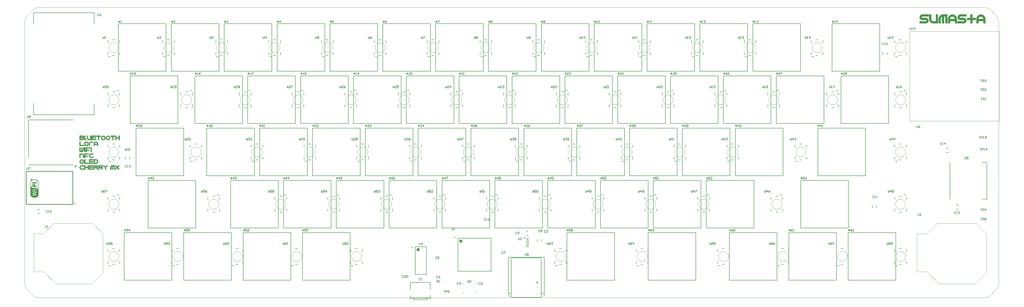
<source format=gto>
G04 Layer_Color=65535*
%FSLAX25Y25*%
%MOIN*%
G70*
G01*
G75*
%ADD31C,0.01000*%
%ADD36C,0.00394*%
%ADD55C,0.02362*%
%ADD56C,0.00984*%
%ADD57C,0.00394*%
%ADD58C,0.00500*%
%ADD59C,0.01260*%
%ADD60C,0.00787*%
%ADD61C,0.00591*%
%ADD62C,0.00050*%
G36*
X286697Y700548D02*
X286770Y700541D01*
X286850Y700526D01*
X286944Y700490D01*
X287047Y700446D01*
X287141Y700388D01*
X287236Y700300D01*
X287243Y700286D01*
X287273Y700257D01*
X287309Y700206D01*
X287360Y700133D01*
X287404Y700045D01*
X287440Y699936D01*
X287469Y699819D01*
X287477Y699688D01*
X287477Y699681D01*
X287477Y699673D01*
X287477Y699630D01*
X287462Y699564D01*
X287447Y699477D01*
X287418Y699382D01*
X287374Y699287D01*
X287316Y699185D01*
X287236Y699090D01*
X287229Y699083D01*
X287214Y699068D01*
X287185Y699039D01*
X287149Y699003D01*
X287105Y698959D01*
X287054Y698908D01*
X286930Y698777D01*
X286777Y698631D01*
X286616Y698463D01*
X286441Y698288D01*
X286259Y698106D01*
X286252Y698099D01*
X286237Y698084D01*
X286215Y698062D01*
X286179Y698026D01*
X286135Y697982D01*
X286084Y697931D01*
X285960Y697807D01*
X285814Y697669D01*
X285654Y697508D01*
X285479Y697333D01*
X285304Y697158D01*
X285312Y697151D01*
X285326Y697136D01*
X285348Y697107D01*
X285384Y697071D01*
X285428Y697027D01*
X285479Y696976D01*
X285603Y696845D01*
X285749Y696699D01*
X285909Y696531D01*
X286077Y696356D01*
X286259Y696174D01*
X286266Y696167D01*
X286281Y696152D01*
X286310Y696131D01*
X286339Y696094D01*
X286383Y696050D01*
X286441Y695999D01*
X286565Y695875D01*
X286711Y695729D01*
X286872Y695569D01*
X287054Y695394D01*
X287236Y695219D01*
X287243Y695212D01*
X287273Y695176D01*
X287309Y695124D01*
X287360Y695052D01*
X287404Y694971D01*
X287440Y694869D01*
X287469Y694753D01*
X287477Y694622D01*
X287477Y694614D01*
X287477Y694607D01*
X287477Y694563D01*
X287462Y694490D01*
X287447Y694410D01*
X287418Y694315D01*
X287374Y694213D01*
X287316Y694104D01*
X287236Y694009D01*
X287229Y694002D01*
X287192Y693973D01*
X287141Y693929D01*
X287076Y693885D01*
X286988Y693841D01*
X286886Y693798D01*
X286770Y693769D01*
X286638Y693761D01*
X286624Y693761D01*
X286580Y693769D01*
X286522Y693776D01*
X286441Y693798D01*
X286347Y693827D01*
X286245Y693871D01*
X286142Y693936D01*
X286040Y694024D01*
X286033Y694031D01*
X286019Y694045D01*
X285989Y694067D01*
X285953Y694104D01*
X285909Y694148D01*
X285858Y694199D01*
X285727Y694323D01*
X285581Y694468D01*
X285414Y694629D01*
X285239Y694796D01*
X285056Y694979D01*
X285049Y694986D01*
X285034Y695001D01*
X285013Y695030D01*
X284976Y695059D01*
X284932Y695103D01*
X284881Y695161D01*
X284757Y695285D01*
X284619Y695431D01*
X284459Y695591D01*
X284284Y695773D01*
X284109Y695956D01*
X284101Y695948D01*
X284087Y695934D01*
X284058Y695904D01*
X284021Y695868D01*
X283977Y695824D01*
X283926Y695773D01*
X283795Y695649D01*
X283649Y695496D01*
X283482Y695336D01*
X283307Y695161D01*
X283124Y694979D01*
X283117Y694971D01*
X283103Y694957D01*
X283073Y694935D01*
X283044Y694899D01*
X283001Y694855D01*
X282949Y694804D01*
X282818Y694680D01*
X282673Y694534D01*
X282505Y694374D01*
X282330Y694199D01*
X282140Y694024D01*
X282133Y694009D01*
X282097Y693980D01*
X282046Y693944D01*
X281980Y693892D01*
X281892Y693841D01*
X281790Y693805D01*
X281674Y693776D01*
X281542Y693761D01*
X281528Y693761D01*
X281484Y693769D01*
X281419Y693776D01*
X281331Y693790D01*
X281236Y693820D01*
X281142Y693863D01*
X281040Y693929D01*
X280945Y694009D01*
X280938Y694024D01*
X280908Y694053D01*
X280872Y694104D01*
X280828Y694177D01*
X280784Y694264D01*
X280748Y694374D01*
X280719Y694490D01*
X280712Y694622D01*
X280712Y694629D01*
X280712Y694636D01*
X280719Y694680D01*
X280726Y694745D01*
X280741Y694833D01*
X280770Y694928D01*
X280814Y695022D01*
X280865Y695124D01*
X280945Y695219D01*
X280952Y695226D01*
X280967Y695241D01*
X280996Y695263D01*
X281025Y695299D01*
X281069Y695343D01*
X281120Y695394D01*
X281244Y695518D01*
X281389Y695664D01*
X281550Y695824D01*
X281725Y695992D01*
X281900Y696174D01*
X281907Y696181D01*
X281922Y696196D01*
X281951Y696225D01*
X281980Y696254D01*
X282024Y696298D01*
X282082Y696356D01*
X282206Y696480D01*
X282352Y696626D01*
X282519Y696794D01*
X282694Y696969D01*
X282884Y697158D01*
X282877Y697166D01*
X282862Y697180D01*
X282833Y697202D01*
X282796Y697239D01*
X282753Y697282D01*
X282702Y697333D01*
X282570Y697457D01*
X282425Y697596D01*
X282257Y697756D01*
X282082Y697931D01*
X281900Y698106D01*
X281892Y698113D01*
X281878Y698128D01*
X281856Y698157D01*
X281820Y698186D01*
X281776Y698230D01*
X281725Y698288D01*
X281601Y698412D01*
X281455Y698558D01*
X281295Y698726D01*
X281127Y698901D01*
X280945Y699090D01*
X280938Y699105D01*
X280908Y699134D01*
X280872Y699185D01*
X280828Y699258D01*
X280784Y699345D01*
X280748Y699447D01*
X280719Y699557D01*
X280712Y699688D01*
X280712Y699695D01*
X280712Y699703D01*
X280719Y699746D01*
X280726Y699819D01*
X280741Y699899D01*
X280770Y700001D01*
X280814Y700104D01*
X280865Y700206D01*
X280945Y700300D01*
X280959Y700315D01*
X280989Y700344D01*
X281040Y700381D01*
X281112Y700432D01*
X281200Y700475D01*
X281302Y700519D01*
X281411Y700548D01*
X281542Y700556D01*
X281557Y700556D01*
X281601Y700548D01*
X281659Y700541D01*
X281747Y700519D01*
X281834Y700490D01*
X281936Y700439D01*
X282038Y700373D01*
X282140Y700286D01*
X282148Y700279D01*
X282162Y700264D01*
X282191Y700235D01*
X282228Y700198D01*
X282272Y700155D01*
X282323Y700104D01*
X282454Y699972D01*
X282600Y699826D01*
X282767Y699659D01*
X282942Y699484D01*
X283124Y699302D01*
X283132Y699294D01*
X283146Y699280D01*
X283175Y699258D01*
X283205Y699221D01*
X283248Y699178D01*
X283307Y699127D01*
X283431Y699003D01*
X283576Y698864D01*
X283744Y698704D01*
X283919Y698529D01*
X284109Y698354D01*
X284116Y698361D01*
X284131Y698376D01*
X284152Y698398D01*
X284189Y698434D01*
X284233Y698478D01*
X284284Y698529D01*
X284407Y698653D01*
X284546Y698791D01*
X284706Y698952D01*
X284881Y699127D01*
X285056Y699302D01*
X285064Y699309D01*
X285078Y699324D01*
X285107Y699353D01*
X285137Y699382D01*
X285180Y699426D01*
X285239Y699484D01*
X285363Y699608D01*
X285508Y699754D01*
X285676Y699921D01*
X285851Y700096D01*
X286040Y700286D01*
X286055Y700300D01*
X286084Y700329D01*
X286142Y700373D01*
X286215Y700424D01*
X286303Y700468D01*
X286405Y700512D01*
X286514Y700541D01*
X286638Y700556D01*
X286653Y700556D01*
X286697Y700548D01*
X286697Y700548D02*
G37*
G36*
X269973Y700541D02*
X269973Y700504D01*
X269966Y700439D01*
X269959Y700351D01*
X269952Y700249D01*
X269937Y700125D01*
X269915Y699994D01*
X269879Y699841D01*
X269842Y699681D01*
X269791Y699513D01*
X269733Y699338D01*
X269660Y699163D01*
X269580Y698981D01*
X269478Y698806D01*
X269368Y698631D01*
X269237Y698456D01*
X269230Y698449D01*
X269201Y698420D01*
X269164Y698369D01*
X269106Y698310D01*
X269033Y698237D01*
X268953Y698157D01*
X268851Y698070D01*
X268741Y697975D01*
X268617Y697873D01*
X268479Y697771D01*
X268326Y697676D01*
X268173Y697581D01*
X267998Y697486D01*
X267823Y697406D01*
X267633Y697333D01*
X267436Y697275D01*
X267436Y693761D01*
X265738Y693761D01*
X265738Y697275D01*
X265723Y697275D01*
X265687Y697290D01*
X265629Y697304D01*
X265556Y697333D01*
X265461Y697363D01*
X265352Y697406D01*
X265228Y697457D01*
X265096Y697523D01*
X264950Y697588D01*
X264805Y697676D01*
X264652Y697771D01*
X264498Y697880D01*
X264345Y697997D01*
X264200Y698135D01*
X264054Y698281D01*
X263915Y698441D01*
X263908Y698449D01*
X263886Y698485D01*
X263850Y698536D01*
X263806Y698602D01*
X263748Y698689D01*
X263689Y698791D01*
X263624Y698915D01*
X263558Y699047D01*
X263492Y699200D01*
X263427Y699360D01*
X263369Y699535D01*
X263310Y699717D01*
X263266Y699914D01*
X263230Y700118D01*
X263208Y700337D01*
X263201Y700556D01*
X264899Y700556D01*
X264899Y700548D01*
X264899Y700526D01*
X264899Y700483D01*
X264907Y700439D01*
X264914Y700373D01*
X264929Y700300D01*
X264943Y700220D01*
X264958Y700133D01*
X265016Y699943D01*
X265060Y699841D01*
X265104Y699739D01*
X265162Y699637D01*
X265228Y699535D01*
X265300Y699440D01*
X265388Y699345D01*
X265395Y699338D01*
X265410Y699324D01*
X265439Y699302D01*
X265475Y699272D01*
X265526Y699229D01*
X265577Y699192D01*
X265650Y699149D01*
X265723Y699105D01*
X265803Y699054D01*
X265898Y699010D01*
X266000Y698974D01*
X266102Y698937D01*
X266219Y698901D01*
X266336Y698879D01*
X266467Y698864D01*
X266598Y698857D01*
X266664Y698857D01*
X266715Y698864D01*
X266773Y698872D01*
X266846Y698886D01*
X266919Y698901D01*
X267006Y698915D01*
X267196Y698974D01*
X267291Y699017D01*
X267393Y699061D01*
X267495Y699119D01*
X267597Y699185D01*
X267699Y699258D01*
X267794Y699345D01*
X267801Y699353D01*
X267815Y699367D01*
X267837Y699396D01*
X267874Y699433D01*
X267910Y699484D01*
X267954Y699535D01*
X267998Y699608D01*
X268049Y699681D01*
X268092Y699761D01*
X268136Y699856D01*
X268180Y699958D01*
X268216Y700060D01*
X268253Y700176D01*
X268275Y700293D01*
X268289Y700424D01*
X268297Y700556D01*
X269973Y700556D01*
X269973Y700541D01*
X269973Y700541D02*
G37*
G36*
X231446Y709372D02*
X231548Y709365D01*
X231664Y709350D01*
X231803Y709328D01*
X231963Y709292D01*
X232131Y709255D01*
X232313Y709197D01*
X232503Y709131D01*
X232699Y709051D01*
X232904Y708956D01*
X233101Y708840D01*
X233305Y708709D01*
X233502Y708548D01*
X233691Y708373D01*
X233706Y708359D01*
X233735Y708330D01*
X233786Y708271D01*
X233844Y708198D01*
X233924Y708096D01*
X234004Y707980D01*
X234099Y707848D01*
X234194Y707695D01*
X234281Y707528D01*
X234376Y707345D01*
X234456Y707149D01*
X234537Y706937D01*
X234595Y706718D01*
X234646Y706485D01*
X234675Y706237D01*
X234690Y705982D01*
X234690Y705975D01*
X234690Y705968D01*
X234690Y705946D01*
X234690Y705917D01*
X234682Y705844D01*
X234675Y705749D01*
X234661Y705625D01*
X234639Y705479D01*
X234610Y705326D01*
X234566Y705151D01*
X234515Y704969D01*
X234449Y704772D01*
X234369Y704575D01*
X234267Y704371D01*
X234157Y704167D01*
X234019Y703963D01*
X233866Y703766D01*
X233691Y703577D01*
X233676Y703569D01*
X233647Y703533D01*
X233589Y703482D01*
X233516Y703423D01*
X233421Y703343D01*
X233305Y703263D01*
X233173Y703175D01*
X233020Y703081D01*
X232860Y702986D01*
X232678Y702899D01*
X232481Y702818D01*
X232269Y702738D01*
X232051Y702680D01*
X231818Y702629D01*
X231570Y702600D01*
X231314Y702585D01*
X231249Y702585D01*
X231176Y702592D01*
X231081Y702600D01*
X230957Y702614D01*
X230811Y702636D01*
X230658Y702665D01*
X230483Y702709D01*
X230301Y702760D01*
X230104Y702826D01*
X229907Y702906D01*
X229703Y703001D01*
X229499Y703117D01*
X229295Y703248D01*
X229098Y703402D01*
X228909Y703577D01*
X228902Y703591D01*
X228865Y703620D01*
X228814Y703679D01*
X228756Y703752D01*
X228676Y703846D01*
X228595Y703963D01*
X228508Y704101D01*
X228413Y704247D01*
X228318Y704415D01*
X228231Y704597D01*
X228151Y704801D01*
X228070Y705013D01*
X228012Y705239D01*
X227961Y705472D01*
X227932Y705720D01*
X227917Y705982D01*
X227917Y705990D01*
X227917Y705997D01*
X227917Y706019D01*
X227917Y706040D01*
X227925Y706113D01*
X227932Y706215D01*
X227946Y706332D01*
X227968Y706471D01*
X227997Y706631D01*
X228041Y706799D01*
X228092Y706981D01*
X228158Y707178D01*
X228238Y707375D01*
X228333Y707579D01*
X228450Y707783D01*
X228581Y707980D01*
X228734Y708184D01*
X228909Y708373D01*
X228923Y708388D01*
X228953Y708417D01*
X229011Y708468D01*
X229084Y708534D01*
X229179Y708607D01*
X229295Y708694D01*
X229434Y708781D01*
X229579Y708876D01*
X229747Y708971D01*
X229929Y709059D01*
X230134Y709146D01*
X230345Y709219D01*
X230571Y709285D01*
X230804Y709336D01*
X231052Y709365D01*
X231314Y709379D01*
X231373Y709379D01*
X231446Y709372D01*
X231446Y709372D02*
G37*
G36*
X260890Y700548D02*
X260948Y700548D01*
X261021Y700534D01*
X261109Y700519D01*
X261211Y700504D01*
X261313Y700475D01*
X261429Y700446D01*
X261553Y700402D01*
X261677Y700351D01*
X261801Y700286D01*
X261932Y700213D01*
X262056Y700133D01*
X262180Y700031D01*
X262304Y699921D01*
X262312Y699914D01*
X262333Y699892D01*
X262363Y699856D01*
X262406Y699812D01*
X262450Y699746D01*
X262508Y699673D01*
X262559Y699593D01*
X262625Y699499D01*
X262683Y699389D01*
X262742Y699280D01*
X262793Y699156D01*
X262836Y699025D01*
X262880Y698886D01*
X262909Y698740D01*
X262931Y698587D01*
X262938Y698427D01*
X262938Y698420D01*
X262938Y698398D01*
X262938Y698354D01*
X262931Y698303D01*
X262924Y698245D01*
X262917Y698172D01*
X262902Y698092D01*
X262887Y697997D01*
X262836Y697800D01*
X262800Y697698D01*
X262764Y697588D01*
X262713Y697479D01*
X262654Y697377D01*
X262589Y697268D01*
X262516Y697166D01*
X262508Y697158D01*
X262494Y697144D01*
X262472Y697115D01*
X262443Y697078D01*
X262399Y697034D01*
X262355Y696983D01*
X262297Y696932D01*
X262231Y696867D01*
X262078Y696743D01*
X261903Y696619D01*
X261706Y696510D01*
X261597Y696458D01*
X261480Y696415D01*
X261488Y696408D01*
X261495Y696400D01*
X261517Y696378D01*
X261539Y696349D01*
X261612Y696276D01*
X261699Y696181D01*
X261808Y696072D01*
X261925Y695948D01*
X262173Y695693D01*
X262180Y695693D01*
X262188Y695679D01*
X262231Y695642D01*
X262290Y695576D01*
X262363Y695511D01*
X262443Y695431D01*
X262530Y695351D01*
X262603Y695278D01*
X262676Y695219D01*
X262683Y695212D01*
X262713Y695176D01*
X262749Y695124D01*
X262800Y695052D01*
X262844Y694971D01*
X262880Y694869D01*
X262909Y694753D01*
X262917Y694622D01*
X262917Y694614D01*
X262917Y694607D01*
X262917Y694563D01*
X262902Y694490D01*
X262887Y694410D01*
X262858Y694315D01*
X262814Y694213D01*
X262756Y694104D01*
X262676Y694009D01*
X262669Y694002D01*
X262632Y693973D01*
X262581Y693929D01*
X262508Y693885D01*
X262428Y693841D01*
X262326Y693798D01*
X262210Y693769D01*
X262078Y693761D01*
X262064Y693761D01*
X262020Y693769D01*
X261962Y693776D01*
X261881Y693798D01*
X261787Y693827D01*
X261685Y693871D01*
X261582Y693936D01*
X261480Y694024D01*
X261466Y694038D01*
X261444Y694053D01*
X261422Y694082D01*
X261386Y694111D01*
X261342Y694148D01*
X261298Y694199D01*
X261240Y694257D01*
X261167Y694315D01*
X261094Y694388D01*
X261014Y694476D01*
X260919Y694563D01*
X260824Y694658D01*
X260715Y694767D01*
X260591Y694891D01*
X260467Y695015D01*
X260460Y695022D01*
X260438Y695044D01*
X260402Y695088D01*
X260350Y695132D01*
X260292Y695197D01*
X260219Y695270D01*
X260139Y695351D01*
X260052Y695438D01*
X259855Y695642D01*
X259643Y695854D01*
X259425Y696079D01*
X259206Y696298D01*
X257843Y696298D01*
X257843Y693761D01*
X256144Y693761D01*
X256144Y700556D01*
X260839Y700556D01*
X260890Y700548D01*
X260890Y700548D02*
G37*
G36*
X280427Y693761D02*
X278750Y693761D01*
X278750Y698857D01*
X277890Y698857D01*
X277890Y693761D01*
X276192Y693761D01*
X276192Y698616D01*
X276184Y698616D01*
X276177Y698609D01*
X276155Y698595D01*
X276126Y698580D01*
X276061Y698529D01*
X275973Y698456D01*
X275871Y698369D01*
X275769Y698266D01*
X275674Y698142D01*
X275579Y698004D01*
X275579Y697997D01*
X275572Y697989D01*
X275557Y697968D01*
X275543Y697938D01*
X275506Y697858D01*
X275470Y697749D01*
X275426Y697625D01*
X275390Y697479D01*
X275361Y697326D01*
X275353Y697158D01*
X275353Y693761D01*
X273655Y693761D01*
X273655Y697158D01*
X273655Y697166D01*
X273655Y697173D01*
X273655Y697195D01*
X273655Y697217D01*
X273662Y697290D01*
X273669Y697392D01*
X273684Y697508D01*
X273706Y697647D01*
X273735Y697807D01*
X273779Y697975D01*
X273830Y698157D01*
X273895Y698354D01*
X273975Y698551D01*
X274070Y698755D01*
X274187Y698959D01*
X274318Y699156D01*
X274471Y699360D01*
X274646Y699549D01*
X274661Y699564D01*
X274690Y699593D01*
X274748Y699644D01*
X274821Y699710D01*
X274916Y699783D01*
X275033Y699870D01*
X275171Y699958D01*
X275317Y700052D01*
X275485Y700147D01*
X275667Y700235D01*
X275871Y700322D01*
X276082Y700395D01*
X276308Y700461D01*
X276542Y700512D01*
X276789Y700541D01*
X277052Y700556D01*
X280427Y700556D01*
X280427Y693761D01*
X280427Y693761D02*
G37*
G36*
X241746Y693761D02*
X240070Y693761D01*
X240070Y696320D01*
X236673Y696320D01*
X236673Y693761D01*
X234974Y693761D01*
X234974Y700556D01*
X236673Y700556D01*
X236673Y698019D01*
X240070Y698019D01*
X240070Y700556D01*
X241746Y700556D01*
X241746Y693761D01*
X241746Y693761D02*
G37*
G36*
X231446Y718196D02*
X231548Y718189D01*
X231664Y718174D01*
X231803Y718152D01*
X231963Y718116D01*
X232131Y718079D01*
X232313Y718021D01*
X232503Y717955D01*
X232699Y717875D01*
X232904Y717780D01*
X233101Y717664D01*
X233305Y717532D01*
X233502Y717372D01*
X233691Y717197D01*
X233706Y717182D01*
X233735Y717153D01*
X233786Y717095D01*
X233844Y717022D01*
X233924Y716920D01*
X234004Y716804D01*
X234099Y716672D01*
X234194Y716519D01*
X234281Y716352D01*
X234376Y716169D01*
X234456Y715972D01*
X234537Y715761D01*
X234595Y715542D01*
X234646Y715309D01*
X234675Y715061D01*
X234690Y714806D01*
X234690Y711409D01*
X233013Y711409D01*
X233013Y714806D01*
X233013Y714813D01*
X233013Y714835D01*
X233013Y714872D01*
X233006Y714923D01*
X232998Y714981D01*
X232984Y715054D01*
X232969Y715127D01*
X232947Y715214D01*
X232926Y715309D01*
X232889Y715404D01*
X232853Y715499D01*
X232802Y715601D01*
X232743Y715703D01*
X232678Y715805D01*
X232597Y715907D01*
X232510Y716002D01*
X232503Y716009D01*
X232488Y716023D01*
X232459Y716045D01*
X232422Y716082D01*
X232371Y716118D01*
X232313Y716162D01*
X232248Y716206D01*
X232175Y716257D01*
X232087Y716300D01*
X232000Y716344D01*
X231796Y716424D01*
X231679Y716461D01*
X231562Y716483D01*
X231446Y716497D01*
X231314Y716505D01*
X229616Y716505D01*
X229616Y711409D01*
X227917Y711409D01*
X227917Y718203D01*
X231373Y718203D01*
X231446Y718196D01*
X231446Y718196D02*
G37*
G36*
X241739Y716505D02*
X236673Y716505D01*
X236673Y714806D01*
X240070Y714806D01*
X240070Y713107D01*
X236673Y713107D01*
X236673Y711409D01*
X234974Y711409D01*
X234974Y718203D01*
X241739Y718203D01*
X241739Y716505D01*
X241739Y716505D02*
G37*
G36*
X248796Y716505D02*
X245355Y716505D01*
X245311Y716497D01*
X245246Y716490D01*
X245173Y716475D01*
X245093Y716461D01*
X245005Y716439D01*
X244910Y716417D01*
X244815Y716381D01*
X244713Y716344D01*
X244611Y716293D01*
X244509Y716235D01*
X244407Y716169D01*
X244313Y716089D01*
X244218Y716002D01*
X244211Y715994D01*
X244196Y715980D01*
X244174Y715950D01*
X244145Y715914D01*
X244101Y715863D01*
X244065Y715805D01*
X244021Y715739D01*
X243977Y715666D01*
X243926Y715579D01*
X243882Y715491D01*
X243810Y715287D01*
X243773Y715170D01*
X243751Y715054D01*
X243737Y714937D01*
X243729Y714806D01*
X243729Y714799D01*
X243729Y714777D01*
X243729Y714733D01*
X243737Y714689D01*
X243744Y714624D01*
X243759Y714551D01*
X243773Y714471D01*
X243788Y714383D01*
X243846Y714194D01*
X243890Y714092D01*
X243933Y713989D01*
X243992Y713888D01*
X244057Y713785D01*
X244130Y713691D01*
X244218Y713596D01*
X244225Y713589D01*
X244240Y713574D01*
X244269Y713552D01*
X244305Y713523D01*
X244356Y713479D01*
X244407Y713443D01*
X244480Y713399D01*
X244553Y713355D01*
X244633Y713304D01*
X244728Y713261D01*
X244830Y713224D01*
X244932Y713188D01*
X245049Y713151D01*
X245165Y713129D01*
X245297Y713115D01*
X245428Y713107D01*
X248796Y713107D01*
X248796Y711409D01*
X245362Y711409D01*
X245289Y711416D01*
X245195Y711423D01*
X245071Y711438D01*
X244925Y711460D01*
X244772Y711489D01*
X244597Y711533D01*
X244415Y711584D01*
X244218Y711649D01*
X244021Y711730D01*
X243817Y711824D01*
X243613Y711941D01*
X243409Y712072D01*
X243212Y712225D01*
X243022Y712400D01*
X243015Y712415D01*
X242979Y712444D01*
X242927Y712502D01*
X242869Y712575D01*
X242789Y712670D01*
X242709Y712787D01*
X242621Y712925D01*
X242527Y713071D01*
X242432Y713239D01*
X242344Y713421D01*
X242264Y713625D01*
X242184Y713836D01*
X242126Y714062D01*
X242074Y714296D01*
X242045Y714544D01*
X242031Y714806D01*
X242031Y714813D01*
X242031Y714821D01*
X242031Y714843D01*
X242031Y714864D01*
X242038Y714937D01*
X242045Y715039D01*
X242060Y715156D01*
X242082Y715294D01*
X242111Y715455D01*
X242155Y715623D01*
X242206Y715805D01*
X242271Y716002D01*
X242352Y716198D01*
X242446Y716402D01*
X242563Y716607D01*
X242694Y716804D01*
X242847Y717008D01*
X243022Y717197D01*
X243037Y717212D01*
X243066Y717241D01*
X243124Y717292D01*
X243197Y717357D01*
X243292Y717430D01*
X243409Y717518D01*
X243547Y717605D01*
X243693Y717700D01*
X243861Y717795D01*
X244043Y717882D01*
X244247Y717970D01*
X244458Y718043D01*
X244684Y718108D01*
X244918Y718159D01*
X245165Y718189D01*
X245428Y718203D01*
X248796Y718203D01*
X248796Y716505D01*
X248796Y716505D02*
G37*
G36*
X236673Y704284D02*
X241739Y704284D01*
X241739Y702585D01*
X234974Y702585D01*
X234974Y709379D01*
X236673Y709379D01*
X236673Y704284D01*
X236673Y704284D02*
G37*
G36*
X248796Y707681D02*
X243729Y707681D01*
X243729Y706842D01*
X248796Y706842D01*
X248796Y705144D01*
X243729Y705144D01*
X243729Y704284D01*
X248796Y704284D01*
X248796Y702585D01*
X242031Y702585D01*
X242031Y709379D01*
X248796Y709379D01*
X248796Y707681D01*
X248796Y707681D02*
G37*
G36*
X252616Y709372D02*
X252718Y709365D01*
X252835Y709350D01*
X252973Y709328D01*
X253133Y709292D01*
X253301Y709255D01*
X253483Y709197D01*
X253673Y709131D01*
X253870Y709051D01*
X254074Y708956D01*
X254271Y708840D01*
X254475Y708709D01*
X254672Y708548D01*
X254861Y708373D01*
X254876Y708359D01*
X254905Y708330D01*
X254956Y708271D01*
X255014Y708198D01*
X255094Y708096D01*
X255175Y707980D01*
X255269Y707848D01*
X255364Y707695D01*
X255452Y707528D01*
X255546Y707345D01*
X255627Y707149D01*
X255707Y706937D01*
X255765Y706718D01*
X255816Y706485D01*
X255845Y706237D01*
X255860Y705982D01*
X255860Y705975D01*
X255860Y705968D01*
X255860Y705946D01*
X255860Y705917D01*
X255853Y705844D01*
X255845Y705749D01*
X255831Y705625D01*
X255809Y705479D01*
X255780Y705326D01*
X255736Y705151D01*
X255685Y704969D01*
X255619Y704772D01*
X255539Y704575D01*
X255437Y704371D01*
X255328Y704167D01*
X255189Y703963D01*
X255036Y703766D01*
X254861Y703577D01*
X254847Y703569D01*
X254817Y703533D01*
X254759Y703482D01*
X254686Y703423D01*
X254591Y703343D01*
X254475Y703263D01*
X254344Y703175D01*
X254190Y703081D01*
X254030Y702986D01*
X253848Y702899D01*
X253651Y702818D01*
X253440Y702738D01*
X253221Y702680D01*
X252988Y702629D01*
X252740Y702600D01*
X252485Y702585D01*
X249088Y702585D01*
X249088Y702592D01*
X249088Y702607D01*
X249088Y702629D01*
X249088Y702658D01*
X249088Y702702D01*
X249088Y702753D01*
X249088Y702811D01*
X249088Y702877D01*
X249088Y702949D01*
X249088Y703030D01*
X249088Y703212D01*
X249088Y703416D01*
X249088Y703642D01*
X249088Y703890D01*
X249088Y704160D01*
X249088Y704437D01*
X249088Y704728D01*
X249088Y705027D01*
X249088Y705341D01*
X249088Y705968D01*
X249088Y705975D01*
X249088Y705990D01*
X249088Y706011D01*
X249088Y706040D01*
X249088Y706084D01*
X249088Y706135D01*
X249088Y706194D01*
X249088Y706259D01*
X249088Y706332D01*
X249088Y706412D01*
X249088Y706595D01*
X249088Y706799D01*
X249088Y707025D01*
X249088Y707272D01*
X249088Y707542D01*
X249088Y707819D01*
X249088Y708118D01*
X249088Y708424D01*
X249088Y708738D01*
X249088Y709379D01*
X252543Y709379D01*
X252616Y709372D01*
X252616Y709372D02*
G37*
G36*
X1521264Y912148D02*
X1517910Y912148D01*
X1517910Y922340D01*
X1516190Y922340D01*
X1516190Y912148D01*
X1512793Y912148D01*
X1512793Y921859D01*
X1512778Y921859D01*
X1512764Y921844D01*
X1512720Y921815D01*
X1512662Y921786D01*
X1512530Y921684D01*
X1512355Y921538D01*
X1512151Y921363D01*
X1511947Y921159D01*
X1511758Y920911D01*
X1511568Y920634D01*
X1511568Y920619D01*
X1511553Y920605D01*
X1511524Y920561D01*
X1511495Y920503D01*
X1511422Y920342D01*
X1511349Y920124D01*
X1511262Y919876D01*
X1511189Y919584D01*
X1511131Y919278D01*
X1511116Y918943D01*
X1511116Y912148D01*
X1507719Y912148D01*
X1507719Y918943D01*
X1507719Y918957D01*
X1507719Y918972D01*
X1507719Y919016D01*
X1507719Y919059D01*
X1507734Y919205D01*
X1507748Y919409D01*
X1507777Y919643D01*
X1507821Y919920D01*
X1507879Y920240D01*
X1507967Y920576D01*
X1508069Y920940D01*
X1508200Y921334D01*
X1508360Y921727D01*
X1508550Y922136D01*
X1508783Y922544D01*
X1509046Y922938D01*
X1509352Y923346D01*
X1509702Y923725D01*
X1509731Y923754D01*
X1509789Y923812D01*
X1509906Y923915D01*
X1510052Y924046D01*
X1510241Y924191D01*
X1510475Y924366D01*
X1510752Y924541D01*
X1511043Y924731D01*
X1511379Y924920D01*
X1511743Y925095D01*
X1512151Y925270D01*
X1512574Y925416D01*
X1513026Y925548D01*
X1513493Y925650D01*
X1513988Y925708D01*
X1514513Y925737D01*
X1521264Y925737D01*
X1521264Y912148D01*
X1521264Y912148D02*
G37*
G36*
X1528889Y925722D02*
X1529093Y925708D01*
X1529327Y925679D01*
X1529604Y925635D01*
X1529924Y925562D01*
X1530260Y925489D01*
X1530624Y925373D01*
X1531003Y925241D01*
X1531397Y925081D01*
X1531805Y924891D01*
X1532199Y924658D01*
X1532607Y924396D01*
X1533001Y924075D01*
X1533380Y923725D01*
X1533409Y923696D01*
X1533467Y923637D01*
X1533569Y923521D01*
X1533686Y923375D01*
X1533846Y923171D01*
X1534007Y922938D01*
X1534196Y922675D01*
X1534386Y922369D01*
X1534561Y922034D01*
X1534750Y921669D01*
X1534911Y921276D01*
X1535071Y920853D01*
X1535188Y920415D01*
X1535290Y919949D01*
X1535348Y919453D01*
X1535377Y918943D01*
X1535377Y912148D01*
X1532024Y912148D01*
X1532024Y915546D01*
X1525230Y915546D01*
X1525230Y912148D01*
X1521832Y912148D01*
X1521832Y918943D01*
X1521832Y918957D01*
X1521832Y918972D01*
X1521832Y919016D01*
X1521832Y919059D01*
X1521847Y919205D01*
X1521862Y919409D01*
X1521891Y919643D01*
X1521935Y919920D01*
X1521993Y920240D01*
X1522080Y920576D01*
X1522182Y920940D01*
X1522314Y921334D01*
X1522474Y921727D01*
X1522663Y922136D01*
X1522897Y922544D01*
X1523159Y922938D01*
X1523465Y923346D01*
X1523815Y923725D01*
X1523845Y923754D01*
X1523903Y923812D01*
X1524019Y923915D01*
X1524165Y924046D01*
X1524355Y924191D01*
X1524588Y924366D01*
X1524865Y924541D01*
X1525157Y924731D01*
X1525492Y924920D01*
X1525856Y925095D01*
X1526265Y925270D01*
X1526688Y925416D01*
X1527140Y925548D01*
X1527606Y925650D01*
X1528102Y925708D01*
X1528627Y925737D01*
X1528743Y925737D01*
X1528889Y925722D01*
X1528889Y925722D02*
G37*
G36*
X1549534Y922340D02*
X1540130Y922340D01*
X1540072Y922325D01*
X1539926Y922296D01*
X1539780Y922238D01*
X1539620Y922121D01*
X1539547Y922063D01*
X1539474Y921975D01*
X1539416Y921873D01*
X1539387Y921757D01*
X1539358Y921625D01*
X1539343Y921465D01*
X1539343Y921451D01*
X1539343Y921407D01*
X1539358Y921348D01*
X1539372Y921276D01*
X1539401Y921173D01*
X1539445Y921086D01*
X1539503Y920984D01*
X1539576Y920897D01*
X1539591Y920882D01*
X1539620Y920867D01*
X1539678Y920824D01*
X1539737Y920780D01*
X1539839Y920736D01*
X1539941Y920707D01*
X1540057Y920678D01*
X1540203Y920663D01*
X1545350Y920663D01*
X1545438Y920649D01*
X1545569Y920649D01*
X1545714Y920619D01*
X1545889Y920590D01*
X1546079Y920561D01*
X1546298Y920503D01*
X1546516Y920444D01*
X1546750Y920357D01*
X1546998Y920255D01*
X1547245Y920124D01*
X1547508Y919978D01*
X1547756Y919818D01*
X1548003Y919613D01*
X1548237Y919395D01*
X1548251Y919380D01*
X1548295Y919336D01*
X1548353Y919263D01*
X1548426Y919176D01*
X1548528Y919045D01*
X1548631Y918899D01*
X1548747Y918739D01*
X1548864Y918549D01*
X1548980Y918330D01*
X1549097Y918112D01*
X1549199Y917864D01*
X1549301Y917601D01*
X1549374Y917324D01*
X1549432Y917033D01*
X1549476Y916727D01*
X1549491Y916406D01*
X1549491Y916391D01*
X1549491Y916333D01*
X1549476Y916231D01*
X1549476Y916114D01*
X1549447Y915954D01*
X1549418Y915779D01*
X1549389Y915575D01*
X1549330Y915356D01*
X1549272Y915137D01*
X1549185Y914890D01*
X1549082Y914642D01*
X1548966Y914379D01*
X1548820Y914131D01*
X1548645Y913869D01*
X1548456Y913621D01*
X1548237Y913388D01*
X1548222Y913373D01*
X1548178Y913329D01*
X1548106Y913271D01*
X1548018Y913198D01*
X1547902Y913096D01*
X1547756Y912994D01*
X1547595Y912877D01*
X1547406Y912775D01*
X1547202Y912659D01*
X1546968Y912542D01*
X1546721Y912440D01*
X1546473Y912338D01*
X1546196Y912265D01*
X1545904Y912207D01*
X1545598Y912163D01*
X1545277Y912148D01*
X1535946Y912148D01*
X1535946Y915589D01*
X1545321Y915589D01*
X1545379Y915604D01*
X1545452Y915619D01*
X1545525Y915648D01*
X1545627Y915691D01*
X1545714Y915750D01*
X1545817Y915823D01*
X1545831Y915837D01*
X1545860Y915866D01*
X1545904Y915910D01*
X1545962Y915983D01*
X1546006Y916070D01*
X1546050Y916158D01*
X1546079Y916275D01*
X1546094Y916391D01*
X1546094Y916406D01*
X1546094Y916450D01*
X1546079Y916508D01*
X1546064Y916595D01*
X1546021Y916683D01*
X1545977Y916785D01*
X1545904Y916887D01*
X1545817Y916989D01*
X1545802Y917004D01*
X1545773Y917033D01*
X1545714Y917076D01*
X1545656Y917135D01*
X1545481Y917222D01*
X1545379Y917251D01*
X1545277Y917266D01*
X1540130Y917266D01*
X1540028Y917281D01*
X1539912Y917281D01*
X1539751Y917310D01*
X1539576Y917324D01*
X1539372Y917368D01*
X1539153Y917412D01*
X1538935Y917485D01*
X1538687Y917558D01*
X1538439Y917660D01*
X1538177Y917776D01*
X1537929Y917922D01*
X1537666Y918083D01*
X1537418Y918258D01*
X1537185Y918476D01*
X1537171Y918491D01*
X1537127Y918534D01*
X1537068Y918607D01*
X1536996Y918695D01*
X1536894Y918812D01*
X1536792Y918957D01*
X1536675Y919118D01*
X1536573Y919307D01*
X1536456Y919511D01*
X1536339Y919745D01*
X1536238Y919993D01*
X1536135Y920255D01*
X1536063Y920532D01*
X1536004Y920824D01*
X1535960Y921144D01*
X1535946Y921465D01*
X1535946Y921480D01*
X1535946Y921538D01*
X1535960Y921640D01*
X1535960Y921757D01*
X1535990Y921902D01*
X1536019Y922077D01*
X1536048Y922282D01*
X1536106Y922486D01*
X1536165Y922719D01*
X1536252Y922967D01*
X1536354Y923215D01*
X1536471Y923462D01*
X1536617Y923725D01*
X1536777Y923973D01*
X1536967Y924221D01*
X1537185Y924469D01*
X1537200Y924483D01*
X1537243Y924527D01*
X1537316Y924585D01*
X1537404Y924673D01*
X1537521Y924760D01*
X1537666Y924877D01*
X1537841Y924979D01*
X1538031Y925110D01*
X1538235Y925227D01*
X1538468Y925343D01*
X1538716Y925445D01*
X1538978Y925533D01*
X1539270Y925620D01*
X1539562Y925679D01*
X1539882Y925722D01*
X1540203Y925737D01*
X1549534Y925737D01*
X1549534Y922340D01*
X1549534Y922340D02*
G37*
G36*
X221021Y643877D02*
X221057Y643877D01*
X221101Y643873D01*
X221145Y643869D01*
X221243Y643858D01*
X221345Y643844D01*
X221443Y643822D01*
X221490Y643807D01*
X221534Y643793D01*
X221538Y643793D01*
X221545Y643789D01*
X221556Y643782D01*
X221570Y643775D01*
X221610Y643753D01*
X221661Y643720D01*
X221720Y643676D01*
X221778Y643625D01*
X221840Y643560D01*
X221894Y643480D01*
X221894Y643476D01*
X221902Y643469D01*
X221905Y643458D01*
X221916Y643440D01*
X221927Y643418D01*
X221938Y643389D01*
X221949Y643360D01*
X221964Y643323D01*
X221978Y643283D01*
X221989Y643239D01*
X222000Y643192D01*
X222011Y643138D01*
X222018Y643083D01*
X222025Y643025D01*
X222033Y642894D01*
X222033Y642890D01*
X222033Y642879D01*
X222033Y642861D01*
X222029Y642836D01*
X222029Y642806D01*
X222025Y642770D01*
X222022Y642730D01*
X222018Y642690D01*
X222004Y642599D01*
X221982Y642501D01*
X221953Y642406D01*
X221913Y642315D01*
X221913Y642311D01*
X221905Y642304D01*
X221898Y642293D01*
X221891Y642279D01*
X221862Y642239D01*
X221821Y642191D01*
X221771Y642137D01*
X221712Y642086D01*
X221639Y642035D01*
X221560Y641995D01*
X221556Y641995D01*
X221549Y641991D01*
X221534Y641987D01*
X221516Y641980D01*
X221494Y641973D01*
X221465Y641965D01*
X221432Y641955D01*
X221392Y641947D01*
X221348Y641940D01*
X221301Y641929D01*
X221250Y641922D01*
X221196Y641915D01*
X221134Y641907D01*
X221068Y641904D01*
X220999Y641900D01*
X219470Y641900D01*
X219470Y642235D01*
X220981Y642235D01*
X221006Y642239D01*
X221039Y642239D01*
X221108Y642242D01*
X221188Y642249D01*
X221268Y642260D01*
X221345Y642275D01*
X221377Y642282D01*
X221410Y642293D01*
X221417Y642297D01*
X221436Y642304D01*
X221461Y642322D01*
X221498Y642344D01*
X221534Y642370D01*
X221574Y642406D01*
X221614Y642450D01*
X221647Y642501D01*
X221651Y642508D01*
X221661Y642526D01*
X221672Y642559D01*
X221687Y642602D01*
X221705Y642654D01*
X221716Y642719D01*
X221727Y642788D01*
X221730Y642865D01*
X221730Y642868D01*
X221730Y642879D01*
X221730Y642901D01*
X221727Y642923D01*
X221727Y642956D01*
X221723Y642988D01*
X221709Y643068D01*
X221691Y643156D01*
X221661Y643239D01*
X221621Y643320D01*
X221596Y643356D01*
X221567Y643389D01*
X221563Y643392D01*
X221560Y643396D01*
X221549Y643403D01*
X221534Y643414D01*
X221512Y643425D01*
X221490Y643440D01*
X221458Y643454D01*
X221425Y643469D01*
X221385Y643483D01*
X221337Y643494D01*
X221283Y643509D01*
X221225Y643520D01*
X221159Y643531D01*
X221090Y643538D01*
X221010Y643545D01*
X219470Y643545D01*
X219470Y643880D01*
X220988Y643880D01*
X221021Y643877D01*
X221021Y643877D02*
G37*
G36*
X219750Y645959D02*
X219758Y645951D01*
X219772Y645937D01*
X219794Y645922D01*
X219819Y645900D01*
X219849Y645871D01*
X219885Y645842D01*
X219929Y645809D01*
X219972Y645777D01*
X220023Y645737D01*
X220082Y645696D01*
X220140Y645656D01*
X220205Y645613D01*
X220274Y645569D01*
X220351Y645525D01*
X220427Y645482D01*
X220431Y645478D01*
X220446Y645471D01*
X220467Y645460D01*
X220500Y645442D01*
X220540Y645424D01*
X220584Y645402D01*
X220635Y645376D01*
X220693Y645351D01*
X220759Y645322D01*
X220824Y645289D01*
X220897Y645260D01*
X220973Y645231D01*
X221130Y645172D01*
X221297Y645118D01*
X221301Y645118D01*
X221312Y645114D01*
X221330Y645111D01*
X221352Y645103D01*
X221381Y645096D01*
X221417Y645089D01*
X221458Y645078D01*
X221501Y645070D01*
X221552Y645059D01*
X221607Y645049D01*
X221723Y645030D01*
X221851Y645012D01*
X221989Y645001D01*
X221989Y644685D01*
X221960Y644685D01*
X221938Y644688D01*
X221909Y644688D01*
X221872Y644692D01*
X221832Y644696D01*
X221789Y644699D01*
X221738Y644706D01*
X221687Y644714D01*
X221625Y644725D01*
X221563Y644736D01*
X221498Y644746D01*
X221425Y644761D01*
X221275Y644797D01*
X221272Y644797D01*
X221257Y644801D01*
X221235Y644808D01*
X221203Y644819D01*
X221166Y644830D01*
X221123Y644845D01*
X221072Y644859D01*
X221017Y644881D01*
X220955Y644903D01*
X220893Y644925D01*
X220755Y644979D01*
X220609Y645045D01*
X220464Y645118D01*
X220460Y645121D01*
X220446Y645129D01*
X220427Y645140D01*
X220398Y645154D01*
X220366Y645172D01*
X220325Y645198D01*
X220282Y645223D01*
X220234Y645252D01*
X220129Y645322D01*
X220020Y645394D01*
X219907Y645478D01*
X219801Y645566D01*
X219801Y644332D01*
X219503Y644332D01*
X219503Y645962D01*
X219747Y645962D01*
X219750Y645959D01*
X219750Y645959D02*
G37*
G36*
X1493081Y922340D02*
X1483677Y922340D01*
X1483618Y922325D01*
X1483473Y922296D01*
X1483327Y922238D01*
X1483166Y922121D01*
X1483093Y922063D01*
X1483020Y921975D01*
X1482962Y921873D01*
X1482933Y921757D01*
X1482904Y921625D01*
X1482889Y921465D01*
X1482889Y921451D01*
X1482889Y921407D01*
X1482904Y921348D01*
X1482918Y921276D01*
X1482948Y921173D01*
X1482991Y921086D01*
X1483050Y920984D01*
X1483123Y920897D01*
X1483137Y920882D01*
X1483166Y920867D01*
X1483225Y920824D01*
X1483283Y920780D01*
X1483385Y920736D01*
X1483487Y920707D01*
X1483604Y920678D01*
X1483749Y920663D01*
X1488896Y920663D01*
X1488984Y920649D01*
X1489115Y920649D01*
X1489261Y920619D01*
X1489436Y920590D01*
X1489625Y920561D01*
X1489844Y920503D01*
X1490063Y920444D01*
X1490296Y920357D01*
X1490544Y920255D01*
X1490792Y920124D01*
X1491054Y919978D01*
X1491302Y919818D01*
X1491550Y919613D01*
X1491783Y919395D01*
X1491798Y919380D01*
X1491841Y919336D01*
X1491900Y919263D01*
X1491973Y919176D01*
X1492075Y919045D01*
X1492177Y918899D01*
X1492293Y918739D01*
X1492410Y918549D01*
X1492527Y918330D01*
X1492643Y918112D01*
X1492745Y917864D01*
X1492847Y917601D01*
X1492920Y917324D01*
X1492979Y917033D01*
X1493022Y916727D01*
X1493037Y916406D01*
X1493037Y916391D01*
X1493037Y916333D01*
X1493022Y916231D01*
X1493022Y916114D01*
X1492993Y915954D01*
X1492964Y915779D01*
X1492935Y915575D01*
X1492877Y915356D01*
X1492818Y915137D01*
X1492731Y914890D01*
X1492629Y914642D01*
X1492512Y914379D01*
X1492366Y914131D01*
X1492191Y913869D01*
X1492002Y913621D01*
X1491783Y913388D01*
X1491768Y913373D01*
X1491725Y913329D01*
X1491652Y913271D01*
X1491564Y913198D01*
X1491448Y913096D01*
X1491302Y912994D01*
X1491142Y912877D01*
X1490952Y912775D01*
X1490748Y912659D01*
X1490515Y912542D01*
X1490267Y912440D01*
X1490019Y912338D01*
X1489742Y912265D01*
X1489450Y912207D01*
X1489144Y912163D01*
X1488823Y912148D01*
X1479492Y912148D01*
X1479492Y915589D01*
X1488867Y915589D01*
X1488925Y915604D01*
X1488998Y915619D01*
X1489071Y915648D01*
X1489173Y915691D01*
X1489261Y915750D01*
X1489363Y915823D01*
X1489377Y915837D01*
X1489406Y915866D01*
X1489450Y915910D01*
X1489509Y915983D01*
X1489552Y916070D01*
X1489596Y916158D01*
X1489625Y916275D01*
X1489640Y916391D01*
X1489640Y916406D01*
X1489640Y916450D01*
X1489625Y916508D01*
X1489611Y916595D01*
X1489567Y916683D01*
X1489523Y916785D01*
X1489450Y916887D01*
X1489363Y916989D01*
X1489348Y917004D01*
X1489319Y917033D01*
X1489261Y917076D01*
X1489202Y917135D01*
X1489027Y917222D01*
X1488925Y917251D01*
X1488823Y917266D01*
X1483677Y917266D01*
X1483574Y917281D01*
X1483458Y917281D01*
X1483298Y917310D01*
X1483123Y917324D01*
X1482918Y917368D01*
X1482700Y917412D01*
X1482481Y917485D01*
X1482233Y917558D01*
X1481985Y917660D01*
X1481723Y917776D01*
X1481475Y917922D01*
X1481213Y918083D01*
X1480965Y918258D01*
X1480731Y918476D01*
X1480717Y918491D01*
X1480673Y918534D01*
X1480615Y918607D01*
X1480542Y918695D01*
X1480440Y918812D01*
X1480338Y918957D01*
X1480221Y919118D01*
X1480119Y919307D01*
X1480002Y919511D01*
X1479886Y919745D01*
X1479784Y919993D01*
X1479682Y920255D01*
X1479609Y920532D01*
X1479550Y920824D01*
X1479507Y921144D01*
X1479492Y921465D01*
X1479492Y921480D01*
X1479492Y921538D01*
X1479507Y921640D01*
X1479507Y921757D01*
X1479536Y921902D01*
X1479565Y922077D01*
X1479594Y922282D01*
X1479653Y922486D01*
X1479711Y922719D01*
X1479798Y922967D01*
X1479900Y923215D01*
X1480017Y923462D01*
X1480163Y923725D01*
X1480323Y923973D01*
X1480513Y924221D01*
X1480731Y924469D01*
X1480746Y924483D01*
X1480790Y924527D01*
X1480863Y924585D01*
X1480950Y924673D01*
X1481067Y924760D01*
X1481213Y924877D01*
X1481388Y924979D01*
X1481577Y925110D01*
X1481781Y925227D01*
X1482014Y925343D01*
X1482262Y925445D01*
X1482525Y925533D01*
X1482816Y925620D01*
X1483108Y925679D01*
X1483429Y925722D01*
X1483749Y925737D01*
X1493081Y925737D01*
X1493081Y922340D01*
X1493081Y922340D02*
G37*
G36*
X234682Y698857D02*
X231242Y698857D01*
X231198Y698850D01*
X231132Y698842D01*
X231059Y698828D01*
X230979Y698813D01*
X230892Y698791D01*
X230797Y698770D01*
X230702Y698733D01*
X230600Y698697D01*
X230498Y698645D01*
X230396Y698587D01*
X230294Y698522D01*
X230199Y698441D01*
X230104Y698354D01*
X230097Y698347D01*
X230082Y698332D01*
X230061Y698303D01*
X230031Y698266D01*
X229988Y698215D01*
X229951Y698157D01*
X229907Y698092D01*
X229864Y698019D01*
X229813Y697931D01*
X229769Y697844D01*
X229696Y697640D01*
X229660Y697523D01*
X229638Y697406D01*
X229623Y697290D01*
X229616Y697158D01*
X229616Y697151D01*
X229616Y697129D01*
X229616Y697086D01*
X229623Y697042D01*
X229630Y696976D01*
X229645Y696903D01*
X229660Y696823D01*
X229674Y696735D01*
X229732Y696546D01*
X229776Y696444D01*
X229820Y696342D01*
X229878Y696240D01*
X229944Y696138D01*
X230017Y696043D01*
X230104Y695948D01*
X230112Y695941D01*
X230126Y695926D01*
X230155Y695904D01*
X230192Y695875D01*
X230243Y695832D01*
X230294Y695795D01*
X230367Y695751D01*
X230440Y695708D01*
X230520Y695657D01*
X230615Y695613D01*
X230717Y695576D01*
X230819Y695540D01*
X230935Y695504D01*
X231052Y695482D01*
X231183Y695467D01*
X231314Y695460D01*
X234682Y695460D01*
X234682Y693761D01*
X231249Y693761D01*
X231176Y693769D01*
X231081Y693776D01*
X230957Y693790D01*
X230811Y693812D01*
X230658Y693841D01*
X230483Y693885D01*
X230301Y693936D01*
X230104Y694002D01*
X229907Y694082D01*
X229703Y694177D01*
X229499Y694293D01*
X229295Y694425D01*
X229098Y694578D01*
X228909Y694753D01*
X228902Y694767D01*
X228865Y694796D01*
X228814Y694855D01*
X228756Y694928D01*
X228676Y695022D01*
X228595Y695139D01*
X228508Y695278D01*
X228413Y695423D01*
X228318Y695591D01*
X228231Y695773D01*
X228151Y695977D01*
X228070Y696189D01*
X228012Y696415D01*
X227961Y696648D01*
X227932Y696896D01*
X227917Y697158D01*
X227917Y697166D01*
X227917Y697173D01*
X227917Y697195D01*
X227917Y697217D01*
X227925Y697290D01*
X227932Y697392D01*
X227946Y697508D01*
X227968Y697647D01*
X227997Y697807D01*
X228041Y697975D01*
X228092Y698157D01*
X228158Y698354D01*
X228238Y698551D01*
X228333Y698755D01*
X228450Y698959D01*
X228581Y699156D01*
X228734Y699360D01*
X228909Y699549D01*
X228923Y699564D01*
X228953Y699593D01*
X229011Y699644D01*
X229084Y699710D01*
X229179Y699783D01*
X229295Y699870D01*
X229434Y699958D01*
X229579Y700052D01*
X229747Y700147D01*
X229929Y700235D01*
X230134Y700322D01*
X230345Y700395D01*
X230571Y700461D01*
X230804Y700512D01*
X231052Y700541D01*
X231314Y700556D01*
X234682Y700556D01*
X234682Y698857D01*
X234682Y698857D02*
G37*
G36*
X248796Y698857D02*
X243729Y698857D01*
X243729Y698019D01*
X248796Y698019D01*
X248796Y696320D01*
X243729Y696320D01*
X243729Y695460D01*
X248796Y695460D01*
X248796Y693761D01*
X242031Y693761D01*
X242031Y700556D01*
X248796Y700556D01*
X248796Y698857D01*
X248796Y698857D02*
G37*
G36*
X253833Y700548D02*
X253892Y700548D01*
X253964Y700534D01*
X254052Y700519D01*
X254154Y700504D01*
X254256Y700475D01*
X254373Y700446D01*
X254497Y700402D01*
X254621Y700351D01*
X254745Y700286D01*
X254876Y700213D01*
X255000Y700133D01*
X255124Y700031D01*
X255247Y699921D01*
X255255Y699914D01*
X255277Y699892D01*
X255306Y699856D01*
X255350Y699812D01*
X255393Y699746D01*
X255452Y699673D01*
X255503Y699593D01*
X255568Y699499D01*
X255627Y699389D01*
X255685Y699280D01*
X255736Y699156D01*
X255780Y699025D01*
X255823Y698886D01*
X255853Y698740D01*
X255874Y698587D01*
X255882Y698427D01*
X255882Y698420D01*
X255882Y698398D01*
X255882Y698354D01*
X255874Y698303D01*
X255867Y698245D01*
X255860Y698172D01*
X255845Y698092D01*
X255831Y697997D01*
X255780Y697800D01*
X255743Y697698D01*
X255707Y697588D01*
X255656Y697479D01*
X255597Y697377D01*
X255532Y697268D01*
X255459Y697166D01*
X255452Y697158D01*
X255437Y697144D01*
X255415Y697115D01*
X255386Y697078D01*
X255342Y697034D01*
X255298Y696983D01*
X255240Y696932D01*
X255175Y696867D01*
X255022Y696743D01*
X254847Y696619D01*
X254650Y696510D01*
X254540Y696458D01*
X254424Y696415D01*
X254431Y696408D01*
X254438Y696400D01*
X254460Y696378D01*
X254482Y696349D01*
X254555Y696276D01*
X254643Y696181D01*
X254752Y696072D01*
X254868Y695948D01*
X255116Y695693D01*
X255124Y695693D01*
X255131Y695679D01*
X255175Y695642D01*
X255233Y695576D01*
X255306Y695511D01*
X255386Y695431D01*
X255473Y695351D01*
X255546Y695278D01*
X255619Y695219D01*
X255627Y695212D01*
X255656Y695176D01*
X255692Y695124D01*
X255743Y695052D01*
X255787Y694971D01*
X255823Y694869D01*
X255853Y694753D01*
X255860Y694622D01*
X255860Y694614D01*
X255860Y694607D01*
X255860Y694563D01*
X255845Y694490D01*
X255831Y694410D01*
X255802Y694315D01*
X255758Y694213D01*
X255699Y694104D01*
X255619Y694009D01*
X255612Y694002D01*
X255576Y693973D01*
X255524Y693929D01*
X255452Y693885D01*
X255371Y693841D01*
X255269Y693798D01*
X255153Y693769D01*
X255022Y693761D01*
X255007Y693761D01*
X254963Y693769D01*
X254905Y693776D01*
X254825Y693798D01*
X254730Y693827D01*
X254628Y693871D01*
X254526Y693936D01*
X254424Y694024D01*
X254409Y694038D01*
X254387Y694053D01*
X254365Y694082D01*
X254329Y694111D01*
X254285Y694148D01*
X254241Y694199D01*
X254183Y694257D01*
X254110Y694315D01*
X254037Y694388D01*
X253957Y694476D01*
X253862Y694563D01*
X253768Y694658D01*
X253658Y694767D01*
X253534Y694891D01*
X253410Y695015D01*
X253403Y695022D01*
X253381Y695044D01*
X253345Y695088D01*
X253294Y695132D01*
X253236Y695197D01*
X253163Y695270D01*
X253082Y695351D01*
X252995Y695438D01*
X252798Y695642D01*
X252587Y695854D01*
X252368Y696079D01*
X252149Y696298D01*
X250786Y696298D01*
X250786Y693761D01*
X249088Y693761D01*
X249088Y700556D01*
X253782Y700556D01*
X253833Y700548D01*
X253833Y700548D02*
G37*
G36*
X1558530Y920619D02*
X1563590Y920619D01*
X1563590Y917266D01*
X1558530Y917266D01*
X1558530Y912148D01*
X1555133Y912148D01*
X1555133Y917266D01*
X1550059Y917266D01*
X1550059Y920619D01*
X1555133Y920619D01*
X1555133Y925737D01*
X1558530Y925737D01*
X1558530Y920619D01*
X1558530Y920619D02*
G37*
G36*
X1571229Y925722D02*
X1571434Y925708D01*
X1571667Y925679D01*
X1571944Y925635D01*
X1572265Y925562D01*
X1572600Y925489D01*
X1572964Y925373D01*
X1573344Y925241D01*
X1573737Y925081D01*
X1574146Y924891D01*
X1574539Y924658D01*
X1574947Y924396D01*
X1575341Y924075D01*
X1575720Y923725D01*
X1575749Y923696D01*
X1575808Y923637D01*
X1575910Y923521D01*
X1576026Y923375D01*
X1576187Y923171D01*
X1576347Y922938D01*
X1576537Y922675D01*
X1576726Y922369D01*
X1576901Y922034D01*
X1577091Y921669D01*
X1577251Y921276D01*
X1577411Y920853D01*
X1577528Y920415D01*
X1577630Y919949D01*
X1577688Y919453D01*
X1577718Y918943D01*
X1577718Y912148D01*
X1574364Y912148D01*
X1574364Y915546D01*
X1567570Y915546D01*
X1567570Y912148D01*
X1564173Y912148D01*
X1564173Y918943D01*
X1564173Y918957D01*
X1564173Y918972D01*
X1564173Y919016D01*
X1564173Y919059D01*
X1564187Y919205D01*
X1564202Y919409D01*
X1564231Y919643D01*
X1564275Y919920D01*
X1564333Y920240D01*
X1564421Y920576D01*
X1564523Y920940D01*
X1564654Y921334D01*
X1564814Y921727D01*
X1565004Y922136D01*
X1565237Y922544D01*
X1565499Y922938D01*
X1565806Y923346D01*
X1566156Y923725D01*
X1566185Y923754D01*
X1566243Y923812D01*
X1566360Y923915D01*
X1566506Y924046D01*
X1566695Y924191D01*
X1566928Y924366D01*
X1567205Y924541D01*
X1567497Y924731D01*
X1567832Y924920D01*
X1568197Y925095D01*
X1568605Y925270D01*
X1569028Y925416D01*
X1569480Y925548D01*
X1569946Y925650D01*
X1570442Y925708D01*
X1570967Y925737D01*
X1571084Y925737D01*
X1571229Y925722D01*
X1571229Y925722D02*
G37*
G36*
X1507150Y912148D02*
X1500269Y912148D01*
X1500123Y912163D01*
X1499933Y912178D01*
X1499685Y912207D01*
X1499394Y912251D01*
X1499088Y912309D01*
X1498738Y912396D01*
X1498373Y912498D01*
X1497980Y912630D01*
X1497586Y912790D01*
X1497178Y912980D01*
X1496769Y913213D01*
X1496361Y913475D01*
X1495967Y913781D01*
X1495588Y914131D01*
X1495574Y914161D01*
X1495501Y914219D01*
X1495399Y914335D01*
X1495282Y914481D01*
X1495122Y914671D01*
X1494961Y914904D01*
X1494786Y915181D01*
X1494597Y915473D01*
X1494407Y915808D01*
X1494232Y916173D01*
X1494072Y916581D01*
X1493912Y917004D01*
X1493795Y917456D01*
X1493693Y917922D01*
X1493635Y918418D01*
X1493606Y918943D01*
X1493606Y925737D01*
X1497003Y925737D01*
X1497003Y918943D01*
X1497003Y918928D01*
X1497003Y918884D01*
X1497003Y918797D01*
X1497017Y918709D01*
X1497032Y918578D01*
X1497061Y918432D01*
X1497090Y918272D01*
X1497119Y918097D01*
X1497236Y917718D01*
X1497324Y917514D01*
X1497411Y917310D01*
X1497528Y917106D01*
X1497659Y916901D01*
X1497805Y916712D01*
X1497980Y916523D01*
X1497994Y916508D01*
X1498023Y916479D01*
X1498082Y916435D01*
X1498155Y916377D01*
X1498257Y916289D01*
X1498359Y916216D01*
X1498504Y916129D01*
X1498650Y916041D01*
X1498811Y915939D01*
X1499000Y915852D01*
X1499204Y915779D01*
X1499408Y915706D01*
X1499642Y915633D01*
X1499875Y915589D01*
X1500137Y915560D01*
X1500400Y915546D01*
X1503797Y915546D01*
X1503797Y925737D01*
X1507150Y925737D01*
X1507150Y912148D01*
X1507150Y912148D02*
G37*
G36*
X259775Y742976D02*
X257245Y742976D01*
X257245Y737880D01*
X255546Y737880D01*
X255546Y742976D01*
X253010Y742976D01*
X253010Y744675D01*
X259775Y744675D01*
X259775Y742976D01*
X259775Y742976D02*
G37*
G36*
X263595Y744667D02*
X263697Y744660D01*
X263813Y744645D01*
X263952Y744624D01*
X264112Y744587D01*
X264280Y744551D01*
X264462Y744492D01*
X264652Y744427D01*
X264848Y744347D01*
X265053Y744252D01*
X265249Y744135D01*
X265454Y744004D01*
X265650Y743844D01*
X265840Y743669D01*
X265855Y743654D01*
X265884Y743625D01*
X265935Y743567D01*
X265993Y743494D01*
X266073Y743392D01*
X266153Y743275D01*
X266248Y743144D01*
X266343Y742991D01*
X266430Y742823D01*
X266525Y742641D01*
X266605Y742444D01*
X266686Y742233D01*
X266744Y742014D01*
X266795Y741781D01*
X266824Y741533D01*
X266839Y741278D01*
X266839Y741270D01*
X266839Y741263D01*
X266839Y741241D01*
X266839Y741212D01*
X266831Y741139D01*
X266824Y741044D01*
X266810Y740920D01*
X266788Y740774D01*
X266758Y740621D01*
X266715Y740446D01*
X266664Y740264D01*
X266598Y740067D01*
X266518Y739871D01*
X266416Y739666D01*
X266306Y739462D01*
X266168Y739258D01*
X266015Y739061D01*
X265840Y738872D01*
X265825Y738865D01*
X265796Y738828D01*
X265738Y738777D01*
X265665Y738719D01*
X265570Y738638D01*
X265454Y738558D01*
X265322Y738471D01*
X265169Y738376D01*
X265009Y738281D01*
X264827Y738194D01*
X264630Y738114D01*
X264418Y738033D01*
X264200Y737975D01*
X263966Y737924D01*
X263719Y737895D01*
X263463Y737880D01*
X263398Y737880D01*
X263325Y737888D01*
X263230Y737895D01*
X263106Y737910D01*
X262960Y737931D01*
X262807Y737960D01*
X262632Y738004D01*
X262450Y738055D01*
X262253Y738121D01*
X262056Y738201D01*
X261852Y738296D01*
X261648Y738413D01*
X261444Y738544D01*
X261247Y738697D01*
X261058Y738872D01*
X261050Y738886D01*
X261014Y738915D01*
X260963Y738974D01*
X260905Y739047D01*
X260824Y739142D01*
X260744Y739258D01*
X260657Y739397D01*
X260562Y739542D01*
X260467Y739710D01*
X260380Y739892D01*
X260299Y740097D01*
X260219Y740308D01*
X260161Y740534D01*
X260110Y740767D01*
X260081Y741015D01*
X260066Y741278D01*
X260066Y741285D01*
X260066Y741292D01*
X260066Y741314D01*
X260066Y741336D01*
X260073Y741409D01*
X260081Y741511D01*
X260095Y741627D01*
X260117Y741766D01*
X260146Y741926D01*
X260190Y742094D01*
X260241Y742276D01*
X260307Y742473D01*
X260387Y742670D01*
X260482Y742874D01*
X260598Y743078D01*
X260730Y743275D01*
X260883Y743479D01*
X261058Y743669D01*
X261072Y743683D01*
X261101Y743712D01*
X261160Y743763D01*
X261233Y743829D01*
X261327Y743902D01*
X261444Y743989D01*
X261582Y744077D01*
X261728Y744172D01*
X261896Y744266D01*
X262078Y744354D01*
X262282Y744441D01*
X262494Y744514D01*
X262720Y744580D01*
X262953Y744631D01*
X263201Y744660D01*
X263463Y744675D01*
X263522Y744675D01*
X263595Y744667D01*
X263595Y744667D02*
G37*
G36*
X252718Y742976D02*
X247651Y742976D01*
X247651Y742138D01*
X252718Y742138D01*
X252718Y740439D01*
X247651Y740439D01*
X247651Y739579D01*
X252718Y739579D01*
X252718Y737880D01*
X245953Y737880D01*
X245953Y744675D01*
X252718Y744675D01*
X252718Y742976D01*
X252718Y742976D02*
G37*
G36*
X232663Y744667D02*
X232729Y744667D01*
X232802Y744653D01*
X232889Y744638D01*
X232984Y744624D01*
X233093Y744594D01*
X233203Y744565D01*
X233319Y744522D01*
X233443Y744471D01*
X233567Y744405D01*
X233698Y744332D01*
X233822Y744252D01*
X233946Y744150D01*
X234063Y744040D01*
X234070Y744033D01*
X234092Y744011D01*
X234121Y743975D01*
X234157Y743931D01*
X234209Y743865D01*
X234260Y743792D01*
X234318Y743712D01*
X234376Y743618D01*
X234435Y743508D01*
X234493Y743399D01*
X234544Y743275D01*
X234595Y743136D01*
X234631Y742998D01*
X234661Y742852D01*
X234682Y742699D01*
X234690Y742539D01*
X234690Y742531D01*
X234690Y742510D01*
X234690Y742466D01*
X234682Y742422D01*
X234675Y742356D01*
X234668Y742283D01*
X234653Y742203D01*
X234639Y742116D01*
X234588Y741919D01*
X234515Y741708D01*
X234471Y741598D01*
X234420Y741489D01*
X234354Y741379D01*
X234281Y741278D01*
X234289Y741270D01*
X234296Y741248D01*
X234318Y741219D01*
X234347Y741175D01*
X234376Y741124D01*
X234413Y741059D01*
X234449Y740986D01*
X234486Y740906D01*
X234522Y740811D01*
X234559Y740716D01*
X234624Y740497D01*
X234675Y740264D01*
X234682Y740140D01*
X234690Y740009D01*
X234690Y740002D01*
X234690Y739973D01*
X234682Y739922D01*
X234682Y739863D01*
X234668Y739783D01*
X234653Y739696D01*
X234639Y739594D01*
X234610Y739484D01*
X234580Y739375D01*
X234537Y739251D01*
X234486Y739127D01*
X234427Y738996D01*
X234354Y738872D01*
X234267Y738740D01*
X234172Y738617D01*
X234063Y738500D01*
X234055Y738493D01*
X234034Y738471D01*
X233997Y738442D01*
X233953Y738405D01*
X233895Y738354D01*
X233822Y738303D01*
X233742Y738245D01*
X233647Y738194D01*
X233545Y738135D01*
X233429Y738077D01*
X233305Y738026D01*
X233181Y737975D01*
X233042Y737939D01*
X232896Y737910D01*
X232743Y737888D01*
X232583Y737880D01*
X227917Y737880D01*
X227917Y737888D01*
X227917Y737902D01*
X227917Y737924D01*
X227917Y737953D01*
X227917Y737997D01*
X227917Y738048D01*
X227917Y738106D01*
X227917Y738172D01*
X227917Y738245D01*
X227917Y738325D01*
X227917Y738507D01*
X227917Y738711D01*
X227917Y738945D01*
X227917Y739192D01*
X227917Y739455D01*
X227917Y739739D01*
X227917Y740031D01*
X227917Y740337D01*
X227917Y740643D01*
X227917Y741278D01*
X227917Y741285D01*
X227917Y741299D01*
X227917Y741321D01*
X227917Y741350D01*
X227917Y741394D01*
X227917Y741445D01*
X227917Y741503D01*
X227917Y741569D01*
X227917Y741642D01*
X227917Y741722D01*
X227917Y741904D01*
X227917Y742108D01*
X227917Y742342D01*
X227917Y742590D01*
X227917Y742852D01*
X227917Y743136D01*
X227917Y743428D01*
X227917Y743734D01*
X227917Y744040D01*
X227917Y744675D01*
X232619Y744675D01*
X232663Y744667D01*
X232663Y744667D02*
G37*
G36*
X236673Y739601D02*
X237518Y739601D01*
X237562Y739594D01*
X237635Y739586D01*
X237715Y739572D01*
X237817Y739535D01*
X237919Y739491D01*
X238021Y739433D01*
X238116Y739346D01*
X238131Y739331D01*
X238160Y739302D01*
X238196Y739251D01*
X238247Y739178D01*
X238291Y739090D01*
X238335Y738988D01*
X238364Y738872D01*
X238371Y738740D01*
X238371Y738733D01*
X238371Y738726D01*
X238364Y738682D01*
X238357Y738609D01*
X238342Y738529D01*
X238306Y738434D01*
X238262Y738332D01*
X238204Y738223D01*
X238116Y738128D01*
X238101Y738121D01*
X238072Y738092D01*
X238021Y738048D01*
X237948Y738004D01*
X237861Y737960D01*
X237752Y737917D01*
X237635Y737888D01*
X237504Y737880D01*
X234974Y737880D01*
X234974Y744675D01*
X236673Y744675D01*
X236673Y739601D01*
X236673Y739601D02*
G37*
G36*
X288009Y737880D02*
X286332Y737880D01*
X286332Y740439D01*
X282935Y740439D01*
X282935Y737880D01*
X281236Y737880D01*
X281236Y744675D01*
X282935Y744675D01*
X282935Y742138D01*
X286332Y742138D01*
X286332Y744675D01*
X288009Y744675D01*
X288009Y737880D01*
X288009Y737880D02*
G37*
G36*
X222760Y699964D02*
X223121Y699603D01*
X223317Y699131D01*
X223317Y698876D01*
X223317Y698621D01*
X223121Y698149D01*
X222760Y697788D01*
X222289Y697593D01*
X221778Y697593D01*
X221306Y697788D01*
X220946Y698149D01*
X220750Y698621D01*
X220750Y698876D01*
X220750Y699131D01*
X220946Y699603D01*
X221306Y699964D01*
X221778Y700159D01*
X222289Y700159D01*
X222760Y699964D01*
X222760Y699964D02*
G37*
G36*
X245669Y737880D02*
X242228Y737880D01*
X242155Y737888D01*
X242060Y737895D01*
X241936Y737910D01*
X241790Y737931D01*
X241637Y737960D01*
X241462Y738004D01*
X241280Y738055D01*
X241083Y738121D01*
X240886Y738201D01*
X240682Y738296D01*
X240478Y738413D01*
X240274Y738544D01*
X240077Y738697D01*
X239887Y738872D01*
X239880Y738886D01*
X239844Y738915D01*
X239793Y738974D01*
X239734Y739047D01*
X239654Y739142D01*
X239574Y739258D01*
X239487Y739397D01*
X239392Y739542D01*
X239297Y739710D01*
X239210Y739892D01*
X239129Y740097D01*
X239049Y740308D01*
X238991Y740534D01*
X238940Y740767D01*
X238911Y741015D01*
X238896Y741278D01*
X238896Y744675D01*
X240595Y744675D01*
X240595Y741278D01*
X240595Y741270D01*
X240595Y741248D01*
X240595Y741205D01*
X240602Y741161D01*
X240609Y741095D01*
X240624Y741022D01*
X240638Y740942D01*
X240653Y740855D01*
X240711Y740665D01*
X240755Y740563D01*
X240799Y740461D01*
X240857Y740359D01*
X240923Y740257D01*
X240996Y740162D01*
X241083Y740067D01*
X241090Y740060D01*
X241105Y740045D01*
X241134Y740024D01*
X241171Y739994D01*
X241222Y739951D01*
X241273Y739914D01*
X241346Y739871D01*
X241418Y739827D01*
X241499Y739776D01*
X241593Y739732D01*
X241695Y739696D01*
X241797Y739659D01*
X241914Y739623D01*
X242031Y739601D01*
X242162Y739586D01*
X242293Y739579D01*
X243992Y739579D01*
X243992Y744675D01*
X245669Y744675D01*
X245669Y737880D01*
X245669Y737880D02*
G37*
G36*
X270651Y744667D02*
X270753Y744660D01*
X270870Y744645D01*
X271008Y744624D01*
X271169Y744587D01*
X271337Y744551D01*
X271519Y744492D01*
X271708Y744427D01*
X271905Y744347D01*
X272109Y744252D01*
X272306Y744135D01*
X272510Y744004D01*
X272707Y743844D01*
X272897Y743669D01*
X272911Y743654D01*
X272940Y743625D01*
X272991Y743567D01*
X273050Y743494D01*
X273130Y743392D01*
X273210Y743275D01*
X273305Y743144D01*
X273400Y742991D01*
X273487Y742823D01*
X273582Y742641D01*
X273662Y742444D01*
X273742Y742233D01*
X273801Y742014D01*
X273852Y741781D01*
X273881Y741533D01*
X273895Y741278D01*
X273895Y741270D01*
X273895Y741263D01*
X273895Y741241D01*
X273895Y741212D01*
X273888Y741139D01*
X273881Y741044D01*
X273866Y740920D01*
X273844Y740774D01*
X273815Y740621D01*
X273771Y740446D01*
X273720Y740264D01*
X273655Y740067D01*
X273575Y739871D01*
X273472Y739666D01*
X273363Y739462D01*
X273225Y739258D01*
X273072Y739061D01*
X272897Y738872D01*
X272882Y738865D01*
X272853Y738828D01*
X272795Y738777D01*
X272722Y738719D01*
X272627Y738638D01*
X272510Y738558D01*
X272379Y738471D01*
X272226Y738376D01*
X272065Y738281D01*
X271883Y738194D01*
X271687Y738114D01*
X271475Y738033D01*
X271256Y737975D01*
X271023Y737924D01*
X270775Y737895D01*
X270520Y737880D01*
X270455Y737880D01*
X270382Y737888D01*
X270287Y737895D01*
X270163Y737910D01*
X270017Y737931D01*
X269864Y737960D01*
X269689Y738004D01*
X269507Y738055D01*
X269310Y738121D01*
X269113Y738201D01*
X268909Y738296D01*
X268705Y738413D01*
X268501Y738544D01*
X268304Y738697D01*
X268114Y738872D01*
X268107Y738886D01*
X268071Y738915D01*
X268020Y738974D01*
X267961Y739047D01*
X267881Y739142D01*
X267801Y739258D01*
X267713Y739397D01*
X267619Y739542D01*
X267524Y739710D01*
X267436Y739892D01*
X267356Y740097D01*
X267276Y740308D01*
X267218Y740534D01*
X267167Y740767D01*
X267138Y741015D01*
X267123Y741278D01*
X267123Y741285D01*
X267123Y741292D01*
X267123Y741314D01*
X267123Y741336D01*
X267130Y741409D01*
X267138Y741511D01*
X267152Y741627D01*
X267174Y741766D01*
X267203Y741926D01*
X267247Y742094D01*
X267298Y742276D01*
X267364Y742473D01*
X267444Y742670D01*
X267538Y742874D01*
X267655Y743078D01*
X267786Y743275D01*
X267939Y743479D01*
X268114Y743669D01*
X268129Y743683D01*
X268158Y743712D01*
X268216Y743763D01*
X268289Y743829D01*
X268384Y743902D01*
X268501Y743989D01*
X268639Y744077D01*
X268785Y744172D01*
X268953Y744266D01*
X269135Y744354D01*
X269339Y744441D01*
X269550Y744514D01*
X269777Y744580D01*
X270010Y744631D01*
X270258Y744660D01*
X270520Y744675D01*
X270578Y744675D01*
X270651Y744667D01*
X270651Y744667D02*
G37*
G36*
X280945Y742976D02*
X278415Y742976D01*
X278415Y737880D01*
X276717Y737880D01*
X276717Y742976D01*
X274180Y742976D01*
X274180Y744675D01*
X280945Y744675D01*
X280945Y742976D01*
X280945Y742976D02*
G37*
G36*
X238502Y735844D02*
X238604Y735836D01*
X238721Y735822D01*
X238860Y735800D01*
X239020Y735763D01*
X239188Y735727D01*
X239370Y735669D01*
X239559Y735603D01*
X239756Y735523D01*
X239960Y735428D01*
X240157Y735311D01*
X240361Y735180D01*
X240558Y735020D01*
X240748Y734845D01*
X240762Y734830D01*
X240791Y734801D01*
X240843Y734743D01*
X240901Y734670D01*
X240981Y734568D01*
X241061Y734451D01*
X241156Y734320D01*
X241251Y734167D01*
X241338Y733999D01*
X241433Y733817D01*
X241513Y733620D01*
X241593Y733409D01*
X241652Y733190D01*
X241703Y732957D01*
X241732Y732709D01*
X241746Y732454D01*
X241746Y732446D01*
X241746Y732439D01*
X241746Y732417D01*
X241746Y732388D01*
X241739Y732315D01*
X241732Y732220D01*
X241717Y732096D01*
X241695Y731951D01*
X241666Y731798D01*
X241622Y731623D01*
X241571Y731440D01*
X241506Y731244D01*
X241426Y731047D01*
X241324Y730843D01*
X241214Y730638D01*
X241076Y730434D01*
X240923Y730237D01*
X240748Y730048D01*
X240733Y730041D01*
X240704Y730004D01*
X240646Y729953D01*
X240573Y729895D01*
X240478Y729815D01*
X240361Y729735D01*
X240230Y729647D01*
X240077Y729552D01*
X239917Y729458D01*
X239734Y729370D01*
X239538Y729290D01*
X239326Y729210D01*
X239107Y729151D01*
X238874Y729100D01*
X238626Y729071D01*
X238371Y729057D01*
X238306Y729057D01*
X238233Y729064D01*
X238138Y729071D01*
X238014Y729086D01*
X237868Y729108D01*
X237715Y729137D01*
X237540Y729180D01*
X237358Y729232D01*
X237161Y729297D01*
X236964Y729377D01*
X236760Y729472D01*
X236556Y729589D01*
X236352Y729720D01*
X236155Y729873D01*
X235965Y730048D01*
X235958Y730062D01*
X235922Y730092D01*
X235871Y730150D01*
X235812Y730223D01*
X235732Y730318D01*
X235652Y730434D01*
X235564Y730573D01*
X235470Y730719D01*
X235375Y730886D01*
X235287Y731069D01*
X235207Y731273D01*
X235127Y731484D01*
X235069Y731710D01*
X235018Y731943D01*
X234989Y732191D01*
X234974Y732454D01*
X234974Y732461D01*
X234974Y732468D01*
X234974Y732490D01*
X234974Y732512D01*
X234981Y732585D01*
X234989Y732687D01*
X235003Y732804D01*
X235025Y732942D01*
X235054Y733103D01*
X235098Y733270D01*
X235149Y733452D01*
X235215Y733649D01*
X235295Y733846D01*
X235390Y734050D01*
X235506Y734254D01*
X235637Y734451D01*
X235790Y734655D01*
X235965Y734845D01*
X235980Y734859D01*
X236009Y734889D01*
X236068Y734939D01*
X236140Y735005D01*
X236235Y735078D01*
X236352Y735166D01*
X236490Y735253D01*
X236636Y735348D01*
X236804Y735443D01*
X236986Y735530D01*
X237190Y735617D01*
X237402Y735690D01*
X237628Y735756D01*
X237861Y735807D01*
X238109Y735836D01*
X238371Y735851D01*
X238429Y735851D01*
X238502Y735844D01*
X238502Y735844D02*
G37*
G36*
X248796Y734152D02*
X245355Y734152D01*
X245311Y734145D01*
X245246Y734138D01*
X245173Y734123D01*
X245093Y734108D01*
X245005Y734087D01*
X244910Y734065D01*
X244815Y734028D01*
X244713Y733992D01*
X244611Y733941D01*
X244509Y733883D01*
X244407Y733817D01*
X244313Y733737D01*
X244218Y733649D01*
X244211Y733642D01*
X244196Y733627D01*
X244174Y733598D01*
X244145Y733562D01*
X244101Y733511D01*
X244065Y733452D01*
X244021Y733387D01*
X243977Y733314D01*
X243926Y733226D01*
X243882Y733139D01*
X243810Y732935D01*
X243773Y732818D01*
X243751Y732701D01*
X243737Y732585D01*
X243729Y732454D01*
X243729Y729057D01*
X242031Y729057D01*
X242031Y732454D01*
X242031Y732461D01*
X242031Y732468D01*
X242031Y732490D01*
X242031Y732519D01*
X242038Y732592D01*
X242045Y732687D01*
X242060Y732811D01*
X242082Y732949D01*
X242111Y733110D01*
X242155Y733285D01*
X242206Y733467D01*
X242271Y733657D01*
X242352Y733853D01*
X242446Y734057D01*
X242563Y734262D01*
X242694Y734466D01*
X242847Y734662D01*
X243022Y734852D01*
X243037Y734867D01*
X243066Y734896D01*
X243124Y734947D01*
X243197Y735005D01*
X243292Y735085D01*
X243409Y735166D01*
X243547Y735260D01*
X243693Y735355D01*
X243861Y735443D01*
X244043Y735537D01*
X244247Y735617D01*
X244458Y735698D01*
X244684Y735756D01*
X244918Y735807D01*
X245165Y735836D01*
X245428Y735851D01*
X248796Y735851D01*
X248796Y734152D01*
X248796Y734152D02*
G37*
G36*
X229616Y730755D02*
X234682Y730755D01*
X234682Y729057D01*
X227917Y729057D01*
X227917Y735851D01*
X229616Y735851D01*
X229616Y730755D01*
X229616Y730755D02*
G37*
G36*
X246077Y720233D02*
X244378Y720233D01*
X244378Y727027D01*
X246077Y727027D01*
X246077Y720233D01*
X246077Y720233D02*
G37*
G36*
X234690Y723630D02*
X234690Y723623D01*
X234690Y723615D01*
X234690Y723593D01*
X234690Y723564D01*
X234682Y723491D01*
X234675Y723397D01*
X234661Y723273D01*
X234639Y723127D01*
X234610Y722974D01*
X234566Y722799D01*
X234515Y722616D01*
X234449Y722420D01*
X234369Y722223D01*
X234267Y722019D01*
X234157Y721815D01*
X234019Y721610D01*
X233866Y721414D01*
X233691Y721224D01*
X233676Y721217D01*
X233647Y721180D01*
X233589Y721129D01*
X233516Y721071D01*
X233421Y720991D01*
X233305Y720911D01*
X233173Y720823D01*
X233020Y720728D01*
X232860Y720634D01*
X232678Y720546D01*
X232481Y720466D01*
X232269Y720386D01*
X232051Y720328D01*
X231818Y720276D01*
X231570Y720247D01*
X231314Y720233D01*
X227917Y720233D01*
X227917Y727027D01*
X229616Y727027D01*
X229616Y721931D01*
X230454Y721931D01*
X230454Y727027D01*
X232153Y727027D01*
X232153Y722164D01*
X232160Y722164D01*
X232167Y722172D01*
X232211Y722208D01*
X232277Y722252D01*
X232364Y722325D01*
X232459Y722405D01*
X232561Y722507D01*
X232663Y722631D01*
X232758Y722762D01*
X232758Y722770D01*
X232772Y722777D01*
X232780Y722799D01*
X232802Y722828D01*
X232816Y722864D01*
X232838Y722908D01*
X232889Y723018D01*
X232933Y723141D01*
X232977Y723287D01*
X233006Y723448D01*
X233013Y723623D01*
X233013Y727027D01*
X234690Y727027D01*
X234690Y723630D01*
X234690Y723630D02*
G37*
G36*
X244087Y725328D02*
X239020Y725328D01*
X239020Y723630D01*
X242417Y723630D01*
X242417Y721931D01*
X239020Y721931D01*
X239020Y720233D01*
X237321Y720233D01*
X237321Y727027D01*
X244087Y727027D01*
X244087Y725328D01*
X244087Y725328D02*
G37*
G36*
X236673Y720233D02*
X234974Y720233D01*
X234974Y727027D01*
X236673Y727027D01*
X236673Y720233D01*
X236673Y720233D02*
G37*
G36*
X252616Y735844D02*
X252718Y735836D01*
X252835Y735822D01*
X252973Y735800D01*
X253133Y735763D01*
X253301Y735727D01*
X253483Y735669D01*
X253673Y735603D01*
X253870Y735523D01*
X254074Y735428D01*
X254271Y735311D01*
X254475Y735180D01*
X254672Y735020D01*
X254861Y734845D01*
X254876Y734830D01*
X254905Y734801D01*
X254956Y734743D01*
X255014Y734670D01*
X255094Y734568D01*
X255175Y734451D01*
X255269Y734320D01*
X255364Y734167D01*
X255452Y733999D01*
X255546Y733817D01*
X255627Y733620D01*
X255707Y733409D01*
X255765Y733190D01*
X255816Y732957D01*
X255845Y732709D01*
X255860Y732454D01*
X255860Y729057D01*
X254183Y729057D01*
X254183Y730755D01*
X250786Y730755D01*
X250786Y729057D01*
X249088Y729057D01*
X249088Y732454D01*
X249088Y732461D01*
X249088Y732468D01*
X249088Y732490D01*
X249088Y732512D01*
X249095Y732585D01*
X249102Y732687D01*
X249117Y732804D01*
X249138Y732942D01*
X249168Y733103D01*
X249211Y733270D01*
X249262Y733452D01*
X249328Y733649D01*
X249408Y733846D01*
X249503Y734050D01*
X249620Y734254D01*
X249751Y734451D01*
X249904Y734655D01*
X250079Y734845D01*
X250094Y734859D01*
X250123Y734889D01*
X250181Y734939D01*
X250254Y735005D01*
X250349Y735078D01*
X250465Y735166D01*
X250604Y735253D01*
X250750Y735348D01*
X250917Y735443D01*
X251099Y735530D01*
X251304Y735617D01*
X251515Y735690D01*
X251741Y735756D01*
X251974Y735807D01*
X252222Y735836D01*
X252485Y735851D01*
X252543Y735851D01*
X252616Y735844D01*
X252616Y735844D02*
G37*
%LPC*%
G36*
X231314Y707681D02*
X231242Y707681D01*
X231198Y707674D01*
X231132Y707666D01*
X231059Y707652D01*
X230979Y707637D01*
X230892Y707615D01*
X230797Y707593D01*
X230702Y707557D01*
X230600Y707520D01*
X230498Y707469D01*
X230396Y707411D01*
X230294Y707345D01*
X230199Y707265D01*
X230104Y707178D01*
X230097Y707170D01*
X230082Y707156D01*
X230061Y707127D01*
X230031Y707090D01*
X229988Y707039D01*
X229951Y706981D01*
X229907Y706915D01*
X229864Y706842D01*
X229813Y706755D01*
X229769Y706668D01*
X229696Y706463D01*
X229660Y706347D01*
X229638Y706230D01*
X229623Y706113D01*
X229616Y705982D01*
X229616Y705975D01*
X229616Y705953D01*
X229616Y705909D01*
X229623Y705865D01*
X229630Y705800D01*
X229645Y705727D01*
X229660Y705647D01*
X229674Y705559D01*
X229732Y705370D01*
X229776Y705268D01*
X229820Y705166D01*
X229878Y705064D01*
X229944Y704962D01*
X230017Y704867D01*
X230104Y704772D01*
X230112Y704765D01*
X230126Y704750D01*
X230155Y704728D01*
X230192Y704699D01*
X230243Y704655D01*
X230294Y704619D01*
X230367Y704575D01*
X230440Y704531D01*
X230520Y704481D01*
X230615Y704437D01*
X230717Y704400D01*
X230819Y704364D01*
X230935Y704327D01*
X231052Y704306D01*
X231183Y704291D01*
X231314Y704284D01*
X231380Y704284D01*
X231431Y704291D01*
X231489Y704298D01*
X231562Y704313D01*
X231635Y704327D01*
X231723Y704342D01*
X231912Y704400D01*
X232007Y704444D01*
X232109Y704488D01*
X232211Y704546D01*
X232313Y704612D01*
X232415Y704685D01*
X232510Y704772D01*
X232517Y704779D01*
X232532Y704794D01*
X232554Y704823D01*
X232590Y704859D01*
X232627Y704911D01*
X232670Y704962D01*
X232714Y705034D01*
X232765Y705107D01*
X232809Y705188D01*
X232853Y705282D01*
X232896Y705384D01*
X232933Y705486D01*
X232969Y705603D01*
X232991Y705720D01*
X233006Y705851D01*
X233013Y705982D01*
X233013Y705990D01*
X233013Y706011D01*
X233013Y706048D01*
X233006Y706099D01*
X232998Y706157D01*
X232984Y706230D01*
X232969Y706303D01*
X232947Y706390D01*
X232926Y706485D01*
X232889Y706580D01*
X232853Y706675D01*
X232802Y706777D01*
X232743Y706879D01*
X232678Y706981D01*
X232597Y707083D01*
X232510Y707178D01*
X232503Y707185D01*
X232488Y707200D01*
X232459Y707222D01*
X232422Y707258D01*
X232371Y707294D01*
X232313Y707338D01*
X232248Y707382D01*
X232175Y707433D01*
X232087Y707477D01*
X232000Y707520D01*
X231796Y707601D01*
X231679Y707637D01*
X231562Y707659D01*
X231446Y707674D01*
X231314Y707681D01*
X231314Y707681D02*
G37*
G36*
X260810Y698857D02*
X257843Y698857D01*
X257843Y698019D01*
X260832Y698019D01*
X260861Y698026D01*
X260897Y698033D01*
X260985Y698062D01*
X261029Y698084D01*
X261080Y698121D01*
X261087Y698128D01*
X261101Y698142D01*
X261123Y698164D01*
X261152Y698201D01*
X261174Y698245D01*
X261196Y698296D01*
X261211Y698354D01*
X261218Y698420D01*
X261218Y698427D01*
X261218Y698449D01*
X261211Y698478D01*
X261204Y698522D01*
X261182Y698565D01*
X261160Y698616D01*
X261123Y698667D01*
X261080Y698718D01*
X261072Y698726D01*
X261058Y698740D01*
X261029Y698762D01*
X260999Y698791D01*
X260912Y698835D01*
X260861Y698850D01*
X260810Y698857D01*
X260810Y698857D02*
G37*
G36*
X252485Y707681D02*
X250786Y707681D01*
X250786Y704284D01*
X252550Y704284D01*
X252601Y704291D01*
X252660Y704298D01*
X252732Y704313D01*
X252805Y704327D01*
X252893Y704342D01*
X253082Y704400D01*
X253177Y704444D01*
X253279Y704488D01*
X253381Y704546D01*
X253483Y704612D01*
X253585Y704685D01*
X253680Y704772D01*
X253688Y704779D01*
X253702Y704794D01*
X253724Y704823D01*
X253760Y704859D01*
X253797Y704911D01*
X253840Y704962D01*
X253884Y705034D01*
X253935Y705107D01*
X253979Y705188D01*
X254023Y705282D01*
X254066Y705384D01*
X254103Y705486D01*
X254139Y705603D01*
X254161Y705720D01*
X254176Y705851D01*
X254183Y705982D01*
X254183Y705990D01*
X254183Y706011D01*
X254183Y706048D01*
X254176Y706099D01*
X254169Y706157D01*
X254154Y706230D01*
X254139Y706303D01*
X254118Y706390D01*
X254096Y706485D01*
X254059Y706580D01*
X254023Y706675D01*
X253972Y706777D01*
X253913Y706879D01*
X253848Y706981D01*
X253768Y707083D01*
X253680Y707178D01*
X253673Y707185D01*
X253658Y707200D01*
X253629Y707222D01*
X253593Y707258D01*
X253542Y707294D01*
X253483Y707338D01*
X253418Y707382D01*
X253345Y707433D01*
X253257Y707477D01*
X253170Y707520D01*
X252966Y707601D01*
X252849Y707637D01*
X252732Y707659D01*
X252616Y707674D01*
X252485Y707681D01*
X252485Y707681D02*
G37*
G36*
X1528627Y922340D02*
X1528481Y922340D01*
X1528393Y922325D01*
X1528262Y922311D01*
X1528116Y922282D01*
X1527956Y922252D01*
X1527781Y922209D01*
X1527592Y922165D01*
X1527402Y922092D01*
X1527198Y922019D01*
X1526994Y921917D01*
X1526790Y921800D01*
X1526585Y921669D01*
X1526396Y921509D01*
X1526206Y921334D01*
X1526192Y921319D01*
X1526163Y921290D01*
X1526119Y921232D01*
X1526061Y921159D01*
X1525973Y921057D01*
X1525900Y920940D01*
X1525813Y920809D01*
X1525725Y920663D01*
X1525623Y920488D01*
X1525536Y920313D01*
X1525390Y919905D01*
X1525317Y919672D01*
X1525273Y919438D01*
X1525244Y919205D01*
X1525230Y918943D01*
X1532024Y918943D01*
X1532024Y918957D01*
X1532024Y919001D01*
X1532009Y919074D01*
X1531995Y919176D01*
X1531980Y919293D01*
X1531951Y919438D01*
X1531922Y919584D01*
X1531878Y919759D01*
X1531747Y920138D01*
X1531659Y920328D01*
X1531557Y920532D01*
X1531441Y920736D01*
X1531309Y920940D01*
X1531164Y921144D01*
X1530989Y921334D01*
X1530974Y921348D01*
X1530945Y921378D01*
X1530887Y921421D01*
X1530814Y921494D01*
X1530726Y921567D01*
X1530610Y921655D01*
X1530478Y921742D01*
X1530333Y921844D01*
X1530158Y921932D01*
X1529983Y922019D01*
X1529574Y922180D01*
X1529356Y922252D01*
X1529122Y922296D01*
X1528889Y922325D01*
X1528627Y922340D01*
X1528627Y922340D02*
G37*
G36*
X253753Y698857D02*
X250786Y698857D01*
X250786Y698019D01*
X253775Y698019D01*
X253804Y698026D01*
X253840Y698033D01*
X253928Y698062D01*
X253972Y698084D01*
X254023Y698121D01*
X254030Y698128D01*
X254045Y698142D01*
X254066Y698164D01*
X254096Y698201D01*
X254118Y698245D01*
X254139Y698296D01*
X254154Y698354D01*
X254161Y698420D01*
X254161Y698427D01*
X254161Y698449D01*
X254154Y698478D01*
X254147Y698522D01*
X254125Y698565D01*
X254103Y698616D01*
X254066Y698667D01*
X254023Y698718D01*
X254015Y698726D01*
X254001Y698740D01*
X253972Y698762D01*
X253943Y698791D01*
X253855Y698835D01*
X253804Y698850D01*
X253753Y698857D01*
X253753Y698857D02*
G37*
G36*
X1570967Y922340D02*
X1570821Y922340D01*
X1570734Y922325D01*
X1570603Y922311D01*
X1570457Y922282D01*
X1570296Y922252D01*
X1570121Y922209D01*
X1569932Y922165D01*
X1569742Y922092D01*
X1569538Y922019D01*
X1569334Y921917D01*
X1569130Y921800D01*
X1568926Y921669D01*
X1568736Y921509D01*
X1568547Y921334D01*
X1568532Y921319D01*
X1568503Y921290D01*
X1568459Y921232D01*
X1568401Y921159D01*
X1568314Y921057D01*
X1568241Y920940D01*
X1568153Y920809D01*
X1568066Y920663D01*
X1567964Y920488D01*
X1567876Y920313D01*
X1567730Y919905D01*
X1567657Y919672D01*
X1567614Y919438D01*
X1567585Y919205D01*
X1567570Y918943D01*
X1574364Y918943D01*
X1574364Y918957D01*
X1574364Y919001D01*
X1574350Y919074D01*
X1574335Y919176D01*
X1574320Y919293D01*
X1574291Y919438D01*
X1574262Y919584D01*
X1574218Y919759D01*
X1574087Y920138D01*
X1574000Y920328D01*
X1573898Y920532D01*
X1573781Y920736D01*
X1573650Y920940D01*
X1573504Y921144D01*
X1573329Y921334D01*
X1573314Y921348D01*
X1573285Y921378D01*
X1573227Y921421D01*
X1573154Y921494D01*
X1573067Y921567D01*
X1572950Y921655D01*
X1572819Y921742D01*
X1572673Y921844D01*
X1572498Y921932D01*
X1572323Y922019D01*
X1571915Y922180D01*
X1571696Y922252D01*
X1571463Y922296D01*
X1571229Y922325D01*
X1570967Y922340D01*
X1570967Y922340D02*
G37*
G36*
X263463Y742976D02*
X263390Y742976D01*
X263347Y742969D01*
X263281Y742962D01*
X263208Y742947D01*
X263128Y742932D01*
X263040Y742910D01*
X262946Y742889D01*
X262851Y742852D01*
X262749Y742816D01*
X262647Y742765D01*
X262545Y742706D01*
X262443Y742641D01*
X262348Y742560D01*
X262253Y742473D01*
X262246Y742466D01*
X262231Y742451D01*
X262210Y742422D01*
X262180Y742385D01*
X262137Y742335D01*
X262100Y742276D01*
X262056Y742211D01*
X262013Y742138D01*
X261962Y742050D01*
X261918Y741963D01*
X261845Y741759D01*
X261808Y741642D01*
X261787Y741525D01*
X261772Y741409D01*
X261765Y741278D01*
X261765Y741270D01*
X261765Y741248D01*
X261765Y741205D01*
X261772Y741161D01*
X261779Y741095D01*
X261794Y741022D01*
X261808Y740942D01*
X261823Y740855D01*
X261881Y740665D01*
X261925Y740563D01*
X261969Y740461D01*
X262027Y740359D01*
X262093Y740257D01*
X262166Y740162D01*
X262253Y740067D01*
X262261Y740060D01*
X262275Y740045D01*
X262304Y740024D01*
X262341Y739994D01*
X262392Y739951D01*
X262443Y739914D01*
X262516Y739871D01*
X262589Y739827D01*
X262669Y739776D01*
X262764Y739732D01*
X262866Y739696D01*
X262968Y739659D01*
X263084Y739623D01*
X263201Y739601D01*
X263332Y739586D01*
X263463Y739579D01*
X263529Y739579D01*
X263580Y739586D01*
X263638Y739594D01*
X263711Y739608D01*
X263784Y739623D01*
X263872Y739637D01*
X264061Y739696D01*
X264156Y739739D01*
X264258Y739783D01*
X264360Y739841D01*
X264462Y739907D01*
X264564Y739980D01*
X264659Y740067D01*
X264666Y740075D01*
X264681Y740089D01*
X264703Y740118D01*
X264739Y740155D01*
X264776Y740206D01*
X264819Y740257D01*
X264863Y740330D01*
X264914Y740403D01*
X264958Y740483D01*
X265002Y740578D01*
X265045Y740680D01*
X265082Y740782D01*
X265118Y740898D01*
X265140Y741015D01*
X265155Y741146D01*
X265162Y741278D01*
X265162Y741285D01*
X265162Y741307D01*
X265162Y741343D01*
X265155Y741394D01*
X265147Y741452D01*
X265133Y741525D01*
X265118Y741598D01*
X265096Y741686D01*
X265074Y741781D01*
X265038Y741875D01*
X265002Y741970D01*
X264950Y742072D01*
X264892Y742174D01*
X264827Y742276D01*
X264746Y742378D01*
X264659Y742473D01*
X264652Y742480D01*
X264637Y742495D01*
X264608Y742517D01*
X264571Y742553D01*
X264520Y742590D01*
X264462Y742633D01*
X264397Y742677D01*
X264324Y742728D01*
X264236Y742772D01*
X264149Y742816D01*
X263945Y742896D01*
X263828Y742932D01*
X263711Y742954D01*
X263595Y742969D01*
X263463Y742976D01*
X263463Y742976D02*
G37*
G36*
X232583Y742976D02*
X229616Y742976D01*
X229616Y742138D01*
X232605Y742138D01*
X232634Y742145D01*
X232670Y742152D01*
X232707Y742167D01*
X232758Y742189D01*
X232802Y742218D01*
X232853Y742254D01*
X232860Y742262D01*
X232874Y742276D01*
X232896Y742298D01*
X232926Y742335D01*
X232947Y742378D01*
X232969Y742422D01*
X232984Y742480D01*
X232991Y742539D01*
X232991Y742546D01*
X232991Y742568D01*
X232984Y742597D01*
X232977Y742641D01*
X232955Y742684D01*
X232933Y742735D01*
X232896Y742787D01*
X232853Y742837D01*
X232845Y742845D01*
X232831Y742859D01*
X232802Y742881D01*
X232772Y742910D01*
X232685Y742954D01*
X232634Y742969D01*
X232583Y742976D01*
X232583Y742976D02*
G37*
G36*
X232627Y740439D02*
X229616Y740439D01*
X229616Y739601D01*
X232605Y739601D01*
X232634Y739608D01*
X232670Y739615D01*
X232758Y739644D01*
X232802Y739666D01*
X232853Y739703D01*
X232860Y739710D01*
X232874Y739725D01*
X232896Y739747D01*
X232926Y739783D01*
X232947Y739827D01*
X232969Y739878D01*
X232984Y739936D01*
X232991Y740002D01*
X232991Y740009D01*
X232991Y740016D01*
X232984Y740060D01*
X232969Y740126D01*
X232947Y740199D01*
X232904Y740279D01*
X232838Y740352D01*
X232794Y740381D01*
X232751Y740403D01*
X232692Y740424D01*
X232627Y740439D01*
X232627Y740439D02*
G37*
G36*
X270520Y742976D02*
X270447Y742976D01*
X270403Y742969D01*
X270338Y742962D01*
X270265Y742947D01*
X270185Y742932D01*
X270097Y742910D01*
X270003Y742889D01*
X269908Y742852D01*
X269806Y742816D01*
X269704Y742765D01*
X269601Y742706D01*
X269499Y742641D01*
X269405Y742560D01*
X269310Y742473D01*
X269303Y742466D01*
X269288Y742451D01*
X269266Y742422D01*
X269237Y742385D01*
X269193Y742335D01*
X269157Y742276D01*
X269113Y742211D01*
X269069Y742138D01*
X269018Y742050D01*
X268975Y741963D01*
X268902Y741759D01*
X268865Y741642D01*
X268843Y741525D01*
X268829Y741409D01*
X268822Y741278D01*
X268822Y741270D01*
X268822Y741248D01*
X268822Y741205D01*
X268829Y741161D01*
X268836Y741095D01*
X268851Y741022D01*
X268865Y740942D01*
X268880Y740855D01*
X268938Y740665D01*
X268982Y740563D01*
X269026Y740461D01*
X269084Y740359D01*
X269149Y740257D01*
X269222Y740162D01*
X269310Y740067D01*
X269317Y740060D01*
X269332Y740045D01*
X269361Y740024D01*
X269397Y739994D01*
X269448Y739951D01*
X269499Y739914D01*
X269572Y739871D01*
X269645Y739827D01*
X269725Y739776D01*
X269820Y739732D01*
X269922Y739696D01*
X270024Y739659D01*
X270141Y739623D01*
X270258Y739601D01*
X270389Y739586D01*
X270520Y739579D01*
X270586Y739579D01*
X270637Y739586D01*
X270695Y739594D01*
X270768Y739608D01*
X270841Y739623D01*
X270928Y739637D01*
X271118Y739696D01*
X271213Y739739D01*
X271315Y739783D01*
X271417Y739841D01*
X271519Y739907D01*
X271621Y739980D01*
X271716Y740067D01*
X271723Y740075D01*
X271738Y740089D01*
X271759Y740118D01*
X271796Y740155D01*
X271832Y740206D01*
X271876Y740257D01*
X271920Y740330D01*
X271971Y740403D01*
X272014Y740483D01*
X272058Y740578D01*
X272102Y740680D01*
X272139Y740782D01*
X272175Y740898D01*
X272197Y741015D01*
X272211Y741146D01*
X272219Y741278D01*
X272219Y741285D01*
X272219Y741307D01*
X272219Y741343D01*
X272211Y741394D01*
X272204Y741452D01*
X272189Y741525D01*
X272175Y741598D01*
X272153Y741686D01*
X272131Y741781D01*
X272095Y741875D01*
X272058Y741970D01*
X272007Y742072D01*
X271949Y742174D01*
X271883Y742276D01*
X271803Y742378D01*
X271716Y742473D01*
X271708Y742480D01*
X271694Y742495D01*
X271665Y742517D01*
X271628Y742553D01*
X271577Y742590D01*
X271519Y742633D01*
X271453Y742677D01*
X271380Y742728D01*
X271293Y742772D01*
X271205Y742816D01*
X271001Y742896D01*
X270885Y742932D01*
X270768Y742954D01*
X270651Y742969D01*
X270520Y742976D01*
X270520Y742976D02*
G37*
G36*
X238371Y734152D02*
X238298Y734152D01*
X238254Y734145D01*
X238189Y734138D01*
X238116Y734123D01*
X238036Y734108D01*
X237948Y734087D01*
X237854Y734065D01*
X237759Y734028D01*
X237657Y733992D01*
X237555Y733941D01*
X237453Y733883D01*
X237351Y733817D01*
X237256Y733737D01*
X237161Y733649D01*
X237154Y733642D01*
X237139Y733627D01*
X237117Y733598D01*
X237088Y733562D01*
X237044Y733511D01*
X237008Y733452D01*
X236964Y733387D01*
X236920Y733314D01*
X236869Y733226D01*
X236826Y733139D01*
X236753Y732935D01*
X236716Y732818D01*
X236695Y732701D01*
X236680Y732585D01*
X236673Y732454D01*
X236673Y732446D01*
X236673Y732424D01*
X236673Y732381D01*
X236680Y732337D01*
X236687Y732271D01*
X236702Y732198D01*
X236716Y732118D01*
X236731Y732031D01*
X236789Y731841D01*
X236833Y731739D01*
X236877Y731637D01*
X236935Y731535D01*
X237001Y731433D01*
X237073Y731338D01*
X237161Y731244D01*
X237168Y731236D01*
X237183Y731222D01*
X237212Y731200D01*
X237248Y731171D01*
X237299Y731127D01*
X237351Y731090D01*
X237423Y731047D01*
X237496Y731003D01*
X237577Y730952D01*
X237671Y730908D01*
X237773Y730872D01*
X237876Y730835D01*
X237992Y730799D01*
X238109Y730777D01*
X238240Y730762D01*
X238371Y730755D01*
X238437Y730755D01*
X238488Y730762D01*
X238546Y730770D01*
X238619Y730784D01*
X238692Y730799D01*
X238779Y730813D01*
X238969Y730872D01*
X239064Y730915D01*
X239166Y730959D01*
X239268Y731017D01*
X239370Y731083D01*
X239472Y731156D01*
X239567Y731244D01*
X239574Y731251D01*
X239589Y731265D01*
X239611Y731294D01*
X239647Y731331D01*
X239683Y731382D01*
X239727Y731433D01*
X239771Y731506D01*
X239822Y731579D01*
X239866Y731659D01*
X239909Y731754D01*
X239953Y731856D01*
X239990Y731958D01*
X240026Y732075D01*
X240048Y732191D01*
X240062Y732322D01*
X240070Y732454D01*
X240070Y732461D01*
X240070Y732483D01*
X240070Y732519D01*
X240062Y732570D01*
X240055Y732629D01*
X240041Y732701D01*
X240026Y732774D01*
X240004Y732862D01*
X239982Y732957D01*
X239946Y733051D01*
X239909Y733146D01*
X239858Y733248D01*
X239800Y733350D01*
X239734Y733452D01*
X239654Y733554D01*
X239567Y733649D01*
X239559Y733657D01*
X239545Y733671D01*
X239516Y733693D01*
X239479Y733729D01*
X239428Y733766D01*
X239370Y733810D01*
X239304Y733853D01*
X239231Y733904D01*
X239144Y733948D01*
X239056Y733992D01*
X238852Y734072D01*
X238736Y734108D01*
X238619Y734130D01*
X238502Y734145D01*
X238371Y734152D01*
X238371Y734152D02*
G37*
G36*
X252485Y734152D02*
X252412Y734152D01*
X252368Y734145D01*
X252302Y734138D01*
X252229Y734123D01*
X252149Y734108D01*
X252062Y734087D01*
X251967Y734065D01*
X251872Y734028D01*
X251770Y733992D01*
X251668Y733941D01*
X251566Y733883D01*
X251464Y733817D01*
X251369Y733737D01*
X251274Y733649D01*
X251267Y733642D01*
X251253Y733627D01*
X251231Y733598D01*
X251202Y733562D01*
X251158Y733511D01*
X251121Y733452D01*
X251078Y733387D01*
X251034Y733314D01*
X250983Y733226D01*
X250939Y733139D01*
X250866Y732935D01*
X250830Y732818D01*
X250808Y732701D01*
X250793Y732585D01*
X250786Y732454D01*
X254183Y732454D01*
X254183Y732461D01*
X254183Y732483D01*
X254176Y732519D01*
X254169Y732570D01*
X254161Y732629D01*
X254147Y732701D01*
X254132Y732774D01*
X254110Y732862D01*
X254045Y733051D01*
X254001Y733146D01*
X253950Y733248D01*
X253892Y733350D01*
X253826Y733452D01*
X253753Y733554D01*
X253666Y733649D01*
X253658Y733657D01*
X253644Y733671D01*
X253615Y733693D01*
X253578Y733729D01*
X253534Y733766D01*
X253476Y733810D01*
X253410Y733853D01*
X253338Y733904D01*
X253250Y733948D01*
X253163Y733992D01*
X252958Y734072D01*
X252849Y734108D01*
X252732Y734130D01*
X252616Y734145D01*
X252485Y734152D01*
X252485Y734152D02*
G37*
%LPD*%
D31*
X731067Y525571D02*
X730358Y525980D01*
X730358Y525162D01*
X731067Y525571D01*
X148589Y642000D02*
X217689Y642000D01*
X148589Y642000D02*
X148589Y691400D01*
X148689Y691500D01*
X217689Y691500D01*
X217689Y642000D02*
X217689Y691500D01*
D36*
X286579Y720256D02*
X286512Y721253D01*
X286313Y722232D01*
X285985Y723176D01*
X285535Y724068D01*
X284969Y724892D01*
X284299Y725633D01*
X283536Y726278D01*
X282693Y726816D01*
X281787Y727236D01*
X280833Y727532D01*
X279847Y727699D01*
X278849Y727732D01*
X277854Y727632D01*
X276882Y727400D01*
X275950Y727041D01*
X275073Y726561D01*
X274269Y725968D01*
X273551Y725274D01*
X272931Y724489D01*
X272422Y723630D01*
X272032Y722710D01*
X271768Y721746D01*
X271635Y720755D01*
X271635Y719756D01*
X271768Y718766D01*
X272032Y717802D01*
X272422Y716882D01*
X272931Y716022D01*
X273551Y715238D01*
X274269Y714543D01*
X275073Y713951D01*
X275950Y713471D01*
X276882Y713111D01*
X277854Y712880D01*
X278849Y712780D01*
X279847Y712813D01*
X280833Y712979D01*
X281787Y713275D01*
X282693Y713696D01*
X283536Y714234D01*
X284299Y714879D01*
X284969Y715620D01*
X285535Y716444D01*
X285985Y717336D01*
X286313Y718280D01*
X286512Y719259D01*
X286579Y720256D01*
X470437Y564350D02*
X470370Y565347D01*
X470171Y566327D01*
X469843Y567271D01*
X469393Y568162D01*
X468827Y568986D01*
X468157Y569727D01*
X467394Y570373D01*
X466552Y570910D01*
X465645Y571331D01*
X464691Y571627D01*
X463705Y571793D01*
X462707Y571827D01*
X461713Y571727D01*
X460740Y571495D01*
X459808Y571136D01*
X458932Y570655D01*
X458127Y570063D01*
X457409Y569368D01*
X456790Y568584D01*
X456280Y567724D01*
X455890Y566804D01*
X455626Y565840D01*
X455493Y564850D01*
X455493Y563851D01*
X455626Y562860D01*
X455890Y561897D01*
X456280Y560977D01*
X456790Y560117D01*
X457409Y559333D01*
X458127Y558638D01*
X458932Y558045D01*
X459808Y557565D01*
X460741Y557206D01*
X461713Y556974D01*
X462707Y556874D01*
X463705Y556908D01*
X464691Y557074D01*
X465645Y557370D01*
X466552Y557791D01*
X467394Y558328D01*
X468157Y558973D01*
X468827Y559715D01*
X469393Y560538D01*
X469843Y561430D01*
X470171Y562374D01*
X470370Y563353D01*
X470437Y564350D01*
X1458626Y798209D02*
X1458559Y799206D01*
X1458360Y800185D01*
X1458032Y801129D01*
X1457582Y802021D01*
X1457016Y802845D01*
X1456346Y803586D01*
X1455583Y804231D01*
X1454741Y804768D01*
X1453834Y805189D01*
X1452880Y805485D01*
X1451894Y805651D01*
X1450896Y805685D01*
X1449901Y805585D01*
X1448929Y805353D01*
X1447997Y804994D01*
X1447121Y804514D01*
X1446316Y803921D01*
X1445598Y803226D01*
X1444979Y802442D01*
X1444469Y801582D01*
X1444079Y800662D01*
X1443815Y799699D01*
X1443682Y798708D01*
X1443682Y797709D01*
X1443815Y796719D01*
X1444079Y795755D01*
X1444469Y794835D01*
X1444979Y793975D01*
X1445598Y793191D01*
X1446316Y792496D01*
X1447121Y791904D01*
X1447997Y791423D01*
X1448929Y791064D01*
X1449901Y790833D01*
X1450896Y790732D01*
X1451894Y790766D01*
X1452880Y790932D01*
X1453834Y791228D01*
X1454741Y791649D01*
X1455583Y792186D01*
X1456346Y792832D01*
X1457016Y793573D01*
X1457582Y794397D01*
X1458032Y795288D01*
X1458360Y796232D01*
X1458559Y797212D01*
X1458626Y798209D01*
X1357445Y798209D02*
X1357378Y799206D01*
X1357179Y800185D01*
X1356851Y801129D01*
X1356401Y802021D01*
X1355835Y802845D01*
X1355165Y803586D01*
X1354402Y804231D01*
X1353559Y804768D01*
X1352653Y805189D01*
X1351699Y805485D01*
X1350713Y805651D01*
X1349715Y805685D01*
X1348720Y805585D01*
X1347748Y805353D01*
X1346816Y804994D01*
X1345940Y804514D01*
X1345135Y803921D01*
X1344417Y803226D01*
X1343797Y802442D01*
X1343288Y801582D01*
X1342898Y800662D01*
X1342634Y799699D01*
X1342501Y798708D01*
X1342501Y797709D01*
X1342634Y796719D01*
X1342898Y795755D01*
X1343288Y794835D01*
X1343797Y793975D01*
X1344417Y793191D01*
X1345135Y792496D01*
X1345940Y791904D01*
X1346816Y791423D01*
X1347748Y791064D01*
X1348720Y790833D01*
X1349715Y790732D01*
X1350713Y790766D01*
X1351699Y790932D01*
X1352653Y791228D01*
X1353559Y791649D01*
X1354402Y792186D01*
X1355165Y792832D01*
X1355835Y793573D01*
X1356401Y794397D01*
X1356851Y795288D01*
X1357179Y796232D01*
X1357378Y797212D01*
X1357445Y798209D01*
X394847Y798209D02*
X394780Y799206D01*
X394581Y800185D01*
X394253Y801129D01*
X393802Y802021D01*
X393237Y802845D01*
X392566Y803586D01*
X391803Y804231D01*
X390961Y804768D01*
X390055Y805189D01*
X389100Y805485D01*
X388115Y805651D01*
X387116Y805685D01*
X386122Y805585D01*
X385150Y805353D01*
X384217Y804994D01*
X383341Y804514D01*
X382537Y803921D01*
X381818Y803226D01*
X381199Y802442D01*
X380690Y801582D01*
X380300Y800662D01*
X380036Y799699D01*
X379903Y798708D01*
X379903Y797709D01*
X380036Y796719D01*
X380300Y795755D01*
X380690Y794835D01*
X381199Y793975D01*
X381818Y793191D01*
X382537Y792496D01*
X383341Y791904D01*
X384217Y791423D01*
X385150Y791064D01*
X386122Y790833D01*
X387116Y790732D01*
X388115Y790766D01*
X389100Y790932D01*
X390055Y791228D01*
X390961Y791649D01*
X391803Y792186D01*
X392566Y792832D01*
X393237Y793573D01*
X393802Y794397D01*
X394253Y795288D01*
X394581Y796232D01*
X394780Y797212D01*
X394847Y798209D01*
X1458626Y876161D02*
X1458559Y877159D01*
X1458360Y878138D01*
X1458032Y879082D01*
X1457582Y879974D01*
X1457016Y880797D01*
X1456346Y881538D01*
X1455583Y882184D01*
X1454741Y882721D01*
X1453834Y883142D01*
X1452880Y883438D01*
X1451894Y883604D01*
X1450896Y883638D01*
X1449901Y883537D01*
X1448929Y883306D01*
X1447997Y882947D01*
X1447121Y882467D01*
X1446316Y881874D01*
X1445598Y881179D01*
X1444979Y880395D01*
X1444469Y879535D01*
X1444079Y878615D01*
X1443815Y877651D01*
X1443682Y876661D01*
X1443682Y875662D01*
X1443815Y874671D01*
X1444079Y873708D01*
X1444469Y872788D01*
X1444979Y871928D01*
X1445598Y871144D01*
X1446316Y870449D01*
X1447121Y869856D01*
X1447997Y869376D01*
X1448929Y869017D01*
X1449901Y868785D01*
X1450896Y868685D01*
X1451894Y868719D01*
X1452880Y868885D01*
X1453834Y869181D01*
X1454741Y869602D01*
X1455583Y870139D01*
X1456346Y870784D01*
X1457016Y871525D01*
X1457582Y872349D01*
X1458032Y873241D01*
X1458360Y874185D01*
X1458559Y875164D01*
X1458626Y876161D01*
X286579Y876161D02*
X286512Y877159D01*
X286313Y878138D01*
X285985Y879082D01*
X285535Y879974D01*
X284969Y880797D01*
X284299Y881538D01*
X283536Y882184D01*
X282693Y882721D01*
X281787Y883142D01*
X280833Y883438D01*
X279847Y883604D01*
X278849Y883638D01*
X277854Y883537D01*
X276882Y883306D01*
X275950Y882947D01*
X275073Y882467D01*
X274269Y881874D01*
X273551Y881179D01*
X272931Y880395D01*
X272422Y879535D01*
X272032Y878615D01*
X271768Y877651D01*
X271635Y876661D01*
X271635Y875662D01*
X271768Y874671D01*
X272032Y873708D01*
X272422Y872788D01*
X272931Y871928D01*
X273551Y871144D01*
X274269Y870449D01*
X275073Y869856D01*
X275950Y869376D01*
X276882Y869017D01*
X277854Y868785D01*
X278849Y868685D01*
X279847Y868719D01*
X280833Y868885D01*
X281787Y869181D01*
X282693Y869602D01*
X283536Y870139D01*
X284299Y870784D01*
X284969Y871525D01*
X285535Y872349D01*
X285985Y873241D01*
X286313Y874185D01*
X286512Y875164D01*
X286579Y876161D01*
X368075Y876161D02*
X368008Y877159D01*
X367809Y878138D01*
X367481Y879082D01*
X367031Y879974D01*
X366465Y880797D01*
X365795Y881538D01*
X365032Y882184D01*
X364189Y882721D01*
X363283Y883142D01*
X362329Y883438D01*
X361343Y883604D01*
X360345Y883638D01*
X359350Y883537D01*
X358378Y883306D01*
X357446Y882947D01*
X356570Y882467D01*
X355765Y881874D01*
X355047Y881179D01*
X354427Y880395D01*
X353918Y879535D01*
X353528Y878615D01*
X353264Y877651D01*
X353131Y876661D01*
X353131Y875662D01*
X353264Y874671D01*
X353528Y873708D01*
X353918Y872788D01*
X354427Y871928D01*
X355047Y871144D01*
X355765Y870449D01*
X356570Y869856D01*
X357446Y869376D01*
X358378Y869017D01*
X359350Y868785D01*
X360345Y868685D01*
X361343Y868719D01*
X362329Y868885D01*
X363283Y869181D01*
X364189Y869602D01*
X365032Y870139D01*
X365795Y870784D01*
X366465Y871525D01*
X367031Y872349D01*
X367481Y873241D01*
X367809Y874185D01*
X368008Y875164D01*
X368075Y876161D01*
X447209Y876161D02*
X447142Y877159D01*
X446943Y878138D01*
X446615Y879082D01*
X446164Y879974D01*
X445599Y880797D01*
X444929Y881538D01*
X444166Y882184D01*
X443323Y882721D01*
X442417Y883142D01*
X441462Y883438D01*
X440477Y883604D01*
X439478Y883638D01*
X438484Y883537D01*
X437512Y883306D01*
X436580Y882947D01*
X435703Y882467D01*
X434899Y881874D01*
X434181Y881179D01*
X433561Y880395D01*
X433052Y879535D01*
X432662Y878615D01*
X432398Y877651D01*
X432265Y876661D01*
X432265Y875662D01*
X432398Y874671D01*
X432662Y873708D01*
X433052Y872788D01*
X433561Y871928D01*
X434181Y871144D01*
X434899Y870449D01*
X435703Y869856D01*
X436580Y869376D01*
X437512Y869017D01*
X438484Y868785D01*
X439478Y868685D01*
X440477Y868719D01*
X441462Y868885D01*
X442417Y869181D01*
X443323Y869602D01*
X444166Y870139D01*
X444929Y870784D01*
X445599Y871525D01*
X446164Y872349D01*
X446615Y873241D01*
X446943Y874185D01*
X447142Y875164D01*
X447209Y876161D01*
X526342Y876161D02*
X526276Y877159D01*
X526077Y878138D01*
X525749Y879082D01*
X525298Y879974D01*
X524733Y880797D01*
X524062Y881538D01*
X523299Y882184D01*
X522457Y882721D01*
X521551Y883142D01*
X520596Y883438D01*
X519611Y883604D01*
X518612Y883638D01*
X517618Y883537D01*
X516646Y883306D01*
X515714Y882947D01*
X514837Y882467D01*
X514033Y881874D01*
X513314Y881179D01*
X512695Y880395D01*
X512186Y879535D01*
X511796Y878615D01*
X511532Y877651D01*
X511399Y876661D01*
X511399Y875662D01*
X511532Y874671D01*
X511796Y873708D01*
X512186Y872788D01*
X512695Y871928D01*
X513314Y871144D01*
X514033Y870449D01*
X514837Y869856D01*
X515714Y869376D01*
X516646Y869017D01*
X517618Y868785D01*
X518612Y868685D01*
X519611Y868719D01*
X520596Y868885D01*
X521551Y869181D01*
X522457Y869602D01*
X523299Y870139D01*
X524062Y870784D01*
X524733Y871525D01*
X525298Y872349D01*
X525749Y873241D01*
X526077Y874185D01*
X526276Y875164D01*
X526342Y876161D01*
X604689Y876161D02*
X604622Y877159D01*
X604423Y878138D01*
X604095Y879082D01*
X603645Y879974D01*
X603079Y880797D01*
X602409Y881538D01*
X601646Y882184D01*
X600804Y882721D01*
X599897Y883142D01*
X598943Y883438D01*
X597957Y883604D01*
X596959Y883638D01*
X595964Y883537D01*
X594992Y883306D01*
X594060Y882947D01*
X593184Y882467D01*
X592379Y881874D01*
X591661Y881179D01*
X591042Y880395D01*
X590532Y879535D01*
X590142Y878615D01*
X589878Y877651D01*
X589745Y876661D01*
X589745Y875662D01*
X589878Y874671D01*
X590142Y873708D01*
X590532Y872788D01*
X591042Y871928D01*
X591661Y871144D01*
X592379Y870449D01*
X593184Y869856D01*
X594060Y869376D01*
X594992Y869017D01*
X595964Y868785D01*
X596959Y868685D01*
X597957Y868719D01*
X598943Y868885D01*
X599897Y869181D01*
X600804Y869602D01*
X601646Y870139D01*
X602409Y870784D01*
X603079Y871525D01*
X603645Y872349D01*
X604095Y873241D01*
X604423Y874185D01*
X604622Y875164D01*
X604689Y876161D01*
X683429Y876161D02*
X683362Y877159D01*
X683163Y878138D01*
X682836Y879082D01*
X682385Y879974D01*
X681819Y880797D01*
X681149Y881538D01*
X680386Y882184D01*
X679544Y882721D01*
X678637Y883142D01*
X677683Y883438D01*
X676698Y883604D01*
X675699Y883638D01*
X674705Y883537D01*
X673733Y883306D01*
X672800Y882947D01*
X671924Y882467D01*
X671119Y881874D01*
X670401Y881179D01*
X669782Y880395D01*
X669273Y879535D01*
X668882Y878615D01*
X668618Y877651D01*
X668485Y876661D01*
X668485Y875662D01*
X668618Y874671D01*
X668882Y873708D01*
X669273Y872788D01*
X669782Y871928D01*
X670401Y871144D01*
X671119Y870449D01*
X671924Y869856D01*
X672800Y869376D01*
X673733Y869017D01*
X674705Y868785D01*
X675699Y868685D01*
X676698Y868719D01*
X677683Y868885D01*
X678637Y869181D01*
X679544Y869602D01*
X680386Y870139D01*
X681149Y870784D01*
X681819Y871525D01*
X682385Y872349D01*
X682836Y873241D01*
X683163Y874185D01*
X683362Y875164D01*
X683429Y876161D01*
X762169Y876161D02*
X762103Y877159D01*
X761903Y878138D01*
X761576Y879082D01*
X761125Y879974D01*
X760560Y880797D01*
X759889Y881538D01*
X759126Y882184D01*
X758284Y882721D01*
X757377Y883142D01*
X756423Y883438D01*
X755438Y883604D01*
X754439Y883638D01*
X753445Y883537D01*
X752473Y883306D01*
X751540Y882947D01*
X750664Y882467D01*
X749860Y881874D01*
X749141Y881179D01*
X748522Y880395D01*
X748013Y879535D01*
X747622Y878615D01*
X747359Y877651D01*
X747225Y876661D01*
X747225Y875662D01*
X747359Y874671D01*
X747622Y873708D01*
X748013Y872788D01*
X748522Y871928D01*
X749141Y871144D01*
X749860Y870449D01*
X750664Y869856D01*
X751540Y869376D01*
X752473Y869017D01*
X753445Y868785D01*
X754439Y868685D01*
X755438Y868719D01*
X756423Y868885D01*
X757377Y869181D01*
X758284Y869602D01*
X759126Y870139D01*
X759889Y870784D01*
X760560Y871525D01*
X761125Y872349D01*
X761576Y873241D01*
X761903Y874185D01*
X762103Y875164D01*
X762169Y876161D01*
X840909Y876161D02*
X840843Y877159D01*
X840644Y878138D01*
X840316Y879082D01*
X839865Y879974D01*
X839300Y880797D01*
X838629Y881538D01*
X837866Y882184D01*
X837024Y882721D01*
X836118Y883142D01*
X835163Y883438D01*
X834178Y883604D01*
X833179Y883638D01*
X832185Y883537D01*
X831213Y883306D01*
X830280Y882947D01*
X829404Y882467D01*
X828600Y881874D01*
X827881Y881179D01*
X827262Y880395D01*
X826753Y879535D01*
X826363Y878615D01*
X826099Y877651D01*
X825965Y876661D01*
X825965Y875662D01*
X826099Y874671D01*
X826363Y873708D01*
X826753Y872788D01*
X827262Y871928D01*
X827881Y871144D01*
X828600Y870449D01*
X829404Y869856D01*
X830280Y869376D01*
X831213Y869017D01*
X832185Y868785D01*
X833179Y868685D01*
X834178Y868719D01*
X835163Y868885D01*
X836118Y869181D01*
X837024Y869602D01*
X837866Y870139D01*
X838629Y870784D01*
X839300Y871525D01*
X839865Y872349D01*
X840316Y873241D01*
X840644Y874185D01*
X840843Y875164D01*
X840909Y876161D01*
X919650Y876161D02*
X919583Y877159D01*
X919384Y878138D01*
X919056Y879082D01*
X918605Y879974D01*
X918040Y880797D01*
X917369Y881538D01*
X916607Y882184D01*
X915764Y882721D01*
X914858Y883142D01*
X913903Y883438D01*
X912918Y883604D01*
X911919Y883638D01*
X910925Y883537D01*
X909953Y883306D01*
X909021Y882947D01*
X908144Y882467D01*
X907340Y881874D01*
X906621Y881179D01*
X906002Y880395D01*
X905493Y879535D01*
X905103Y878615D01*
X904839Y877651D01*
X904706Y876661D01*
X904706Y875662D01*
X904839Y874671D01*
X905103Y873708D01*
X905493Y872788D01*
X906002Y871928D01*
X906621Y871144D01*
X907340Y870449D01*
X908144Y869856D01*
X909021Y869376D01*
X909953Y869017D01*
X910925Y868785D01*
X911919Y868685D01*
X912918Y868719D01*
X913903Y868885D01*
X914858Y869181D01*
X915764Y869602D01*
X916607Y870139D01*
X917369Y870784D01*
X918040Y871525D01*
X918605Y872349D01*
X919056Y873241D01*
X919384Y874185D01*
X919583Y875164D01*
X919650Y876161D01*
X998390Y876161D02*
X998323Y877159D01*
X998124Y878138D01*
X997796Y879082D01*
X997346Y879974D01*
X996780Y880797D01*
X996110Y881538D01*
X995347Y882184D01*
X994504Y882721D01*
X993598Y883142D01*
X992644Y883438D01*
X991658Y883604D01*
X990660Y883638D01*
X989665Y883537D01*
X988693Y883306D01*
X987761Y882947D01*
X986884Y882467D01*
X986080Y881874D01*
X985362Y881179D01*
X984742Y880395D01*
X984233Y879535D01*
X983843Y878615D01*
X983579Y877651D01*
X983446Y876661D01*
X983446Y875662D01*
X983579Y874671D01*
X983843Y873708D01*
X984233Y872788D01*
X984742Y871928D01*
X985362Y871144D01*
X986080Y870449D01*
X986884Y869856D01*
X987761Y869376D01*
X988693Y869017D01*
X989665Y868785D01*
X990660Y868685D01*
X991658Y868719D01*
X992644Y868885D01*
X993598Y869181D01*
X994504Y869602D01*
X995347Y870139D01*
X996110Y870784D01*
X996780Y871525D01*
X997346Y872349D01*
X997796Y873241D01*
X998124Y874185D01*
X998323Y875164D01*
X998390Y876161D01*
X1077130Y876161D02*
X1077063Y877159D01*
X1076864Y878138D01*
X1076536Y879082D01*
X1076086Y879974D01*
X1075520Y880797D01*
X1074850Y881538D01*
X1074087Y882184D01*
X1073244Y882721D01*
X1072338Y883142D01*
X1071384Y883438D01*
X1070398Y883604D01*
X1069400Y883638D01*
X1068405Y883537D01*
X1067433Y883306D01*
X1066501Y882947D01*
X1065625Y882467D01*
X1064820Y881874D01*
X1064102Y881179D01*
X1063482Y880395D01*
X1062973Y879535D01*
X1062583Y878615D01*
X1062319Y877651D01*
X1062186Y876661D01*
X1062186Y875662D01*
X1062319Y874671D01*
X1062583Y873708D01*
X1062973Y872788D01*
X1063482Y871928D01*
X1064102Y871144D01*
X1064820Y870449D01*
X1065625Y869856D01*
X1066501Y869376D01*
X1067433Y869017D01*
X1068405Y868785D01*
X1069400Y868685D01*
X1070398Y868719D01*
X1071384Y868885D01*
X1072338Y869181D01*
X1073244Y869602D01*
X1074087Y870139D01*
X1074850Y870784D01*
X1075520Y871525D01*
X1076086Y872349D01*
X1076536Y873241D01*
X1076864Y874185D01*
X1077063Y875164D01*
X1077130Y876161D01*
X1155870Y876161D02*
X1155803Y877159D01*
X1155604Y878138D01*
X1155276Y879082D01*
X1154826Y879974D01*
X1154260Y880797D01*
X1153590Y881538D01*
X1152827Y882184D01*
X1151985Y882721D01*
X1151078Y883142D01*
X1150124Y883438D01*
X1149139Y883604D01*
X1148140Y883638D01*
X1147146Y883537D01*
X1146173Y883306D01*
X1145241Y882947D01*
X1144365Y882467D01*
X1143560Y881874D01*
X1142842Y881179D01*
X1142223Y880395D01*
X1141713Y879535D01*
X1141323Y878615D01*
X1141059Y877651D01*
X1140926Y876661D01*
X1140926Y875662D01*
X1141059Y874671D01*
X1141323Y873708D01*
X1141713Y872788D01*
X1142223Y871928D01*
X1142842Y871144D01*
X1143560Y870449D01*
X1144365Y869856D01*
X1145241Y869376D01*
X1146173Y869017D01*
X1147146Y868785D01*
X1148140Y868685D01*
X1149139Y868719D01*
X1150124Y868885D01*
X1151078Y869181D01*
X1151985Y869602D01*
X1152827Y870139D01*
X1153590Y870784D01*
X1154260Y871525D01*
X1154826Y872349D01*
X1155276Y873241D01*
X1155604Y874185D01*
X1155803Y875164D01*
X1155870Y876161D01*
X1234610Y876161D02*
X1234544Y877159D01*
X1234344Y878138D01*
X1234017Y879082D01*
X1233566Y879974D01*
X1233000Y880797D01*
X1232330Y881538D01*
X1231567Y882184D01*
X1230725Y882721D01*
X1229818Y883142D01*
X1228864Y883438D01*
X1227879Y883604D01*
X1226880Y883638D01*
X1225886Y883537D01*
X1224914Y883306D01*
X1223981Y882947D01*
X1223105Y882467D01*
X1222300Y881874D01*
X1221582Y881179D01*
X1220963Y880395D01*
X1220454Y879535D01*
X1220063Y878615D01*
X1219800Y877651D01*
X1219666Y876661D01*
X1219666Y875662D01*
X1219800Y874671D01*
X1220063Y873708D01*
X1220454Y872788D01*
X1220963Y871928D01*
X1221582Y871144D01*
X1222300Y870449D01*
X1223105Y869856D01*
X1223981Y869376D01*
X1224914Y869017D01*
X1225886Y868785D01*
X1226880Y868685D01*
X1227879Y868719D01*
X1228864Y868885D01*
X1229818Y869181D01*
X1230725Y869602D01*
X1231567Y870139D01*
X1232330Y870784D01*
X1233000Y871525D01*
X1233566Y872349D01*
X1234017Y873241D01*
X1234344Y874185D01*
X1234544Y875164D01*
X1234610Y876161D01*
X1334216Y876161D02*
X1334150Y877159D01*
X1333951Y878138D01*
X1333623Y879082D01*
X1333172Y879974D01*
X1332607Y880797D01*
X1331936Y881538D01*
X1331173Y882184D01*
X1330331Y882721D01*
X1329425Y883142D01*
X1328470Y883438D01*
X1327485Y883604D01*
X1326486Y883638D01*
X1325492Y883537D01*
X1324520Y883306D01*
X1323588Y882947D01*
X1322711Y882467D01*
X1321907Y881874D01*
X1321188Y881179D01*
X1320569Y880395D01*
X1320060Y879535D01*
X1319670Y878615D01*
X1319406Y877651D01*
X1319273Y876661D01*
X1319273Y875662D01*
X1319406Y874671D01*
X1319670Y873708D01*
X1320060Y872788D01*
X1320569Y871928D01*
X1321188Y871144D01*
X1321907Y870449D01*
X1322711Y869856D01*
X1323588Y869376D01*
X1324520Y869017D01*
X1325492Y868785D01*
X1326486Y868685D01*
X1327485Y868719D01*
X1328470Y868885D01*
X1329425Y869181D01*
X1330331Y869602D01*
X1331173Y870139D01*
X1331936Y870784D01*
X1332607Y871525D01*
X1333172Y872349D01*
X1333623Y873241D01*
X1333951Y874185D01*
X1334150Y875164D01*
X1334216Y876161D01*
X381854Y564350D02*
X381788Y565347D01*
X381589Y566327D01*
X381261Y567271D01*
X380810Y568162D01*
X380244Y568986D01*
X379574Y569727D01*
X378811Y570373D01*
X377969Y570910D01*
X377063Y571331D01*
X376108Y571627D01*
X375123Y571793D01*
X374124Y571827D01*
X373130Y571727D01*
X372158Y571495D01*
X371225Y571136D01*
X370349Y570655D01*
X369545Y570063D01*
X368826Y569368D01*
X368207Y568584D01*
X367698Y567724D01*
X367308Y566804D01*
X367044Y565840D01*
X366910Y564850D01*
X366910Y563851D01*
X367044Y562860D01*
X367308Y561897D01*
X367698Y560977D01*
X368207Y560117D01*
X368826Y559333D01*
X369545Y558638D01*
X370349Y558045D01*
X371225Y557565D01*
X372158Y557206D01*
X373130Y556974D01*
X374124Y556874D01*
X375123Y556908D01*
X376108Y557074D01*
X377063Y557370D01*
X377969Y557791D01*
X378811Y558328D01*
X379574Y558973D01*
X380245Y559715D01*
X380810Y560538D01*
X381261Y561430D01*
X381589Y562374D01*
X381788Y563353D01*
X381854Y564350D01*
X559020Y564350D02*
X558953Y565347D01*
X558754Y566327D01*
X558426Y567271D01*
X557975Y568162D01*
X557410Y568986D01*
X556740Y569727D01*
X555976Y570373D01*
X555134Y570910D01*
X554228Y571331D01*
X553273Y571627D01*
X552288Y571793D01*
X551289Y571827D01*
X550295Y571727D01*
X549323Y571495D01*
X548391Y571136D01*
X547514Y570655D01*
X546710Y570063D01*
X545992Y569368D01*
X545372Y568584D01*
X544863Y567724D01*
X544473Y566804D01*
X544209Y565840D01*
X544076Y564850D01*
X544076Y563851D01*
X544209Y562860D01*
X544473Y561897D01*
X544863Y560977D01*
X545372Y560117D01*
X545992Y559333D01*
X546710Y558638D01*
X547514Y558045D01*
X548391Y557565D01*
X549323Y557206D01*
X550295Y556974D01*
X551289Y556874D01*
X552288Y556908D01*
X553273Y557074D01*
X554228Y557370D01*
X555134Y557791D01*
X555976Y558328D01*
X556740Y558973D01*
X557410Y559715D01*
X557975Y560538D01*
X558426Y561430D01*
X558754Y562374D01*
X558953Y563353D01*
X559020Y564350D01*
X647996Y564350D02*
X647929Y565347D01*
X647730Y566327D01*
X647402Y567271D01*
X646952Y568162D01*
X646386Y568986D01*
X645716Y569727D01*
X644953Y570373D01*
X644111Y570910D01*
X643204Y571331D01*
X642250Y571627D01*
X641264Y571793D01*
X640266Y571827D01*
X639271Y571727D01*
X638300Y571495D01*
X637367Y571136D01*
X636491Y570655D01*
X635686Y570063D01*
X634968Y569368D01*
X634349Y568584D01*
X633839Y567724D01*
X633449Y566804D01*
X633185Y565840D01*
X633052Y564850D01*
X633052Y563851D01*
X633185Y562860D01*
X633449Y561897D01*
X633839Y560977D01*
X634349Y560117D01*
X634968Y559333D01*
X635686Y558638D01*
X636491Y558045D01*
X637367Y557565D01*
X638300Y557206D01*
X639272Y556974D01*
X640266Y556874D01*
X641264Y556908D01*
X642250Y557074D01*
X643204Y557370D01*
X644111Y557791D01*
X644953Y558328D01*
X645716Y558973D01*
X646386Y559715D01*
X646952Y560538D01*
X647402Y561430D01*
X647730Y562374D01*
X647929Y563353D01*
X647996Y564350D01*
X952327Y564350D02*
X952260Y565347D01*
X952061Y566327D01*
X951733Y567271D01*
X951283Y568162D01*
X950717Y568986D01*
X950047Y569727D01*
X949284Y570373D01*
X948441Y570910D01*
X947535Y571331D01*
X946581Y571627D01*
X945595Y571793D01*
X944596Y571827D01*
X943602Y571727D01*
X942630Y571495D01*
X941698Y571136D01*
X940821Y570655D01*
X940017Y570063D01*
X939299Y569368D01*
X938679Y568584D01*
X938170Y567724D01*
X937780Y566804D01*
X937516Y565840D01*
X937383Y564850D01*
X937383Y563851D01*
X937516Y562860D01*
X937780Y561897D01*
X938170Y560977D01*
X938679Y560117D01*
X939299Y559333D01*
X940017Y558638D01*
X940821Y558045D01*
X941698Y557565D01*
X942630Y557206D01*
X943602Y556974D01*
X944596Y556874D01*
X945595Y556908D01*
X946581Y557074D01*
X947535Y557370D01*
X948441Y557791D01*
X949284Y558328D01*
X950047Y558973D01*
X950717Y559715D01*
X951283Y560538D01*
X951733Y561430D01*
X952061Y562374D01*
X952260Y563353D01*
X952327Y564350D01*
X1073783Y564350D02*
X1073717Y565347D01*
X1073518Y566327D01*
X1073190Y567271D01*
X1072739Y568162D01*
X1072174Y568986D01*
X1071503Y569727D01*
X1070740Y570373D01*
X1069898Y570910D01*
X1068992Y571331D01*
X1068037Y571627D01*
X1067052Y571793D01*
X1066053Y571827D01*
X1065059Y571727D01*
X1064087Y571495D01*
X1063154Y571136D01*
X1062278Y570655D01*
X1061474Y570063D01*
X1060755Y569368D01*
X1060136Y568584D01*
X1059627Y567724D01*
X1059237Y566804D01*
X1058973Y565840D01*
X1058840Y564850D01*
X1058840Y563851D01*
X1058973Y562860D01*
X1059237Y561897D01*
X1059627Y560977D01*
X1060136Y560117D01*
X1060755Y559333D01*
X1061474Y558638D01*
X1062278Y558045D01*
X1063154Y557565D01*
X1064087Y557206D01*
X1065059Y556974D01*
X1066053Y556874D01*
X1067052Y556908D01*
X1068037Y557074D01*
X1068992Y557370D01*
X1069898Y557791D01*
X1070740Y558328D01*
X1071503Y558973D01*
X1072174Y559715D01*
X1072739Y560538D01*
X1073190Y561430D01*
X1073518Y562374D01*
X1073717Y563353D01*
X1073783Y564350D01*
X1194847Y564350D02*
X1194780Y565347D01*
X1194581Y566327D01*
X1194253Y567271D01*
X1193802Y568162D01*
X1193237Y568986D01*
X1192566Y569727D01*
X1191803Y570373D01*
X1190961Y570910D01*
X1190055Y571331D01*
X1189100Y571627D01*
X1188115Y571793D01*
X1187116Y571827D01*
X1186122Y571727D01*
X1185150Y571495D01*
X1184217Y571136D01*
X1183341Y570655D01*
X1182537Y570063D01*
X1181818Y569368D01*
X1181199Y568584D01*
X1180690Y567724D01*
X1180300Y566804D01*
X1180036Y565840D01*
X1179902Y564850D01*
X1179902Y563851D01*
X1180036Y562860D01*
X1180300Y561897D01*
X1180690Y560977D01*
X1181199Y560117D01*
X1181818Y559333D01*
X1182537Y558638D01*
X1183341Y558045D01*
X1184217Y557565D01*
X1185150Y557206D01*
X1186122Y556974D01*
X1187116Y556874D01*
X1188115Y556908D01*
X1189100Y557074D01*
X1190055Y557370D01*
X1190961Y557791D01*
X1191803Y558328D01*
X1192566Y558973D01*
X1193237Y559715D01*
X1193802Y560538D01*
X1194253Y561430D01*
X1194581Y562374D01*
X1194780Y563353D01*
X1194847Y564350D01*
X1283429Y564350D02*
X1283362Y565347D01*
X1283163Y566327D01*
X1282836Y567271D01*
X1282385Y568162D01*
X1281819Y568986D01*
X1281149Y569727D01*
X1280386Y570373D01*
X1279544Y570910D01*
X1278637Y571331D01*
X1277683Y571627D01*
X1276698Y571793D01*
X1275699Y571827D01*
X1274705Y571727D01*
X1273733Y571495D01*
X1272800Y571136D01*
X1271924Y570655D01*
X1271119Y570063D01*
X1270401Y569368D01*
X1269782Y568584D01*
X1269273Y567724D01*
X1268882Y566804D01*
X1268618Y565840D01*
X1268485Y564850D01*
X1268485Y563851D01*
X1268618Y562860D01*
X1268882Y561897D01*
X1269273Y560977D01*
X1269782Y560117D01*
X1270401Y559333D01*
X1271119Y558638D01*
X1271924Y558045D01*
X1272800Y557565D01*
X1273733Y557206D01*
X1274705Y556974D01*
X1275699Y556874D01*
X1276698Y556908D01*
X1277683Y557074D01*
X1278637Y557370D01*
X1279544Y557791D01*
X1280386Y558328D01*
X1281149Y558973D01*
X1281819Y559715D01*
X1282385Y560538D01*
X1282836Y561430D01*
X1283163Y562374D01*
X1283362Y563353D01*
X1283429Y564350D01*
X1372012Y564350D02*
X1371945Y565347D01*
X1371746Y566327D01*
X1371418Y567271D01*
X1370968Y568162D01*
X1370402Y568986D01*
X1369732Y569727D01*
X1368969Y570373D01*
X1368126Y570910D01*
X1367220Y571331D01*
X1366266Y571627D01*
X1365280Y571793D01*
X1364281Y571827D01*
X1363287Y571727D01*
X1362315Y571495D01*
X1361383Y571136D01*
X1360507Y570655D01*
X1359702Y570063D01*
X1358984Y569368D01*
X1358364Y568584D01*
X1357855Y567724D01*
X1357465Y566804D01*
X1357201Y565840D01*
X1357068Y564850D01*
X1357068Y563851D01*
X1357201Y562860D01*
X1357465Y561897D01*
X1357855Y560977D01*
X1358364Y560117D01*
X1358984Y559333D01*
X1359702Y558638D01*
X1360507Y558045D01*
X1361383Y557565D01*
X1362315Y557206D01*
X1363287Y556974D01*
X1364281Y556874D01*
X1365280Y556908D01*
X1366266Y557074D01*
X1367220Y557370D01*
X1368126Y557791D01*
X1368969Y558328D01*
X1369732Y558973D01*
X1370402Y559715D01*
X1370968Y560538D01*
X1371418Y561430D01*
X1371746Y562374D01*
X1371945Y563353D01*
X1372012Y564350D01*
X1458626Y564350D02*
X1458559Y565347D01*
X1458360Y566327D01*
X1458032Y567271D01*
X1457582Y568162D01*
X1457016Y568986D01*
X1456346Y569727D01*
X1455583Y570373D01*
X1454741Y570910D01*
X1453834Y571331D01*
X1452880Y571627D01*
X1451894Y571793D01*
X1450896Y571827D01*
X1449901Y571727D01*
X1448929Y571495D01*
X1447997Y571136D01*
X1447121Y570655D01*
X1446316Y570063D01*
X1445598Y569368D01*
X1444979Y568584D01*
X1444469Y567724D01*
X1444079Y566804D01*
X1443815Y565840D01*
X1443682Y564850D01*
X1443682Y563851D01*
X1443815Y562860D01*
X1444079Y561897D01*
X1444469Y560977D01*
X1444979Y560117D01*
X1445598Y559333D01*
X1446316Y558638D01*
X1447121Y558045D01*
X1447997Y557565D01*
X1448929Y557206D01*
X1449901Y556974D01*
X1450896Y556874D01*
X1451894Y556908D01*
X1452880Y557074D01*
X1453834Y557370D01*
X1454741Y557791D01*
X1455583Y558328D01*
X1456346Y558973D01*
X1457016Y559715D01*
X1457582Y560538D01*
X1458032Y561430D01*
X1458360Y562374D01*
X1458559Y563353D01*
X1458626Y564350D01*
X1458626Y642303D02*
X1458559Y643300D01*
X1458360Y644279D01*
X1458032Y645223D01*
X1457582Y646115D01*
X1457016Y646939D01*
X1456346Y647680D01*
X1455583Y648325D01*
X1454741Y648863D01*
X1453834Y649284D01*
X1452880Y649580D01*
X1451894Y649746D01*
X1450896Y649779D01*
X1449901Y649679D01*
X1448929Y649448D01*
X1447997Y649088D01*
X1447121Y648608D01*
X1446316Y648015D01*
X1445598Y647321D01*
X1444979Y646537D01*
X1444469Y645677D01*
X1444079Y644757D01*
X1443815Y643793D01*
X1443682Y642803D01*
X1443682Y641804D01*
X1443815Y640813D01*
X1444079Y639849D01*
X1444469Y638929D01*
X1444979Y638070D01*
X1445598Y637286D01*
X1446316Y636591D01*
X1447121Y635998D01*
X1447997Y635518D01*
X1448929Y635159D01*
X1449901Y634927D01*
X1450896Y634827D01*
X1451894Y634860D01*
X1452880Y635027D01*
X1453834Y635323D01*
X1454741Y635743D01*
X1455583Y636281D01*
X1456346Y636926D01*
X1457016Y637667D01*
X1457582Y638491D01*
X1458032Y639383D01*
X1458360Y640327D01*
X1458559Y641306D01*
X1458626Y642303D01*
X1274374Y642303D02*
X1274307Y643300D01*
X1274108Y644279D01*
X1273781Y645223D01*
X1273330Y646115D01*
X1272764Y646939D01*
X1272094Y647680D01*
X1271331Y648325D01*
X1270489Y648863D01*
X1269582Y649284D01*
X1268628Y649580D01*
X1267642Y649746D01*
X1266644Y649779D01*
X1265650Y649679D01*
X1264678Y649448D01*
X1263745Y649088D01*
X1262869Y648608D01*
X1262064Y648015D01*
X1261346Y647321D01*
X1260727Y646537D01*
X1260217Y645677D01*
X1259827Y644757D01*
X1259563Y643793D01*
X1259430Y642803D01*
X1259430Y641804D01*
X1259563Y640813D01*
X1259827Y639849D01*
X1260217Y638929D01*
X1260727Y638070D01*
X1261346Y637286D01*
X1262064Y636591D01*
X1262869Y635998D01*
X1263745Y635518D01*
X1264678Y635159D01*
X1265650Y634927D01*
X1266644Y634827D01*
X1267642Y634860D01*
X1268628Y635027D01*
X1269582Y635323D01*
X1270489Y635743D01*
X1271331Y636281D01*
X1272094Y636926D01*
X1272764Y637667D01*
X1273330Y638491D01*
X1273781Y639383D01*
X1274108Y640327D01*
X1274307Y641306D01*
X1274374Y642303D01*
X1165319Y642303D02*
X1165252Y643300D01*
X1165053Y644279D01*
X1164725Y645223D01*
X1164275Y646115D01*
X1163709Y646939D01*
X1163039Y647680D01*
X1162276Y648325D01*
X1161434Y648863D01*
X1160527Y649284D01*
X1159573Y649580D01*
X1158587Y649746D01*
X1157589Y649779D01*
X1156594Y649679D01*
X1155622Y649448D01*
X1154690Y649088D01*
X1153814Y648608D01*
X1153009Y648015D01*
X1152291Y647321D01*
X1151672Y646537D01*
X1151162Y645677D01*
X1150772Y644757D01*
X1150508Y643793D01*
X1150375Y642803D01*
X1150375Y641804D01*
X1150508Y640813D01*
X1150772Y639849D01*
X1151162Y638929D01*
X1151672Y638070D01*
X1152291Y637286D01*
X1153009Y636591D01*
X1153814Y635998D01*
X1154690Y635518D01*
X1155622Y635159D01*
X1156594Y634927D01*
X1157589Y634827D01*
X1158587Y634860D01*
X1159573Y635027D01*
X1160527Y635323D01*
X1161434Y635743D01*
X1162276Y636281D01*
X1163039Y636926D01*
X1163709Y637667D01*
X1164275Y638491D01*
X1164725Y639383D01*
X1165053Y640327D01*
X1165252Y641306D01*
X1165319Y642303D01*
X1086579Y642303D02*
X1086512Y643300D01*
X1086313Y644279D01*
X1085985Y645223D01*
X1085534Y646115D01*
X1084969Y646939D01*
X1084299Y647680D01*
X1083536Y648325D01*
X1082693Y648863D01*
X1081787Y649284D01*
X1080832Y649580D01*
X1079847Y649746D01*
X1078848Y649779D01*
X1077854Y649679D01*
X1076882Y649448D01*
X1075950Y649088D01*
X1075073Y648608D01*
X1074269Y648015D01*
X1073551Y647321D01*
X1072931Y646537D01*
X1072422Y645677D01*
X1072032Y644757D01*
X1071768Y643793D01*
X1071635Y642803D01*
X1071635Y641804D01*
X1071768Y640813D01*
X1072032Y639849D01*
X1072422Y638929D01*
X1072931Y638070D01*
X1073551Y637286D01*
X1074269Y636591D01*
X1075073Y635998D01*
X1075950Y635518D01*
X1076882Y635159D01*
X1077854Y634927D01*
X1078848Y634827D01*
X1079847Y634860D01*
X1080832Y635027D01*
X1081787Y635323D01*
X1082693Y635743D01*
X1083536Y636281D01*
X1084299Y636926D01*
X1084969Y637667D01*
X1085534Y638491D01*
X1085985Y639383D01*
X1086313Y640327D01*
X1086512Y641306D01*
X1086579Y642303D01*
X1007839Y642303D02*
X1007772Y643300D01*
X1007573Y644279D01*
X1007245Y645223D01*
X1006794Y646115D01*
X1006229Y646939D01*
X1005558Y647680D01*
X1004795Y648325D01*
X1003953Y648863D01*
X1003047Y649284D01*
X1002092Y649580D01*
X1001107Y649746D01*
X1000108Y649779D01*
X999114Y649679D01*
X998142Y649448D01*
X997209Y649088D01*
X996333Y648608D01*
X995529Y648015D01*
X994810Y647321D01*
X994191Y646537D01*
X993682Y645677D01*
X993292Y644757D01*
X993028Y643793D01*
X992895Y642803D01*
X992895Y641804D01*
X993028Y640813D01*
X993292Y639849D01*
X993682Y638929D01*
X994191Y638070D01*
X994810Y637286D01*
X995529Y636591D01*
X996333Y635998D01*
X997209Y635518D01*
X998142Y635159D01*
X999114Y634927D01*
X1000108Y634827D01*
X1001107Y634860D01*
X1002092Y635027D01*
X1003047Y635323D01*
X1003953Y635743D01*
X1004795Y636281D01*
X1005558Y636926D01*
X1006229Y637667D01*
X1006794Y638491D01*
X1007245Y639383D01*
X1007573Y640327D01*
X1007772Y641306D01*
X1007839Y642303D01*
X929098Y642303D02*
X929032Y643300D01*
X928833Y644279D01*
X928505Y645223D01*
X928054Y646115D01*
X927489Y646939D01*
X926818Y647680D01*
X926055Y648325D01*
X925213Y648863D01*
X924307Y649284D01*
X923352Y649580D01*
X922367Y649746D01*
X921368Y649779D01*
X920374Y649679D01*
X919402Y649448D01*
X918469Y649088D01*
X917593Y648608D01*
X916789Y648015D01*
X916070Y647321D01*
X915451Y646537D01*
X914942Y645677D01*
X914552Y644757D01*
X914288Y643793D01*
X914155Y642803D01*
X914155Y641804D01*
X914288Y640813D01*
X914552Y639849D01*
X914942Y638929D01*
X915451Y638070D01*
X916070Y637286D01*
X916789Y636591D01*
X917593Y635998D01*
X918469Y635518D01*
X919402Y635159D01*
X920374Y634927D01*
X921368Y634827D01*
X922367Y634860D01*
X923352Y635027D01*
X924307Y635323D01*
X925213Y635743D01*
X926055Y636281D01*
X926818Y636926D01*
X927489Y637667D01*
X928054Y638491D01*
X928505Y639383D01*
X928833Y640327D01*
X929032Y641306D01*
X929098Y642303D01*
X850358Y642303D02*
X850292Y643300D01*
X850093Y644279D01*
X849765Y645223D01*
X849314Y646115D01*
X848748Y646939D01*
X848078Y647680D01*
X847315Y648325D01*
X846473Y648863D01*
X845566Y649284D01*
X844612Y649580D01*
X843627Y649746D01*
X842628Y649779D01*
X841634Y649679D01*
X840662Y649448D01*
X839729Y649088D01*
X838853Y648608D01*
X838048Y648015D01*
X837330Y647321D01*
X836711Y646537D01*
X836202Y645677D01*
X835812Y644757D01*
X835548Y643793D01*
X835414Y642803D01*
X835414Y641804D01*
X835548Y640813D01*
X835812Y639849D01*
X836202Y638929D01*
X836711Y638070D01*
X837330Y637286D01*
X838048Y636591D01*
X838853Y635998D01*
X839729Y635518D01*
X840662Y635159D01*
X841634Y634927D01*
X842628Y634827D01*
X843627Y634860D01*
X844612Y635027D01*
X845566Y635323D01*
X846473Y635743D01*
X847315Y636281D01*
X848078Y636926D01*
X848748Y637667D01*
X849314Y638491D01*
X849765Y639383D01*
X850093Y640327D01*
X850292Y641306D01*
X850358Y642303D01*
X772012Y642303D02*
X771945Y643300D01*
X771746Y644279D01*
X771418Y645223D01*
X770968Y646115D01*
X770402Y646939D01*
X769732Y647680D01*
X768969Y648325D01*
X768126Y648863D01*
X767220Y649284D01*
X766266Y649580D01*
X765280Y649746D01*
X764282Y649779D01*
X763287Y649679D01*
X762315Y649448D01*
X761383Y649088D01*
X760506Y648608D01*
X759702Y648015D01*
X758984Y647321D01*
X758364Y646537D01*
X757855Y645677D01*
X757465Y644757D01*
X757201Y643793D01*
X757068Y642803D01*
X757068Y641804D01*
X757201Y640813D01*
X757465Y639849D01*
X757855Y638929D01*
X758364Y638070D01*
X758984Y637286D01*
X759702Y636591D01*
X760506Y635998D01*
X761383Y635518D01*
X762315Y635159D01*
X763287Y634927D01*
X764282Y634827D01*
X765280Y634860D01*
X766266Y635027D01*
X767220Y635323D01*
X768126Y635743D01*
X768969Y636281D01*
X769732Y636926D01*
X770402Y637667D01*
X770968Y638491D01*
X771418Y639383D01*
X771746Y640327D01*
X771945Y641306D01*
X772012Y642303D01*
X692878Y642303D02*
X692811Y643300D01*
X692612Y644279D01*
X692284Y645223D01*
X691834Y646115D01*
X691268Y646939D01*
X690598Y647680D01*
X689835Y648325D01*
X688993Y648863D01*
X688086Y649284D01*
X687132Y649580D01*
X686146Y649746D01*
X685148Y649779D01*
X684153Y649679D01*
X683181Y649448D01*
X682249Y649088D01*
X681373Y648608D01*
X680568Y648015D01*
X679850Y647321D01*
X679231Y646537D01*
X678721Y645677D01*
X678331Y644757D01*
X678067Y643793D01*
X677934Y642803D01*
X677934Y641804D01*
X678067Y640813D01*
X678331Y639849D01*
X678721Y638929D01*
X679231Y638070D01*
X679850Y637286D01*
X680568Y636591D01*
X681373Y635998D01*
X682249Y635518D01*
X683181Y635159D01*
X684153Y634927D01*
X685148Y634827D01*
X686146Y634860D01*
X687132Y635027D01*
X688086Y635323D01*
X688993Y635743D01*
X689835Y636281D01*
X690598Y636926D01*
X691268Y637667D01*
X691834Y638491D01*
X692284Y639383D01*
X692612Y640327D01*
X692811Y641306D01*
X692878Y642303D01*
X614138Y642303D02*
X614071Y643300D01*
X613872Y644279D01*
X613544Y645223D01*
X613094Y646115D01*
X612528Y646939D01*
X611858Y647680D01*
X611095Y648325D01*
X610252Y648863D01*
X609346Y649284D01*
X608392Y649580D01*
X607406Y649746D01*
X606407Y649779D01*
X605413Y649679D01*
X604441Y649448D01*
X603509Y649088D01*
X602632Y648608D01*
X601828Y648015D01*
X601110Y647321D01*
X600490Y646537D01*
X599981Y645677D01*
X599591Y644757D01*
X599327Y643793D01*
X599194Y642803D01*
X599194Y641804D01*
X599327Y640813D01*
X599591Y639849D01*
X599981Y638929D01*
X600490Y638070D01*
X601110Y637286D01*
X601828Y636591D01*
X602633Y635998D01*
X603509Y635518D01*
X604441Y635159D01*
X605413Y634927D01*
X606407Y634827D01*
X607406Y634860D01*
X608392Y635027D01*
X609346Y635323D01*
X610252Y635743D01*
X611095Y636281D01*
X611858Y636926D01*
X612528Y637667D01*
X613094Y638491D01*
X613544Y639383D01*
X613872Y640327D01*
X614071Y641306D01*
X614138Y642303D01*
X535398Y642303D02*
X535331Y643300D01*
X535132Y644279D01*
X534804Y645223D01*
X534353Y646115D01*
X533788Y646939D01*
X533118Y647680D01*
X532354Y648325D01*
X531512Y648863D01*
X530606Y649284D01*
X529651Y649580D01*
X528666Y649746D01*
X527667Y649779D01*
X526673Y649679D01*
X525701Y649448D01*
X524769Y649088D01*
X523892Y648608D01*
X523088Y648015D01*
X522369Y647321D01*
X521750Y646537D01*
X521241Y645677D01*
X520851Y644757D01*
X520587Y643793D01*
X520454Y642803D01*
X520454Y641804D01*
X520587Y640813D01*
X520851Y639849D01*
X521241Y638929D01*
X521750Y638070D01*
X522369Y637286D01*
X523088Y636591D01*
X523892Y635998D01*
X524769Y635518D01*
X525701Y635159D01*
X526673Y634927D01*
X527667Y634827D01*
X528666Y634860D01*
X529651Y635027D01*
X530606Y635323D01*
X531512Y635743D01*
X532354Y636281D01*
X533118Y636926D01*
X533788Y637667D01*
X534353Y638491D01*
X534804Y639383D01*
X535132Y640327D01*
X535331Y641306D01*
X535398Y642303D01*
X435398Y642303D02*
X435331Y643300D01*
X435132Y644279D01*
X434804Y645223D01*
X434353Y646115D01*
X433788Y646939D01*
X433118Y647680D01*
X432354Y648325D01*
X431512Y648863D01*
X430606Y649284D01*
X429651Y649580D01*
X428666Y649746D01*
X427667Y649779D01*
X426673Y649679D01*
X425701Y649448D01*
X424769Y649088D01*
X423892Y648608D01*
X423088Y648015D01*
X422369Y647321D01*
X421750Y646537D01*
X421241Y645677D01*
X420851Y644757D01*
X420587Y643793D01*
X420454Y642803D01*
X420454Y641804D01*
X420587Y640813D01*
X420851Y639849D01*
X421241Y638929D01*
X421750Y638070D01*
X422369Y637286D01*
X423088Y636591D01*
X423892Y635998D01*
X424769Y635518D01*
X425701Y635159D01*
X426673Y634927D01*
X427667Y634827D01*
X428666Y634860D01*
X429651Y635027D01*
X430606Y635323D01*
X431512Y635743D01*
X432354Y636281D01*
X433118Y636926D01*
X433788Y637667D01*
X434353Y638491D01*
X434804Y639383D01*
X435132Y640327D01*
X435331Y641306D01*
X435398Y642303D01*
X286579Y642303D02*
X286512Y643300D01*
X286313Y644279D01*
X285985Y645223D01*
X285535Y646115D01*
X284969Y646939D01*
X284299Y647680D01*
X283536Y648325D01*
X282693Y648863D01*
X281787Y649284D01*
X280833Y649580D01*
X279847Y649746D01*
X278849Y649779D01*
X277854Y649679D01*
X276882Y649448D01*
X275950Y649088D01*
X275073Y648608D01*
X274269Y648015D01*
X273551Y647321D01*
X272931Y646537D01*
X272422Y645677D01*
X272032Y644757D01*
X271768Y643793D01*
X271635Y642803D01*
X271635Y641804D01*
X271768Y640813D01*
X272032Y639849D01*
X272422Y638929D01*
X272931Y638070D01*
X273551Y637286D01*
X274269Y636591D01*
X275073Y635998D01*
X275950Y635518D01*
X276882Y635159D01*
X277854Y634927D01*
X278849Y634827D01*
X279847Y634860D01*
X280833Y635027D01*
X281787Y635323D01*
X282693Y635743D01*
X283536Y636281D01*
X284299Y636926D01*
X284969Y637667D01*
X285535Y638491D01*
X285985Y639383D01*
X286313Y640327D01*
X286512Y641306D01*
X286579Y642303D01*
X286579Y564350D02*
X286512Y565347D01*
X286313Y566327D01*
X285985Y567271D01*
X285535Y568162D01*
X284969Y568986D01*
X284299Y569727D01*
X283536Y570373D01*
X282693Y570910D01*
X281787Y571331D01*
X280833Y571627D01*
X279847Y571793D01*
X278849Y571827D01*
X277854Y571727D01*
X276882Y571495D01*
X275950Y571136D01*
X275073Y570655D01*
X274269Y570063D01*
X273551Y569368D01*
X272931Y568584D01*
X272422Y567724D01*
X272032Y566804D01*
X271768Y565840D01*
X271635Y564850D01*
X271635Y563851D01*
X271768Y562860D01*
X272032Y561897D01*
X272422Y560977D01*
X272931Y560117D01*
X273551Y559333D01*
X274269Y558638D01*
X275073Y558045D01*
X275950Y557565D01*
X276882Y557206D01*
X277854Y556974D01*
X278849Y556874D01*
X279847Y556908D01*
X280833Y557074D01*
X281787Y557370D01*
X282693Y557791D01*
X283536Y558328D01*
X284299Y558973D01*
X284969Y559715D01*
X285535Y560538D01*
X285985Y561430D01*
X286313Y562374D01*
X286512Y563353D01*
X286579Y564350D01*
X408626Y720256D02*
X408559Y721253D01*
X408360Y722232D01*
X408032Y723176D01*
X407582Y724068D01*
X407016Y724892D01*
X406346Y725633D01*
X405583Y726278D01*
X404741Y726816D01*
X403834Y727236D01*
X402880Y727532D01*
X401894Y727699D01*
X400896Y727732D01*
X399902Y727632D01*
X398929Y727400D01*
X397997Y727041D01*
X397121Y726561D01*
X396316Y725968D01*
X395598Y725274D01*
X394979Y724489D01*
X394469Y723630D01*
X394079Y722710D01*
X393815Y721746D01*
X393682Y720755D01*
X393682Y719756D01*
X393815Y718766D01*
X394079Y717802D01*
X394469Y716882D01*
X394979Y716022D01*
X395598Y715238D01*
X396316Y714543D01*
X397121Y713951D01*
X397997Y713471D01*
X398929Y713111D01*
X399902Y712880D01*
X400896Y712780D01*
X401894Y712813D01*
X402880Y712979D01*
X403834Y713275D01*
X404741Y713696D01*
X405583Y714234D01*
X406346Y714879D01*
X407016Y715620D01*
X407582Y716444D01*
X408032Y717336D01*
X408360Y718280D01*
X408559Y719259D01*
X408626Y720256D01*
X499965Y720256D02*
X499898Y721253D01*
X499699Y722232D01*
X499371Y723176D01*
X498920Y724068D01*
X498355Y724892D01*
X497684Y725633D01*
X496921Y726278D01*
X496079Y726816D01*
X495173Y727236D01*
X494218Y727532D01*
X493233Y727699D01*
X492234Y727732D01*
X491240Y727632D01*
X490268Y727400D01*
X489335Y727041D01*
X488459Y726561D01*
X487655Y725968D01*
X486937Y725274D01*
X486317Y724489D01*
X485808Y723630D01*
X485418Y722710D01*
X485154Y721746D01*
X485021Y720755D01*
X485021Y719756D01*
X485154Y718766D01*
X485418Y717802D01*
X485808Y716882D01*
X486317Y716022D01*
X486937Y715238D01*
X487655Y714543D01*
X488459Y713951D01*
X489335Y713471D01*
X490268Y713111D01*
X491240Y712880D01*
X492234Y712780D01*
X493233Y712813D01*
X494218Y712979D01*
X495173Y713275D01*
X496079Y713696D01*
X496921Y714234D01*
X497684Y714879D01*
X498355Y715620D01*
X498920Y716444D01*
X499371Y717336D01*
X499699Y718280D01*
X499898Y719259D01*
X499965Y720256D01*
X578705Y720256D02*
X578638Y721253D01*
X578439Y722232D01*
X578111Y723176D01*
X577661Y724068D01*
X577095Y724892D01*
X576425Y725633D01*
X575662Y726278D01*
X574819Y726816D01*
X573913Y727236D01*
X572959Y727532D01*
X571973Y727699D01*
X570974Y727732D01*
X569980Y727632D01*
X569008Y727400D01*
X568076Y727041D01*
X567199Y726561D01*
X566395Y725968D01*
X565677Y725274D01*
X565057Y724489D01*
X564548Y723630D01*
X564158Y722710D01*
X563894Y721746D01*
X563761Y720755D01*
X563761Y719756D01*
X563894Y718766D01*
X564158Y717802D01*
X564548Y716882D01*
X565057Y716022D01*
X565677Y715238D01*
X566395Y714543D01*
X567199Y713951D01*
X568076Y713471D01*
X569008Y713111D01*
X569980Y712880D01*
X570974Y712780D01*
X571973Y712813D01*
X572959Y712979D01*
X573913Y713275D01*
X574819Y713696D01*
X575662Y714234D01*
X576425Y714879D01*
X577095Y715620D01*
X577661Y716444D01*
X578111Y717336D01*
X578439Y718280D01*
X578638Y719259D01*
X578705Y720256D01*
X657445Y720256D02*
X657378Y721253D01*
X657179Y722232D01*
X656851Y723176D01*
X656401Y724068D01*
X655835Y724892D01*
X655165Y725633D01*
X654402Y726278D01*
X653559Y726816D01*
X652653Y727236D01*
X651699Y727532D01*
X650713Y727699D01*
X649715Y727732D01*
X648720Y727632D01*
X647748Y727400D01*
X646816Y727041D01*
X645939Y726561D01*
X645135Y725968D01*
X644417Y725274D01*
X643797Y724489D01*
X643288Y723630D01*
X642898Y722710D01*
X642634Y721746D01*
X642501Y720755D01*
X642501Y719756D01*
X642634Y718766D01*
X642898Y717802D01*
X643288Y716882D01*
X643797Y716022D01*
X644417Y715238D01*
X645135Y714543D01*
X645939Y713951D01*
X646816Y713471D01*
X647748Y713111D01*
X648720Y712880D01*
X649715Y712780D01*
X650713Y712813D01*
X651699Y712979D01*
X652653Y713275D01*
X653559Y713696D01*
X654402Y714234D01*
X655165Y714879D01*
X655835Y715620D01*
X656401Y716444D01*
X656851Y717336D01*
X657179Y718280D01*
X657378Y719259D01*
X657445Y720256D01*
X736185Y720256D02*
X736118Y721253D01*
X735919Y722232D01*
X735592Y723176D01*
X735141Y724068D01*
X734575Y724892D01*
X733905Y725633D01*
X733142Y726278D01*
X732300Y726816D01*
X731393Y727236D01*
X730439Y727532D01*
X729454Y727699D01*
X728455Y727732D01*
X727460Y727632D01*
X726488Y727400D01*
X725556Y727041D01*
X724680Y726561D01*
X723875Y725968D01*
X723157Y725274D01*
X722538Y724489D01*
X722028Y723630D01*
X721638Y722710D01*
X721374Y721746D01*
X721241Y720755D01*
X721241Y719756D01*
X721374Y718766D01*
X721638Y717802D01*
X722028Y716882D01*
X722538Y716022D01*
X723157Y715238D01*
X723875Y714543D01*
X724680Y713951D01*
X725556Y713471D01*
X726488Y713111D01*
X727460Y712880D01*
X728455Y712780D01*
X729454Y712813D01*
X730439Y712979D01*
X731393Y713275D01*
X732300Y713696D01*
X733142Y714234D01*
X733905Y714879D01*
X734575Y715620D01*
X735141Y716444D01*
X735592Y717336D01*
X735919Y718280D01*
X736118Y719259D01*
X736185Y720256D01*
X814925Y720256D02*
X814858Y721253D01*
X814659Y722232D01*
X814332Y723176D01*
X813881Y724068D01*
X813315Y724892D01*
X812645Y725633D01*
X811882Y726278D01*
X811040Y726816D01*
X810133Y727236D01*
X809179Y727532D01*
X808194Y727699D01*
X807195Y727732D01*
X806201Y727632D01*
X805229Y727400D01*
X804296Y727041D01*
X803420Y726561D01*
X802615Y725968D01*
X801897Y725274D01*
X801278Y724489D01*
X800769Y723630D01*
X800379Y722710D01*
X800115Y721746D01*
X799981Y720755D01*
X799981Y719756D01*
X800115Y718766D01*
X800379Y717802D01*
X800769Y716882D01*
X801278Y716022D01*
X801897Y715238D01*
X802615Y714543D01*
X803420Y713951D01*
X804296Y713471D01*
X805229Y713111D01*
X806201Y712880D01*
X807195Y712780D01*
X808194Y712813D01*
X809179Y712979D01*
X810133Y713275D01*
X811040Y713696D01*
X811882Y714234D01*
X812645Y714879D01*
X813315Y715620D01*
X813881Y716444D01*
X814332Y717336D01*
X814659Y718280D01*
X814858Y719259D01*
X814925Y720256D01*
X893665Y720256D02*
X893599Y721253D01*
X893400Y722232D01*
X893072Y723176D01*
X892621Y724068D01*
X892056Y724892D01*
X891385Y725633D01*
X890622Y726278D01*
X889780Y726816D01*
X888873Y727236D01*
X887919Y727532D01*
X886934Y727699D01*
X885935Y727732D01*
X884941Y727632D01*
X883969Y727400D01*
X883036Y727041D01*
X882160Y726561D01*
X881355Y725968D01*
X880637Y725274D01*
X880018Y724489D01*
X879509Y723630D01*
X879119Y722710D01*
X878855Y721746D01*
X878721Y720755D01*
X878721Y719756D01*
X878855Y718766D01*
X879119Y717802D01*
X879509Y716882D01*
X880018Y716022D01*
X880637Y715238D01*
X881355Y714543D01*
X882160Y713951D01*
X883036Y713471D01*
X883969Y713111D01*
X884941Y712880D01*
X885935Y712780D01*
X886934Y712813D01*
X887919Y712979D01*
X888873Y713275D01*
X889780Y713696D01*
X890622Y714234D01*
X891385Y714879D01*
X892056Y715620D01*
X892621Y716444D01*
X893072Y717336D01*
X893400Y718280D01*
X893599Y719259D01*
X893665Y720256D01*
X972406Y720256D02*
X972339Y721253D01*
X972140Y722232D01*
X971812Y723176D01*
X971361Y724068D01*
X970796Y724892D01*
X970125Y725633D01*
X969362Y726278D01*
X968520Y726816D01*
X967614Y727236D01*
X966659Y727532D01*
X965674Y727699D01*
X964675Y727732D01*
X963681Y727632D01*
X962709Y727400D01*
X961777Y727041D01*
X960900Y726561D01*
X960096Y725968D01*
X959377Y725274D01*
X958758Y724489D01*
X958249Y723630D01*
X957859Y722710D01*
X957595Y721746D01*
X957462Y720755D01*
X957462Y719756D01*
X957595Y718766D01*
X957859Y717802D01*
X958249Y716882D01*
X958758Y716022D01*
X959377Y715238D01*
X960096Y714543D01*
X960900Y713951D01*
X961777Y713471D01*
X962709Y713111D01*
X963681Y712880D01*
X964675Y712780D01*
X965674Y712813D01*
X966659Y712979D01*
X967614Y713275D01*
X968520Y713696D01*
X969362Y714234D01*
X970125Y714879D01*
X970796Y715620D01*
X971361Y716444D01*
X971812Y717336D01*
X972140Y718280D01*
X972339Y719259D01*
X972406Y720256D01*
X1051146Y720256D02*
X1051079Y721253D01*
X1050880Y722232D01*
X1050552Y723176D01*
X1050101Y724068D01*
X1049536Y724892D01*
X1048866Y725633D01*
X1048102Y726278D01*
X1047260Y726816D01*
X1046354Y727236D01*
X1045399Y727532D01*
X1044414Y727699D01*
X1043415Y727732D01*
X1042421Y727632D01*
X1041449Y727400D01*
X1040517Y727041D01*
X1039640Y726561D01*
X1038836Y725968D01*
X1038118Y725274D01*
X1037498Y724489D01*
X1036989Y723630D01*
X1036599Y722710D01*
X1036335Y721746D01*
X1036202Y720755D01*
X1036202Y719756D01*
X1036335Y718766D01*
X1036599Y717802D01*
X1036989Y716882D01*
X1037498Y716022D01*
X1038118Y715238D01*
X1038836Y714543D01*
X1039640Y713951D01*
X1040517Y713471D01*
X1041449Y713111D01*
X1042421Y712880D01*
X1043415Y712780D01*
X1044414Y712813D01*
X1045399Y712979D01*
X1046354Y713275D01*
X1047260Y713696D01*
X1048102Y714234D01*
X1048866Y714879D01*
X1049536Y715620D01*
X1050101Y716444D01*
X1050552Y717336D01*
X1050880Y718280D01*
X1051079Y719259D01*
X1051146Y720256D01*
X1129886Y720256D02*
X1129819Y721253D01*
X1129620Y722232D01*
X1129292Y723176D01*
X1128842Y724068D01*
X1128276Y724892D01*
X1127606Y725633D01*
X1126843Y726278D01*
X1126000Y726816D01*
X1125094Y727236D01*
X1124140Y727532D01*
X1123154Y727699D01*
X1122156Y727732D01*
X1121161Y727632D01*
X1120189Y727400D01*
X1119257Y727041D01*
X1118381Y726561D01*
X1117576Y725968D01*
X1116858Y725274D01*
X1116238Y724489D01*
X1115729Y723630D01*
X1115339Y722710D01*
X1115075Y721746D01*
X1114942Y720755D01*
X1114942Y719756D01*
X1115075Y718766D01*
X1115339Y717802D01*
X1115729Y716882D01*
X1116238Y716022D01*
X1116858Y715238D01*
X1117576Y714543D01*
X1118381Y713951D01*
X1119257Y713471D01*
X1120189Y713111D01*
X1121161Y712880D01*
X1122156Y712780D01*
X1123154Y712813D01*
X1124140Y712979D01*
X1125094Y713275D01*
X1126000Y713696D01*
X1126843Y714234D01*
X1127606Y714879D01*
X1128276Y715620D01*
X1128842Y716444D01*
X1129292Y717336D01*
X1129620Y718280D01*
X1129819Y719259D01*
X1129886Y720256D01*
X1208626Y720256D02*
X1208559Y721253D01*
X1208360Y722232D01*
X1208032Y723176D01*
X1207582Y724068D01*
X1207016Y724892D01*
X1206346Y725633D01*
X1205583Y726278D01*
X1204741Y726816D01*
X1203834Y727236D01*
X1202880Y727532D01*
X1201894Y727699D01*
X1200896Y727732D01*
X1199901Y727632D01*
X1198929Y727400D01*
X1197997Y727041D01*
X1197121Y726561D01*
X1196316Y725968D01*
X1195598Y725274D01*
X1194979Y724489D01*
X1194469Y723630D01*
X1194079Y722710D01*
X1193815Y721746D01*
X1193682Y720755D01*
X1193682Y719756D01*
X1193815Y718766D01*
X1194079Y717802D01*
X1194469Y716882D01*
X1194979Y716022D01*
X1195598Y715238D01*
X1196316Y714543D01*
X1197121Y713951D01*
X1197997Y713471D01*
X1198929Y713111D01*
X1199901Y712880D01*
X1200896Y712780D01*
X1201894Y712813D01*
X1202880Y712979D01*
X1203834Y713275D01*
X1204741Y713696D01*
X1205583Y714234D01*
X1206346Y714879D01*
X1207016Y715620D01*
X1207582Y716444D01*
X1208032Y717336D01*
X1208360Y718280D01*
X1208559Y719259D01*
X1208626Y720256D01*
X1310201Y720256D02*
X1310134Y721253D01*
X1309935Y722232D01*
X1309607Y723176D01*
X1309157Y724068D01*
X1308591Y724892D01*
X1307921Y725633D01*
X1307158Y726278D01*
X1306315Y726816D01*
X1305409Y727236D01*
X1304455Y727532D01*
X1303469Y727699D01*
X1302470Y727732D01*
X1301476Y727632D01*
X1300504Y727400D01*
X1299572Y727041D01*
X1298695Y726561D01*
X1297891Y725968D01*
X1297173Y725274D01*
X1296553Y724489D01*
X1296044Y723630D01*
X1295654Y722710D01*
X1295390Y721746D01*
X1295257Y720755D01*
X1295257Y719756D01*
X1295390Y718766D01*
X1295654Y717802D01*
X1296044Y716882D01*
X1296553Y716022D01*
X1297173Y715238D01*
X1297891Y714543D01*
X1298695Y713951D01*
X1299572Y713471D01*
X1300504Y713111D01*
X1301476Y712880D01*
X1302470Y712780D01*
X1303469Y712813D01*
X1304455Y712979D01*
X1305409Y713275D01*
X1306315Y713696D01*
X1307158Y714234D01*
X1307921Y714879D01*
X1308591Y715620D01*
X1309157Y716444D01*
X1309607Y717336D01*
X1309935Y718280D01*
X1310134Y719259D01*
X1310201Y720256D01*
X1458626Y720256D02*
X1458559Y721253D01*
X1458360Y722232D01*
X1458032Y723176D01*
X1457582Y724068D01*
X1457016Y724892D01*
X1456346Y725633D01*
X1455583Y726278D01*
X1454741Y726816D01*
X1453834Y727236D01*
X1452880Y727532D01*
X1451894Y727699D01*
X1450896Y727732D01*
X1449901Y727632D01*
X1448929Y727400D01*
X1447997Y727041D01*
X1447121Y726561D01*
X1446316Y725968D01*
X1445598Y725274D01*
X1444979Y724489D01*
X1444469Y723630D01*
X1444079Y722710D01*
X1443815Y721746D01*
X1443682Y720755D01*
X1443682Y719756D01*
X1443815Y718766D01*
X1444079Y717802D01*
X1444469Y716882D01*
X1444979Y716022D01*
X1445598Y715238D01*
X1446316Y714543D01*
X1447121Y713951D01*
X1447997Y713471D01*
X1448929Y713111D01*
X1449901Y712880D01*
X1450896Y712780D01*
X1451894Y712813D01*
X1452880Y712979D01*
X1453834Y713275D01*
X1454741Y713696D01*
X1455583Y714234D01*
X1456346Y714879D01*
X1457016Y715620D01*
X1457582Y716444D01*
X1458032Y717336D01*
X1458360Y718280D01*
X1458559Y719259D01*
X1458626Y720256D01*
X1269650Y798209D02*
X1269583Y799206D01*
X1269384Y800185D01*
X1269056Y801129D01*
X1268605Y802021D01*
X1268040Y802845D01*
X1267369Y803586D01*
X1266607Y804231D01*
X1265764Y804768D01*
X1264858Y805189D01*
X1263903Y805485D01*
X1262918Y805651D01*
X1261919Y805685D01*
X1260925Y805585D01*
X1259953Y805353D01*
X1259021Y804994D01*
X1258144Y804514D01*
X1257340Y803921D01*
X1256621Y803226D01*
X1256002Y802442D01*
X1255493Y801582D01*
X1255103Y800662D01*
X1254839Y799699D01*
X1254706Y798708D01*
X1254706Y797709D01*
X1254839Y796719D01*
X1255103Y795755D01*
X1255493Y794835D01*
X1256002Y793975D01*
X1256621Y793191D01*
X1257340Y792496D01*
X1258144Y791904D01*
X1259021Y791423D01*
X1259953Y791064D01*
X1260925Y790833D01*
X1261919Y790732D01*
X1262918Y790766D01*
X1263903Y790932D01*
X1264858Y791228D01*
X1265764Y791649D01*
X1266607Y792186D01*
X1267369Y792832D01*
X1268040Y793573D01*
X1268605Y794397D01*
X1269056Y795288D01*
X1269384Y796232D01*
X1269583Y797212D01*
X1269650Y798209D01*
X1190909Y798209D02*
X1190843Y799206D01*
X1190644Y800185D01*
X1190316Y801129D01*
X1189865Y802021D01*
X1189300Y802845D01*
X1188629Y803586D01*
X1187866Y804231D01*
X1187024Y804768D01*
X1186118Y805189D01*
X1185163Y805485D01*
X1184178Y805651D01*
X1183179Y805685D01*
X1182185Y805585D01*
X1181213Y805353D01*
X1180280Y804994D01*
X1179404Y804514D01*
X1178600Y803921D01*
X1177881Y803226D01*
X1177262Y802442D01*
X1176753Y801582D01*
X1176363Y800662D01*
X1176099Y799699D01*
X1175965Y798708D01*
X1175965Y797709D01*
X1176099Y796719D01*
X1176363Y795755D01*
X1176753Y794835D01*
X1177262Y793975D01*
X1177881Y793191D01*
X1178600Y792496D01*
X1179404Y791904D01*
X1180280Y791423D01*
X1181213Y791064D01*
X1182185Y790833D01*
X1183179Y790732D01*
X1184178Y790766D01*
X1185163Y790932D01*
X1186118Y791228D01*
X1187024Y791649D01*
X1187866Y792186D01*
X1188629Y792832D01*
X1189300Y793573D01*
X1189865Y794397D01*
X1190316Y795288D01*
X1190644Y796232D01*
X1190843Y797212D01*
X1190909Y798209D01*
X1112169Y798209D02*
X1112103Y799206D01*
X1111903Y800185D01*
X1111576Y801129D01*
X1111125Y802021D01*
X1110559Y802845D01*
X1109889Y803586D01*
X1109126Y804231D01*
X1108284Y804768D01*
X1107377Y805189D01*
X1106423Y805485D01*
X1105438Y805651D01*
X1104439Y805685D01*
X1103445Y805585D01*
X1102473Y805353D01*
X1101540Y804994D01*
X1100664Y804514D01*
X1099860Y803921D01*
X1099141Y803226D01*
X1098522Y802442D01*
X1098013Y801582D01*
X1097623Y800662D01*
X1097359Y799699D01*
X1097225Y798708D01*
X1097225Y797709D01*
X1097359Y796719D01*
X1097623Y795755D01*
X1098013Y794835D01*
X1098522Y793975D01*
X1099141Y793191D01*
X1099860Y792496D01*
X1100664Y791904D01*
X1101540Y791423D01*
X1102473Y791064D01*
X1103445Y790833D01*
X1104439Y790732D01*
X1105438Y790766D01*
X1106423Y790932D01*
X1107378Y791228D01*
X1108284Y791649D01*
X1109126Y792186D01*
X1109889Y792832D01*
X1110559Y793573D01*
X1111125Y794397D01*
X1111576Y795288D01*
X1111903Y796232D01*
X1112103Y797212D01*
X1112169Y798209D01*
X1033429Y798209D02*
X1033362Y799206D01*
X1033163Y800185D01*
X1032836Y801129D01*
X1032385Y802021D01*
X1031819Y802845D01*
X1031149Y803586D01*
X1030386Y804231D01*
X1029544Y804768D01*
X1028637Y805189D01*
X1027683Y805485D01*
X1026698Y805651D01*
X1025699Y805685D01*
X1024705Y805585D01*
X1023733Y805353D01*
X1022800Y804994D01*
X1021924Y804514D01*
X1021119Y803921D01*
X1020401Y803226D01*
X1019782Y802442D01*
X1019273Y801582D01*
X1018882Y800662D01*
X1018618Y799699D01*
X1018485Y798708D01*
X1018485Y797709D01*
X1018618Y796719D01*
X1018882Y795755D01*
X1019273Y794835D01*
X1019782Y793975D01*
X1020401Y793191D01*
X1021119Y792496D01*
X1021924Y791904D01*
X1022800Y791423D01*
X1023733Y791064D01*
X1024705Y790833D01*
X1025699Y790732D01*
X1026698Y790766D01*
X1027683Y790932D01*
X1028637Y791228D01*
X1029544Y791649D01*
X1030386Y792186D01*
X1031149Y792832D01*
X1031819Y793573D01*
X1032385Y794397D01*
X1032836Y795288D01*
X1033163Y796232D01*
X1033362Y797212D01*
X1033429Y798209D01*
X954689Y798209D02*
X954622Y799206D01*
X954423Y800185D01*
X954095Y801129D01*
X953645Y802021D01*
X953079Y802845D01*
X952409Y803586D01*
X951646Y804231D01*
X950804Y804768D01*
X949897Y805189D01*
X948943Y805485D01*
X947957Y805651D01*
X946959Y805685D01*
X945965Y805585D01*
X944992Y805353D01*
X944060Y804994D01*
X943184Y804514D01*
X942379Y803921D01*
X941661Y803226D01*
X941042Y802442D01*
X940532Y801582D01*
X940142Y800662D01*
X939878Y799699D01*
X939745Y798708D01*
X939745Y797709D01*
X939878Y796719D01*
X940142Y795755D01*
X940532Y794835D01*
X941042Y793975D01*
X941661Y793191D01*
X942379Y792496D01*
X943184Y791904D01*
X944060Y791423D01*
X944992Y791064D01*
X945965Y790833D01*
X946959Y790732D01*
X947957Y790766D01*
X948943Y790932D01*
X949897Y791228D01*
X950804Y791649D01*
X951646Y792186D01*
X952409Y792832D01*
X953079Y793573D01*
X953645Y794397D01*
X954095Y795288D01*
X954423Y796232D01*
X954622Y797212D01*
X954689Y798209D01*
X875949Y798209D02*
X875882Y799206D01*
X875683Y800185D01*
X875355Y801129D01*
X874905Y802021D01*
X874339Y802845D01*
X873669Y803586D01*
X872906Y804231D01*
X872063Y804768D01*
X871157Y805189D01*
X870203Y805485D01*
X869217Y805651D01*
X868219Y805685D01*
X867224Y805585D01*
X866252Y805353D01*
X865320Y804994D01*
X864443Y804514D01*
X863639Y803921D01*
X862921Y803226D01*
X862301Y802442D01*
X861792Y801582D01*
X861402Y800662D01*
X861138Y799699D01*
X861005Y798708D01*
X861005Y797709D01*
X861138Y796719D01*
X861402Y795755D01*
X861792Y794835D01*
X862301Y793975D01*
X862921Y793191D01*
X863639Y792496D01*
X864443Y791904D01*
X865320Y791423D01*
X866252Y791064D01*
X867224Y790833D01*
X868219Y790732D01*
X869217Y790766D01*
X870203Y790932D01*
X871157Y791228D01*
X872063Y791649D01*
X872906Y792186D01*
X873669Y792832D01*
X874339Y793573D01*
X874905Y794397D01*
X875355Y795288D01*
X875683Y796232D01*
X875882Y797212D01*
X875949Y798209D01*
X797209Y798209D02*
X797142Y799206D01*
X796943Y800185D01*
X796615Y801129D01*
X796164Y802021D01*
X795599Y802845D01*
X794929Y803586D01*
X794166Y804231D01*
X793323Y804768D01*
X792417Y805189D01*
X791462Y805485D01*
X790477Y805651D01*
X789478Y805685D01*
X788484Y805585D01*
X787512Y805353D01*
X786580Y804994D01*
X785703Y804514D01*
X784899Y803921D01*
X784181Y803226D01*
X783561Y802442D01*
X783052Y801582D01*
X782662Y800662D01*
X782398Y799699D01*
X782265Y798708D01*
X782265Y797709D01*
X782398Y796719D01*
X782662Y795755D01*
X783052Y794835D01*
X783561Y793975D01*
X784181Y793191D01*
X784899Y792496D01*
X785703Y791904D01*
X786580Y791423D01*
X787512Y791064D01*
X788484Y790833D01*
X789478Y790732D01*
X790477Y790766D01*
X791462Y790932D01*
X792417Y791228D01*
X793323Y791649D01*
X794166Y792186D01*
X794929Y792832D01*
X795599Y793573D01*
X796164Y794397D01*
X796615Y795288D01*
X796943Y796232D01*
X797142Y797212D01*
X797209Y798209D01*
X718862Y798209D02*
X718795Y799206D01*
X718596Y800185D01*
X718269Y801129D01*
X717818Y802021D01*
X717252Y802845D01*
X716582Y803586D01*
X715819Y804231D01*
X714977Y804768D01*
X714070Y805189D01*
X713116Y805485D01*
X712131Y805651D01*
X711132Y805685D01*
X710138Y805585D01*
X709166Y805353D01*
X708233Y804994D01*
X707357Y804514D01*
X706552Y803921D01*
X705834Y803226D01*
X705215Y802442D01*
X704706Y801582D01*
X704316Y800662D01*
X704051Y799699D01*
X703918Y798708D01*
X703918Y797709D01*
X704051Y796719D01*
X704316Y795755D01*
X704706Y794835D01*
X705215Y793975D01*
X705834Y793191D01*
X706552Y792496D01*
X707357Y791904D01*
X708233Y791423D01*
X709166Y791064D01*
X710138Y790833D01*
X711132Y790732D01*
X712131Y790766D01*
X713116Y790932D01*
X714070Y791228D01*
X714977Y791649D01*
X715819Y792186D01*
X716582Y792832D01*
X717252Y793573D01*
X717818Y794397D01*
X718269Y795288D01*
X718596Y796232D01*
X718795Y797212D01*
X718862Y798209D01*
X639728Y798209D02*
X639662Y799206D01*
X639463Y800185D01*
X639135Y801129D01*
X638684Y802021D01*
X638119Y802845D01*
X637448Y803586D01*
X636685Y804231D01*
X635843Y804768D01*
X634937Y805189D01*
X633982Y805485D01*
X632997Y805651D01*
X631998Y805685D01*
X631004Y805585D01*
X630032Y805353D01*
X629099Y804994D01*
X628223Y804514D01*
X627419Y803921D01*
X626700Y803226D01*
X626081Y802442D01*
X625572Y801582D01*
X625182Y800662D01*
X624918Y799699D01*
X624784Y798708D01*
X624784Y797709D01*
X624918Y796719D01*
X625182Y795755D01*
X625572Y794835D01*
X626081Y793975D01*
X626700Y793191D01*
X627419Y792496D01*
X628223Y791904D01*
X629099Y791423D01*
X630032Y791064D01*
X631004Y790833D01*
X631998Y790732D01*
X632997Y790766D01*
X633982Y790932D01*
X634937Y791228D01*
X635843Y791649D01*
X636685Y792186D01*
X637448Y792832D01*
X638119Y793573D01*
X638684Y794397D01*
X639135Y795288D01*
X639463Y796232D01*
X639662Y797212D01*
X639728Y798209D01*
X560988Y798209D02*
X560921Y799206D01*
X560722Y800185D01*
X560395Y801129D01*
X559944Y802021D01*
X559378Y802845D01*
X558708Y803586D01*
X557945Y804231D01*
X557103Y804768D01*
X556196Y805189D01*
X555242Y805485D01*
X554257Y805651D01*
X553258Y805685D01*
X552264Y805585D01*
X551292Y805353D01*
X550359Y804994D01*
X549483Y804514D01*
X548678Y803921D01*
X547960Y803226D01*
X547341Y802442D01*
X546832Y801582D01*
X546441Y800662D01*
X546177Y799699D01*
X546044Y798708D01*
X546044Y797709D01*
X546177Y796719D01*
X546441Y795755D01*
X546832Y794835D01*
X547341Y793975D01*
X547960Y793191D01*
X548678Y792496D01*
X549483Y791904D01*
X550359Y791423D01*
X551292Y791064D01*
X552264Y790833D01*
X553258Y790732D01*
X554257Y790766D01*
X555242Y790932D01*
X556196Y791228D01*
X557103Y791649D01*
X557945Y792186D01*
X558708Y792832D01*
X559378Y793573D01*
X559944Y794397D01*
X560395Y795288D01*
X560722Y796232D01*
X560921Y797212D01*
X560988Y798209D01*
X482248Y798209D02*
X482181Y799206D01*
X481982Y800185D01*
X481655Y801129D01*
X481204Y802021D01*
X480638Y802845D01*
X479968Y803586D01*
X479205Y804231D01*
X478363Y804768D01*
X477456Y805189D01*
X476502Y805485D01*
X475517Y805651D01*
X474518Y805685D01*
X473524Y805585D01*
X472551Y805353D01*
X471619Y804994D01*
X470743Y804514D01*
X469938Y803921D01*
X469220Y803226D01*
X468601Y802442D01*
X468091Y801582D01*
X467701Y800662D01*
X467437Y799699D01*
X467304Y798708D01*
X467304Y797709D01*
X467437Y796719D01*
X467701Y795755D01*
X468091Y794835D01*
X468601Y793975D01*
X469220Y793191D01*
X469938Y792496D01*
X470743Y791904D01*
X471619Y791423D01*
X472551Y791064D01*
X473524Y790833D01*
X474518Y790732D01*
X475517Y790766D01*
X476502Y790932D01*
X477456Y791228D01*
X478363Y791649D01*
X479205Y792186D01*
X479968Y792832D01*
X480638Y793573D01*
X481204Y794397D01*
X481655Y795288D01*
X481982Y796232D01*
X482181Y797212D01*
X482248Y798209D01*
X286579Y798209D02*
X286512Y799206D01*
X286313Y800185D01*
X285985Y801129D01*
X285535Y802021D01*
X284969Y802845D01*
X284299Y803586D01*
X283536Y804231D01*
X282693Y804768D01*
X281787Y805189D01*
X280833Y805485D01*
X279847Y805651D01*
X278849Y805685D01*
X277854Y805585D01*
X276882Y805353D01*
X275950Y804994D01*
X275073Y804514D01*
X274269Y803921D01*
X273551Y803226D01*
X272931Y802442D01*
X272422Y801582D01*
X272032Y800662D01*
X271768Y799699D01*
X271635Y798708D01*
X271635Y797709D01*
X271768Y796719D01*
X272032Y795755D01*
X272422Y794835D01*
X272931Y793975D01*
X273551Y793191D01*
X274269Y792496D01*
X275073Y791904D01*
X275950Y791423D01*
X276882Y791064D01*
X277854Y790833D01*
X278849Y790732D01*
X279847Y790766D01*
X280833Y790932D01*
X281787Y791228D01*
X282693Y791649D01*
X283536Y792186D01*
X284299Y792832D01*
X284969Y793573D01*
X285535Y794397D01*
X285985Y795288D01*
X286313Y796232D01*
X286512Y797212D01*
X286579Y798209D01*
X799079Y523504D02*
X801146Y523504D01*
X799079Y522421D02*
X799079Y523504D01*
X819748Y522421D02*
X819748Y523504D01*
X817681Y523504D02*
X819748Y523504D01*
X799079Y509921D02*
X799079Y511004D01*
X799079Y509921D02*
X801146Y509921D01*
X819748Y509921D02*
X819748Y511004D01*
X817681Y509921D02*
X819748Y509921D01*
X1531854Y523602D02*
X1562366Y523602D01*
X1579000Y540236D01*
X1579000Y598307D01*
X1563842Y613465D02*
X1579000Y598307D01*
X1505575Y613465D02*
X1563842Y613465D01*
X1490122Y598012D02*
X1505575Y613465D01*
X1475850Y598012D02*
X1490122Y598012D01*
X1475850Y541319D02*
X1475850Y598012D01*
X1475850Y541319D02*
X1490909Y541319D01*
X1508626Y523602D01*
X1531854Y523602D01*
X1464925Y766319D02*
X1464925Y900177D01*
X1598783Y900177D01*
X1598783Y766319D02*
X1598783Y900177D01*
X1464925Y766319D02*
X1598783Y766319D01*
X192484Y523602D02*
X215713Y523602D01*
X174768Y541319D02*
X192484Y523602D01*
X159709Y541319D02*
X174768Y541319D01*
X159709Y541319D02*
X159709Y598012D01*
X173980Y598012D01*
X189433Y613465D01*
X247701Y613465D01*
X262858Y598307D01*
X262858Y540236D02*
X262858Y598307D01*
X246224Y523602D02*
X262858Y540236D01*
X215713Y523602D02*
X246224Y523602D01*
X1597602Y912776D02*
X1597574Y913788D01*
X1597489Y914798D01*
X1597347Y915801D01*
X1597150Y916794D01*
X1596897Y917775D01*
X1596589Y918740D01*
X1596228Y919687D01*
X1595814Y920611D01*
X1595349Y921511D01*
X1594834Y922384D01*
X1594272Y923226D01*
X1593662Y924035D01*
X1593009Y924809D01*
X1592313Y925545D01*
X1586030Y931828D02*
X1585285Y932522D01*
X1584493Y933160D01*
X1583657Y933741D01*
X1582782Y934260D01*
X1581872Y934716D01*
X1580931Y935105D01*
X1579965Y935426D01*
X1578979Y935678D01*
X1577978Y935859D01*
X1576966Y935968D01*
X1575949Y936004D01*
X1592313Y513392D02*
X1593009Y514128D01*
X1593662Y514902D01*
X1594272Y515711D01*
X1594834Y516553D01*
X1595349Y517426D01*
X1595814Y518326D01*
X1596228Y519250D01*
X1596589Y520197D01*
X1596897Y521162D01*
X1597150Y522143D01*
X1597347Y523136D01*
X1597489Y524139D01*
X1597574Y525149D01*
X1597602Y526161D01*
X1575949Y502933D02*
X1576966Y502969D01*
X1577978Y503078D01*
X1578979Y503259D01*
X1579965Y503511D01*
X1580931Y503832D01*
X1581872Y504221D01*
X1582782Y504677D01*
X1583657Y505196D01*
X1584493Y505777D01*
X1585285Y506415D01*
X1586030Y507109D01*
X146028Y526161D02*
X146056Y525149D01*
X146141Y524139D01*
X146283Y523136D01*
X146480Y522143D01*
X146733Y521162D01*
X147041Y520197D01*
X147402Y519250D01*
X147816Y518326D01*
X148281Y517426D01*
X148796Y516553D01*
X149358Y515711D01*
X149968Y514902D01*
X150621Y514128D01*
X151317Y513392D01*
X157600Y507109D02*
X158345Y506415D01*
X159137Y505777D01*
X159973Y505196D01*
X160848Y504677D01*
X161758Y504221D01*
X162699Y503832D01*
X163664Y503511D01*
X164650Y503259D01*
X165652Y503078D01*
X166664Y502969D01*
X167681Y502933D01*
X167681Y936004D02*
X166664Y935968D01*
X165652Y935859D01*
X164650Y935678D01*
X163664Y935426D01*
X162699Y935105D01*
X161758Y934716D01*
X160848Y934260D01*
X159973Y933741D01*
X159137Y933160D01*
X158345Y932522D01*
X157600Y931828D01*
X151317Y925545D02*
X150621Y924809D01*
X149968Y924035D01*
X149358Y923226D01*
X148796Y922384D01*
X148281Y921511D01*
X147816Y920611D01*
X147402Y919687D01*
X147041Y918740D01*
X146733Y917775D01*
X146480Y916794D01*
X146283Y915801D01*
X146141Y914798D01*
X146056Y913788D01*
X146028Y912776D01*
X146028Y526161D02*
X146028Y912776D01*
X167681Y502933D02*
X1575949Y502933D01*
X1597602Y526161D02*
X1597602Y912776D01*
X167681Y936004D02*
X169256Y936004D01*
X1574374Y936004D01*
X1575949Y936004D01*
X1586030Y931828D02*
X1592313Y925545D01*
X1586030Y507109D02*
X1592313Y513392D01*
X151317Y513392D02*
X157600Y507109D01*
X151317Y925545D02*
X157600Y931828D01*
D55*
X733429Y574784D02*
X732984Y575707D01*
X731985Y575935D01*
X731184Y575296D01*
X731184Y574271D01*
X731985Y573632D01*
X732984Y573860D01*
X733429Y574784D01*
X797012Y587382D02*
X796567Y588305D01*
X795568Y588533D01*
X794767Y587894D01*
X794767Y586869D01*
X795568Y586230D01*
X796567Y586458D01*
X797012Y587382D01*
D56*
X723685Y577539D02*
X722947Y577966D01*
X722947Y577113D01*
X723685Y577539D01*
X891402Y592008D02*
X890663Y592434D01*
X890663Y591582D01*
X891402Y592008D01*
X787268Y593090D02*
X786529Y593517D01*
X786529Y592664D01*
X787268Y593090D01*
D57*
X1580083Y706280D02*
D03*
D58*
X915889Y561201D02*
X915601Y561897D01*
X914905Y562185D01*
X872307Y562185D02*
X871611Y561897D01*
X871323Y561201D01*
X914905Y503228D02*
X915601Y503517D01*
X915890Y504213D01*
X871323Y504213D02*
X871611Y503517D01*
X872307Y503228D01*
X915890Y505197D02*
X915890Y561201D01*
X871323Y505197D02*
X871323Y561201D01*
X872307Y562185D02*
X914925Y562185D01*
X866796Y509134D02*
X871323Y509134D01*
X866796Y509134D02*
X866796Y563071D01*
X869662Y505185D02*
X870219Y505185D01*
X867994Y505185D02*
X868550Y505185D01*
X866878Y505189D02*
X866878Y505665D01*
X866878Y507953D02*
X866878Y508385D01*
X866878Y506567D02*
X866878Y507043D01*
X920343Y506579D02*
X920343Y507055D01*
X920343Y507965D02*
X920343Y508396D01*
X920343Y505201D02*
X920343Y505677D01*
X920339Y509138D02*
X920339Y563071D01*
X918670Y505197D02*
X919226Y505197D01*
X917002Y505197D02*
X917558Y505197D01*
X915898Y509134D02*
X920343Y509134D01*
X915890Y504213D02*
X915890Y505197D01*
X872307Y503228D02*
X914925Y503228D01*
X871323Y504213D02*
X871323Y505197D01*
X866796Y563071D02*
X920339Y563071D01*
X745673Y499980D02*
X745673Y502313D01*
X725949Y499980D02*
X745673Y499980D01*
X725949Y499980D02*
X725949Y502343D01*
X750358Y502313D02*
X751539Y500463D01*
X720043Y500463D02*
X721224Y502313D01*
X721224Y525571D02*
X750358Y525571D01*
X721224Y502313D02*
X750358Y502313D01*
X721224Y514744D02*
X721224Y525571D01*
X721224Y502146D02*
X721224Y506083D01*
X750358Y514744D02*
X750358Y525571D01*
X750358Y502146D02*
X750358Y506083D01*
D59*
X910496Y525276D02*
X909906Y525866D01*
X909315Y525276D01*
X909906Y524685D01*
X910496Y525276D01*
D60*
X296421Y709626D02*
X296421Y712776D01*
X302720Y709626D02*
X302720Y712776D01*
X151835Y701161D02*
X218764Y701161D01*
X151835Y768090D02*
X218764Y768090D01*
X151835Y712382D02*
X151835Y768090D01*
X728311Y537382D02*
X744846Y537382D01*
X728311Y578721D02*
X744846Y578721D01*
X744846Y537382D02*
X744846Y578721D01*
X728311Y537382D02*
X728311Y578721D01*
X893272Y601752D02*
X896421Y601752D01*
X893272Y595453D02*
X896421Y595453D01*
X909807Y586791D02*
X909807Y589941D01*
X916106Y586791D02*
X916106Y589941D01*
X894650Y590925D02*
X896618Y590925D01*
X894650Y578721D02*
X896618Y578721D01*
X894650Y578721D02*
X894650Y590925D01*
X896618Y578721D02*
X896618Y590925D01*
X1415319Y637185D02*
X1415319Y640335D01*
X1409020Y637185D02*
X1409020Y640335D01*
X1572799Y704705D02*
X1579886Y704705D01*
X1572799Y649980D02*
X1579886Y649980D01*
X1579886Y704705D01*
X1524768Y649980D02*
X1524768Y704705D01*
X1534610Y641122D02*
X1537760Y641122D01*
X1534610Y634823D02*
X1537760Y634823D01*
X1424768Y865925D02*
X1424768Y869075D01*
X1431067Y865925D02*
X1431067Y869075D01*
X159512Y911201D02*
X159512Y928130D01*
X249768Y928130D01*
X249768Y911988D02*
X249768Y928130D01*
X249768Y775945D02*
X249768Y792087D01*
X159512Y775945D02*
X249768Y775945D01*
X159512Y775945D02*
X159512Y792874D01*
X771815Y525374D02*
X772209Y525374D01*
X771815Y528524D02*
X772209Y528524D01*
X791894Y542106D02*
X791894Y591319D01*
X841106Y542106D02*
X841106Y591319D01*
X791894Y591319D02*
X841106Y591319D01*
X791894Y542106D02*
X841106Y542106D01*
X1519256Y725768D02*
X1522406Y725768D01*
X1519256Y719468D02*
X1522406Y719468D01*
X165319Y634429D02*
X168468Y634429D01*
X165319Y628130D02*
X168468Y628130D01*
D61*
X277130Y732067D02*
X280279Y732067D01*
X277130Y708445D02*
X280279Y708445D01*
X270437Y709626D02*
X270437Y713169D01*
X270437Y727343D02*
X270437Y730886D01*
X287760Y709626D02*
X287760Y713169D01*
X287760Y727343D02*
X287760Y730886D01*
X271224Y706476D02*
X274374Y706476D01*
X460988Y576161D02*
X464138Y576161D01*
X460988Y552539D02*
X464138Y552539D01*
X454295Y553721D02*
X454295Y557264D01*
X454295Y571437D02*
X454295Y574980D01*
X471618Y553721D02*
X471618Y557264D01*
X471618Y571437D02*
X471618Y574980D01*
X455083Y550571D02*
X458232Y550571D01*
X1449965Y786398D02*
X1453114Y786398D01*
X1449965Y810020D02*
X1453114Y810020D01*
X1459807Y805295D02*
X1459807Y808839D01*
X1459807Y787579D02*
X1459807Y791122D01*
X1442484Y805295D02*
X1442484Y808839D01*
X1442484Y787579D02*
X1442484Y791122D01*
X1455870Y811988D02*
X1459020Y811988D01*
X1348783Y786398D02*
X1351933Y786398D01*
X1348783Y810020D02*
X1351933Y810020D01*
X1358626Y805295D02*
X1358626Y808839D01*
X1358626Y787579D02*
X1358626Y791122D01*
X1341303Y805295D02*
X1341303Y808839D01*
X1341303Y787579D02*
X1341303Y791122D01*
X1354689Y811988D02*
X1357839Y811988D01*
X386185Y786398D02*
X389335Y786398D01*
X386185Y810020D02*
X389335Y810020D01*
X396028Y805295D02*
X396028Y808839D01*
X396028Y787579D02*
X396028Y791122D01*
X378705Y805295D02*
X378705Y808839D01*
X378705Y787579D02*
X378705Y791122D01*
X392091Y811988D02*
X395240Y811988D01*
X1449177Y887972D02*
X1452327Y887972D01*
X1449177Y864350D02*
X1452327Y864350D01*
X1442484Y865532D02*
X1442484Y869075D01*
X1442484Y883248D02*
X1442484Y886791D01*
X1459807Y865532D02*
X1459807Y869075D01*
X1459807Y883248D02*
X1459807Y886791D01*
X1443272Y862382D02*
X1446421Y862382D01*
X277130Y887972D02*
X280279Y887972D01*
X277130Y864350D02*
X280279Y864350D01*
X270437Y865532D02*
X270437Y869075D01*
X270437Y883248D02*
X270437Y886791D01*
X287760Y865532D02*
X287760Y869075D01*
X287760Y883248D02*
X287760Y886791D01*
X271224Y862382D02*
X274374Y862382D01*
X358626Y887972D02*
X361776Y887972D01*
X358626Y864350D02*
X361776Y864350D01*
X351933Y865532D02*
X351933Y869075D01*
X351933Y883248D02*
X351933Y886791D01*
X369256Y865532D02*
X369256Y869075D01*
X369256Y883248D02*
X369256Y886791D01*
X352720Y862382D02*
X355870Y862382D01*
X437760Y887972D02*
X440909Y887972D01*
X437760Y864350D02*
X440909Y864350D01*
X431067Y865532D02*
X431067Y869075D01*
X431067Y883248D02*
X431067Y886791D01*
X448390Y865532D02*
X448390Y869075D01*
X448390Y883248D02*
X448390Y886791D01*
X431854Y862382D02*
X435004Y862382D01*
X516894Y887972D02*
X520043Y887972D01*
X516894Y864350D02*
X520043Y864350D01*
X510201Y865532D02*
X510201Y869075D01*
X510201Y883248D02*
X510201Y886791D01*
X527524Y865532D02*
X527524Y869075D01*
X527524Y883248D02*
X527524Y886791D01*
X510988Y862382D02*
X514138Y862382D01*
X595240Y887972D02*
X598390Y887972D01*
X595240Y864350D02*
X598390Y864350D01*
X588547Y865532D02*
X588547Y869075D01*
X588547Y883248D02*
X588547Y886791D01*
X605870Y865532D02*
X605870Y869075D01*
X605870Y883248D02*
X605870Y886791D01*
X589335Y862382D02*
X592484Y862382D01*
X673980Y887972D02*
X677130Y887972D01*
X673980Y864350D02*
X677130Y864350D01*
X667287Y865532D02*
X667287Y869075D01*
X667287Y883248D02*
X667287Y886791D01*
X684610Y865532D02*
X684610Y869075D01*
X684610Y883248D02*
X684610Y886791D01*
X668075Y862382D02*
X671224Y862382D01*
X752720Y887972D02*
X755870Y887972D01*
X752720Y864350D02*
X755870Y864350D01*
X746028Y865532D02*
X746028Y869075D01*
X746028Y883248D02*
X746028Y886791D01*
X763350Y865532D02*
X763350Y869075D01*
X763350Y883248D02*
X763350Y886791D01*
X746815Y862382D02*
X749965Y862382D01*
X831461Y887972D02*
X834610Y887972D01*
X831461Y864350D02*
X834610Y864350D01*
X824768Y865532D02*
X824768Y869075D01*
X824768Y883248D02*
X824768Y886791D01*
X842091Y865532D02*
X842091Y869075D01*
X842091Y883248D02*
X842091Y886791D01*
X825555Y862382D02*
X828705Y862382D01*
X910201Y887972D02*
X913350Y887972D01*
X910201Y864350D02*
X913350Y864350D01*
X903508Y865532D02*
X903508Y869075D01*
X903508Y883248D02*
X903508Y886791D01*
X920831Y865532D02*
X920831Y869075D01*
X920831Y883248D02*
X920831Y886791D01*
X904295Y862382D02*
X907445Y862382D01*
X988941Y887972D02*
X992091Y887972D01*
X988941Y864350D02*
X992091Y864350D01*
X982248Y865532D02*
X982248Y869075D01*
X982248Y883248D02*
X982248Y886791D01*
X999571Y865532D02*
X999571Y869075D01*
X999571Y883248D02*
X999571Y886791D01*
X983035Y862382D02*
X986185Y862382D01*
X1067681Y887972D02*
X1070831Y887972D01*
X1067681Y864350D02*
X1070831Y864350D01*
X1060988Y865532D02*
X1060988Y869075D01*
X1060988Y883248D02*
X1060988Y886791D01*
X1078311Y865532D02*
X1078311Y869075D01*
X1078311Y883248D02*
X1078311Y886791D01*
X1061776Y862382D02*
X1064925Y862382D01*
X1146421Y887972D02*
X1149571Y887972D01*
X1146421Y864350D02*
X1149571Y864350D01*
X1139728Y865532D02*
X1139728Y869075D01*
X1139728Y883248D02*
X1139728Y886791D01*
X1157051Y865532D02*
X1157051Y869075D01*
X1157051Y883248D02*
X1157051Y886791D01*
X1140516Y862382D02*
X1143665Y862382D01*
X1225161Y887972D02*
X1228311Y887972D01*
X1225161Y864350D02*
X1228311Y864350D01*
X1218468Y865532D02*
X1218468Y869075D01*
X1218468Y883248D02*
X1218468Y886791D01*
X1235791Y865532D02*
X1235791Y869075D01*
X1235791Y883248D02*
X1235791Y886791D01*
X1219256Y862382D02*
X1222406Y862382D01*
X1324768Y887972D02*
X1327917Y887972D01*
X1324768Y864350D02*
X1327917Y864350D01*
X1318075Y865532D02*
X1318075Y869075D01*
X1318075Y883248D02*
X1318075Y886791D01*
X1335398Y865532D02*
X1335398Y869075D01*
X1335398Y883248D02*
X1335398Y886791D01*
X1318862Y862382D02*
X1322012Y862382D01*
X372406Y576161D02*
X375555Y576161D01*
X372406Y552539D02*
X375555Y552539D01*
X365713Y553721D02*
X365713Y557264D01*
X365713Y571437D02*
X365713Y574980D01*
X383035Y553721D02*
X383035Y557264D01*
X383035Y571437D02*
X383035Y574980D01*
X366500Y550571D02*
X369650Y550571D01*
X549571Y576161D02*
X552720Y576161D01*
X549571Y552539D02*
X552720Y552539D01*
X542878Y553721D02*
X542878Y557264D01*
X542878Y571437D02*
X542878Y574980D01*
X560201Y553721D02*
X560201Y557264D01*
X560201Y571437D02*
X560201Y574980D01*
X543665Y550571D02*
X546815Y550571D01*
X638547Y576161D02*
X641697Y576161D01*
X638547Y552539D02*
X641697Y552539D01*
X631854Y553721D02*
X631854Y557264D01*
X631854Y571437D02*
X631854Y574980D01*
X649177Y553721D02*
X649177Y557264D01*
X649177Y571437D02*
X649177Y574980D01*
X632642Y550571D02*
X635791Y550571D01*
X942878Y576161D02*
X946027Y576161D01*
X942878Y552539D02*
X946027Y552539D01*
X936185Y553721D02*
X936185Y557264D01*
X936185Y571437D02*
X936185Y574980D01*
X953508Y553721D02*
X953508Y557264D01*
X953508Y571437D02*
X953508Y574980D01*
X936972Y550571D02*
X940122Y550571D01*
X1064335Y576161D02*
X1067484Y576161D01*
X1064335Y552539D02*
X1067484Y552539D01*
X1057642Y553721D02*
X1057642Y557264D01*
X1057642Y571437D02*
X1057642Y574980D01*
X1074965Y553721D02*
X1074965Y557264D01*
X1074965Y571437D02*
X1074965Y574980D01*
X1058429Y550571D02*
X1061579Y550571D01*
X1185398Y576161D02*
X1188547Y576161D01*
X1185398Y552539D02*
X1188547Y552539D01*
X1178705Y553721D02*
X1178705Y557264D01*
X1178705Y571437D02*
X1178705Y574980D01*
X1196028Y553721D02*
X1196028Y557264D01*
X1196028Y571437D02*
X1196028Y574980D01*
X1179492Y550571D02*
X1182642Y550571D01*
X1273980Y576161D02*
X1277130Y576161D01*
X1273980Y552539D02*
X1277130Y552539D01*
X1267287Y553721D02*
X1267287Y557264D01*
X1267287Y571437D02*
X1267287Y574980D01*
X1284610Y553721D02*
X1284610Y557264D01*
X1284610Y571437D02*
X1284610Y574980D01*
X1268075Y550571D02*
X1271224Y550571D01*
X1362563Y576161D02*
X1365713Y576161D01*
X1362563Y552539D02*
X1365713Y552539D01*
X1355870Y553721D02*
X1355870Y557264D01*
X1355870Y571437D02*
X1355870Y574980D01*
X1373193Y553721D02*
X1373193Y557264D01*
X1373193Y571437D02*
X1373193Y574980D01*
X1356658Y550571D02*
X1359807Y550571D01*
X1449177Y576161D02*
X1452327Y576161D01*
X1449177Y552539D02*
X1452327Y552539D01*
X1442484Y553721D02*
X1442484Y557264D01*
X1442484Y571437D02*
X1442484Y574980D01*
X1459807Y553721D02*
X1459807Y557264D01*
X1459807Y571437D02*
X1459807Y574980D01*
X1443272Y550571D02*
X1446421Y550571D01*
X1449965Y630492D02*
X1453114Y630492D01*
X1449965Y654114D02*
X1453114Y654114D01*
X1459807Y649390D02*
X1459807Y652933D01*
X1459807Y631673D02*
X1459807Y635217D01*
X1442484Y649390D02*
X1442484Y652933D01*
X1442484Y631673D02*
X1442484Y635217D01*
X1455870Y656083D02*
X1459020Y656083D01*
X1265713Y630492D02*
X1268862Y630492D01*
X1265713Y654114D02*
X1268862Y654114D01*
X1275555Y649390D02*
X1275555Y652933D01*
X1275555Y631673D02*
X1275555Y635217D01*
X1258232Y649390D02*
X1258232Y652933D01*
X1258232Y631673D02*
X1258232Y635217D01*
X1271618Y656083D02*
X1274768Y656083D01*
X1156658Y630492D02*
X1159807Y630492D01*
X1156658Y654114D02*
X1159807Y654114D01*
X1166500Y649390D02*
X1166500Y652933D01*
X1166500Y631673D02*
X1166500Y635217D01*
X1149177Y649390D02*
X1149177Y652933D01*
X1149177Y631673D02*
X1149177Y635217D01*
X1162563Y656083D02*
X1165713Y656083D01*
X1077917Y630492D02*
X1081067Y630492D01*
X1077917Y654114D02*
X1081067Y654114D01*
X1087760Y649390D02*
X1087760Y652933D01*
X1087760Y631673D02*
X1087760Y635217D01*
X1070437Y649390D02*
X1070437Y652933D01*
X1070437Y631673D02*
X1070437Y635217D01*
X1083823Y656083D02*
X1086972Y656083D01*
X999177Y630492D02*
X1002327Y630492D01*
X999177Y654114D02*
X1002327Y654114D01*
X1009020Y649390D02*
X1009020Y652933D01*
X1009020Y631673D02*
X1009020Y635217D01*
X991697Y649390D02*
X991697Y652933D01*
X991697Y631673D02*
X991697Y635217D01*
X1005083Y656083D02*
X1008232Y656083D01*
X920437Y630492D02*
X923587Y630492D01*
X920437Y654114D02*
X923587Y654114D01*
X930280Y649390D02*
X930280Y652933D01*
X930280Y631673D02*
X930280Y635217D01*
X912957Y649390D02*
X912957Y652933D01*
X912957Y631673D02*
X912957Y635217D01*
X926342Y656083D02*
X929492Y656083D01*
X841697Y630492D02*
X844847Y630492D01*
X841697Y654114D02*
X844847Y654114D01*
X851539Y649390D02*
X851539Y652933D01*
X851539Y631673D02*
X851539Y635217D01*
X834216Y649390D02*
X834216Y652933D01*
X834216Y631673D02*
X834216Y635217D01*
X847602Y656083D02*
X850752Y656083D01*
X763350Y630492D02*
X766500Y630492D01*
X763350Y654114D02*
X766500Y654114D01*
X773193Y649390D02*
X773193Y652933D01*
X773193Y631673D02*
X773193Y635217D01*
X755870Y649390D02*
X755870Y652933D01*
X755870Y631673D02*
X755870Y635217D01*
X769256Y656083D02*
X772405Y656083D01*
X684216Y630492D02*
X687366Y630492D01*
X684216Y654114D02*
X687366Y654114D01*
X694059Y649390D02*
X694059Y652933D01*
X694059Y631673D02*
X694059Y635217D01*
X676736Y649390D02*
X676736Y652933D01*
X676736Y631673D02*
X676736Y635217D01*
X690122Y656083D02*
X693272Y656083D01*
X605476Y630492D02*
X608626Y630492D01*
X605476Y654114D02*
X608626Y654114D01*
X615319Y649390D02*
X615319Y652933D01*
X615319Y631673D02*
X615319Y635217D01*
X597996Y649390D02*
X597996Y652933D01*
X597996Y631673D02*
X597996Y635217D01*
X611382Y656083D02*
X614532Y656083D01*
X526736Y630492D02*
X529886Y630492D01*
X526736Y654114D02*
X529886Y654114D01*
X536579Y649390D02*
X536579Y652933D01*
X536579Y631673D02*
X536579Y635217D01*
X519256Y649390D02*
X519256Y652933D01*
X519256Y631673D02*
X519256Y635217D01*
X532642Y656083D02*
X535791Y656083D01*
X426736Y630492D02*
X429886Y630492D01*
X426736Y654114D02*
X429886Y654114D01*
X436579Y649390D02*
X436579Y652933D01*
X436579Y631673D02*
X436579Y635217D01*
X419256Y649390D02*
X419256Y652933D01*
X419256Y631673D02*
X419256Y635217D01*
X432642Y656083D02*
X435791Y656083D01*
X277917Y630492D02*
X281067Y630492D01*
X277917Y654114D02*
X281067Y654114D01*
X287760Y649390D02*
X287760Y652933D01*
X287760Y631673D02*
X287760Y635217D01*
X270437Y649390D02*
X270437Y652933D01*
X270437Y631673D02*
X270437Y635217D01*
X283823Y656083D02*
X286972Y656083D01*
X277130Y576161D02*
X280279Y576161D01*
X277130Y552539D02*
X280279Y552539D01*
X270437Y553721D02*
X270437Y557264D01*
X270437Y571437D02*
X270437Y574980D01*
X287760Y553721D02*
X287760Y557264D01*
X287760Y571437D02*
X287760Y574980D01*
X271224Y550571D02*
X274374Y550571D01*
X399177Y732067D02*
X402327Y732067D01*
X399177Y708445D02*
X402327Y708445D01*
X392484Y709626D02*
X392484Y713169D01*
X392484Y727343D02*
X392484Y730886D01*
X409807Y709626D02*
X409807Y713169D01*
X409807Y727343D02*
X409807Y730886D01*
X393272Y706476D02*
X396421Y706476D01*
X490516Y732067D02*
X493665Y732067D01*
X490516Y708445D02*
X493665Y708445D01*
X483823Y709626D02*
X483823Y713169D01*
X483823Y727343D02*
X483823Y730886D01*
X501146Y709626D02*
X501146Y713169D01*
X501146Y727343D02*
X501146Y730886D01*
X484610Y706476D02*
X487760Y706476D01*
X569256Y732067D02*
X572405Y732067D01*
X569256Y708445D02*
X572405Y708445D01*
X562563Y709626D02*
X562563Y713169D01*
X562563Y727343D02*
X562563Y730886D01*
X579886Y709626D02*
X579886Y713169D01*
X579886Y727343D02*
X579886Y730886D01*
X563350Y706476D02*
X566500Y706476D01*
X647996Y732067D02*
X651146Y732067D01*
X647996Y708445D02*
X651146Y708445D01*
X641303Y709626D02*
X641303Y713169D01*
X641303Y727343D02*
X641303Y730886D01*
X658626Y709626D02*
X658626Y713169D01*
X658626Y727343D02*
X658626Y730886D01*
X642091Y706476D02*
X645240Y706476D01*
X726736Y732067D02*
X729886Y732067D01*
X726736Y708445D02*
X729886Y708445D01*
X720043Y709626D02*
X720043Y713169D01*
X720043Y727343D02*
X720043Y730886D01*
X737366Y709626D02*
X737366Y713169D01*
X737366Y727343D02*
X737366Y730886D01*
X720831Y706476D02*
X723980Y706476D01*
X805476Y732067D02*
X808626Y732067D01*
X805476Y708445D02*
X808626Y708445D01*
X798783Y709626D02*
X798783Y713169D01*
X798783Y727343D02*
X798783Y730886D01*
X816106Y709626D02*
X816106Y713169D01*
X816106Y727343D02*
X816106Y730886D01*
X799571Y706476D02*
X802721Y706476D01*
X884216Y732067D02*
X887366Y732067D01*
X884216Y708445D02*
X887366Y708445D01*
X877524Y709626D02*
X877524Y713169D01*
X877524Y727343D02*
X877524Y730886D01*
X894847Y709626D02*
X894847Y713169D01*
X894847Y727343D02*
X894847Y730886D01*
X878311Y706476D02*
X881461Y706476D01*
X962957Y732067D02*
X966106Y732067D01*
X962957Y708445D02*
X966106Y708445D01*
X956264Y709626D02*
X956264Y713169D01*
X956264Y727343D02*
X956264Y730886D01*
X973587Y709626D02*
X973587Y713169D01*
X973587Y727343D02*
X973587Y730886D01*
X957051Y706476D02*
X960201Y706476D01*
X1041697Y732067D02*
X1044847Y732067D01*
X1041697Y708445D02*
X1044847Y708445D01*
X1035004Y709626D02*
X1035004Y713169D01*
X1035004Y727343D02*
X1035004Y730886D01*
X1052327Y709626D02*
X1052327Y713169D01*
X1052327Y727343D02*
X1052327Y730886D01*
X1035791Y706476D02*
X1038941Y706476D01*
X1120437Y732067D02*
X1123587Y732067D01*
X1120437Y708445D02*
X1123587Y708445D01*
X1113744Y709626D02*
X1113744Y713169D01*
X1113744Y727343D02*
X1113744Y730886D01*
X1131067Y709626D02*
X1131067Y713169D01*
X1131067Y727343D02*
X1131067Y730886D01*
X1114532Y706476D02*
X1117681Y706476D01*
X1199177Y732067D02*
X1202327Y732067D01*
X1199177Y708445D02*
X1202327Y708445D01*
X1192484Y709626D02*
X1192484Y713169D01*
X1192484Y727343D02*
X1192484Y730886D01*
X1209807Y709626D02*
X1209807Y713169D01*
X1209807Y727343D02*
X1209807Y730886D01*
X1193272Y706476D02*
X1196421Y706476D01*
X1300752Y732067D02*
X1303902Y732067D01*
X1300752Y708445D02*
X1303902Y708445D01*
X1294059Y709626D02*
X1294059Y713169D01*
X1294059Y727343D02*
X1294059Y730886D01*
X1311382Y709626D02*
X1311382Y713169D01*
X1311382Y727343D02*
X1311382Y730886D01*
X1294847Y706476D02*
X1297996Y706476D01*
X1449177Y732067D02*
X1452327Y732067D01*
X1449177Y708445D02*
X1452327Y708445D01*
X1442484Y709626D02*
X1442484Y713169D01*
X1442484Y727343D02*
X1442484Y730886D01*
X1459807Y709626D02*
X1459807Y713169D01*
X1459807Y727343D02*
X1459807Y730886D01*
X1443272Y706476D02*
X1446421Y706476D01*
X1260988Y786398D02*
X1264138Y786398D01*
X1260988Y810020D02*
X1264138Y810020D01*
X1270831Y805295D02*
X1270831Y808839D01*
X1270831Y787579D02*
X1270831Y791122D01*
X1253508Y805295D02*
X1253508Y808839D01*
X1253508Y787579D02*
X1253508Y791122D01*
X1266894Y811988D02*
X1270043Y811988D01*
X1182248Y786398D02*
X1185398Y786398D01*
X1182248Y810020D02*
X1185398Y810020D01*
X1192091Y805295D02*
X1192091Y808839D01*
X1192091Y787579D02*
X1192091Y791122D01*
X1174768Y805295D02*
X1174768Y808839D01*
X1174768Y787579D02*
X1174768Y791122D01*
X1188153Y811988D02*
X1191303Y811988D01*
X1103508Y786398D02*
X1106658Y786398D01*
X1103508Y810020D02*
X1106658Y810020D01*
X1113350Y805295D02*
X1113350Y808839D01*
X1113350Y787579D02*
X1113350Y791122D01*
X1096027Y805295D02*
X1096027Y808839D01*
X1096027Y787579D02*
X1096027Y791122D01*
X1109413Y811988D02*
X1112563Y811988D01*
X1024768Y786398D02*
X1027917Y786398D01*
X1024768Y810020D02*
X1027917Y810020D01*
X1034610Y805295D02*
X1034610Y808839D01*
X1034610Y787579D02*
X1034610Y791122D01*
X1017287Y805295D02*
X1017287Y808839D01*
X1017287Y787579D02*
X1017287Y791122D01*
X1030673Y811988D02*
X1033823Y811988D01*
X946028Y786398D02*
X949177Y786398D01*
X946028Y810020D02*
X949177Y810020D01*
X955870Y805295D02*
X955870Y808839D01*
X955870Y787579D02*
X955870Y791122D01*
X938547Y805295D02*
X938547Y808839D01*
X938547Y787579D02*
X938547Y791122D01*
X951933Y811988D02*
X955083Y811988D01*
X867287Y786398D02*
X870437Y786398D01*
X867287Y810020D02*
X870437Y810020D01*
X877130Y805295D02*
X877130Y808839D01*
X877130Y787579D02*
X877130Y791122D01*
X859807Y805295D02*
X859807Y808839D01*
X859807Y787579D02*
X859807Y791122D01*
X873193Y811988D02*
X876342Y811988D01*
X788547Y786398D02*
X791697Y786398D01*
X788547Y810020D02*
X791697Y810020D01*
X798390Y805295D02*
X798390Y808839D01*
X798390Y787579D02*
X798390Y791122D01*
X781067Y805295D02*
X781067Y808839D01*
X781067Y787579D02*
X781067Y791122D01*
X794453Y811988D02*
X797602Y811988D01*
X710201Y786398D02*
X713350Y786398D01*
X710201Y810020D02*
X713350Y810020D01*
X720043Y805295D02*
X720043Y808839D01*
X720043Y787579D02*
X720043Y791122D01*
X702720Y805295D02*
X702720Y808839D01*
X702720Y787579D02*
X702720Y791122D01*
X716106Y811988D02*
X719256Y811988D01*
X631067Y786398D02*
X634216Y786398D01*
X631067Y810020D02*
X634216Y810020D01*
X640909Y805295D02*
X640909Y808839D01*
X640909Y787579D02*
X640909Y791122D01*
X623587Y805295D02*
X623587Y808839D01*
X623587Y787579D02*
X623587Y791122D01*
X636972Y811988D02*
X640122Y811988D01*
X552327Y786398D02*
X555476Y786398D01*
X552327Y810020D02*
X555476Y810020D01*
X562169Y805295D02*
X562169Y808839D01*
X562169Y787579D02*
X562169Y791122D01*
X544846Y805295D02*
X544846Y808839D01*
X544846Y787579D02*
X544846Y791122D01*
X558232Y811988D02*
X561382Y811988D01*
X473587Y786398D02*
X476736Y786398D01*
X473587Y810020D02*
X476736Y810020D01*
X483429Y805295D02*
X483429Y808839D01*
X483429Y787579D02*
X483429Y791122D01*
X466106Y805295D02*
X466106Y808839D01*
X466106Y787579D02*
X466106Y791122D01*
X479492Y811988D02*
X482642Y811988D01*
X277917Y786398D02*
X281067Y786398D01*
X277917Y810020D02*
X281067Y810020D01*
X287760Y805295D02*
X287760Y808839D01*
X287760Y787579D02*
X287760Y791122D01*
X270437Y805295D02*
X270437Y808839D01*
X270437Y787579D02*
X270437Y791122D01*
X283823Y811988D02*
X286972Y811988D01*
X1373323Y528850D02*
X1373323Y599850D01*
X1373323Y528850D02*
X1444323Y528850D01*
X1444323Y599850D01*
X1373323Y599850D02*
X1444323Y599850D01*
X1284740Y599850D02*
X1355740Y599850D01*
X1355740Y528850D02*
X1355740Y599850D01*
X1284740Y528850D02*
X1355740Y528850D01*
X1284740Y528850D02*
X1284740Y599850D01*
X1196157Y528850D02*
X1196157Y599850D01*
X1196157Y528850D02*
X1267157Y528850D01*
X1267157Y599850D01*
X1196157Y599850D02*
X1267157Y599850D01*
X954031Y599850D02*
X1025031Y599850D01*
X1025031Y528850D02*
X1025031Y599850D01*
X954031Y528850D02*
X1025031Y528850D01*
X954031Y528850D02*
X954031Y599850D01*
X1075095Y528850D02*
X1075095Y599850D01*
X1075095Y528850D02*
X1146095Y528850D01*
X1146095Y599850D01*
X1075095Y599850D02*
X1146095Y599850D01*
X560331Y599850D02*
X631331Y599850D01*
X631331Y528850D02*
X631331Y599850D01*
X560331Y528850D02*
X631331Y528850D01*
X560331Y528850D02*
X560331Y599850D01*
X471748Y528850D02*
X471748Y599850D01*
X471748Y528850D02*
X542748Y528850D01*
X542748Y599850D01*
X471748Y599850D02*
X542748Y599850D01*
X383165Y599850D02*
X454165Y599850D01*
X454165Y528850D02*
X454165Y599850D01*
X383165Y528850D02*
X454165Y528850D01*
X383165Y528850D02*
X383165Y599850D01*
X1302457Y606803D02*
X1302457Y677803D01*
X1302457Y606803D02*
X1373457Y606803D01*
X1373457Y677803D01*
X1302457Y677803D02*
X1373457Y677803D01*
X1161709Y677803D02*
X1232709Y677803D01*
X1232709Y606803D02*
X1232709Y677803D01*
X1161709Y606803D02*
X1232709Y606803D01*
X1161709Y606803D02*
X1161709Y677803D01*
X1082969Y606803D02*
X1082969Y677803D01*
X1082969Y606803D02*
X1153969Y606803D01*
X1153969Y677803D01*
X1082969Y677803D02*
X1153969Y677803D01*
X1004228Y677803D02*
X1075228Y677803D01*
X1075228Y606803D02*
X1075228Y677803D01*
X1004228Y606803D02*
X1075228Y606803D01*
X1004228Y606803D02*
X1004228Y677803D01*
X925488Y606803D02*
X925488Y677803D01*
X925488Y606803D02*
X996488Y606803D01*
X996488Y677803D01*
X925488Y677803D02*
X996488Y677803D01*
X846748Y677803D02*
X917748Y677803D01*
X917748Y606803D02*
X917748Y677803D01*
X846748Y606803D02*
X917748Y606803D01*
X846748Y606803D02*
X846748Y677803D01*
X768008Y606803D02*
X768008Y677803D01*
X768008Y606803D02*
X839008Y606803D01*
X839008Y677803D01*
X768008Y677803D02*
X839008Y677803D01*
X689268Y677803D02*
X760268Y677803D01*
X760268Y606803D02*
X760268Y677803D01*
X689268Y606803D02*
X760268Y606803D01*
X689268Y606803D02*
X689268Y677803D01*
X610528Y606803D02*
X610528Y677803D01*
X610528Y606803D02*
X681528Y606803D01*
X681528Y677803D01*
X610528Y677803D02*
X681528Y677803D01*
X531787Y677803D02*
X602787Y677803D01*
X602787Y606803D02*
X602787Y677803D01*
X531787Y606803D02*
X602787Y606803D01*
X531787Y606803D02*
X531787Y677803D01*
X453047Y606803D02*
X453047Y677803D01*
X453047Y606803D02*
X524047Y606803D01*
X524047Y677803D01*
X453047Y677803D02*
X524047Y677803D01*
X1328047Y755756D02*
X1399047Y755756D01*
X1399047Y684756D02*
X1399047Y755756D01*
X1328047Y684756D02*
X1399047Y684756D01*
X1328047Y684756D02*
X1328047Y755756D01*
X1205016Y684756D02*
X1205016Y755756D01*
X1205016Y684756D02*
X1276016Y684756D01*
X1276016Y755756D01*
X1205016Y755756D02*
X1276016Y755756D01*
X1126276Y755756D02*
X1197276Y755756D01*
X1197276Y684756D02*
X1197276Y755756D01*
X1126276Y684756D02*
X1197276Y684756D01*
X1126276Y684756D02*
X1126276Y755756D01*
X1047535Y684756D02*
X1047535Y755756D01*
X1047535Y684756D02*
X1118535Y684756D01*
X1118535Y755756D01*
X1047535Y755756D02*
X1118535Y755756D01*
X968795Y755756D02*
X1039795Y755756D01*
X1039795Y684756D02*
X1039795Y755756D01*
X968795Y684756D02*
X1039795Y684756D01*
X968795Y684756D02*
X968795Y755756D01*
X890055Y684756D02*
X890055Y755756D01*
X890055Y684756D02*
X961055Y684756D01*
X961055Y755756D01*
X890055Y755756D02*
X961055Y755756D01*
X811315Y755756D02*
X882315Y755756D01*
X882315Y684756D02*
X882315Y755756D01*
X811315Y684756D02*
X882315Y684756D01*
X811315Y684756D02*
X811315Y755756D01*
X732575Y684756D02*
X732575Y755756D01*
X732575Y684756D02*
X803575Y684756D01*
X803575Y755756D01*
X732575Y755756D02*
X803575Y755756D01*
X653835Y755756D02*
X724835Y755756D01*
X724835Y684756D02*
X724835Y755756D01*
X653835Y684756D02*
X724835Y684756D01*
X653835Y684756D02*
X653835Y755756D01*
X575095Y684756D02*
X575095Y755756D01*
X575095Y684756D02*
X646095Y684756D01*
X646095Y755756D01*
X575095Y755756D02*
X646095Y755756D01*
X496354Y755756D02*
X567354Y755756D01*
X567354Y684756D02*
X567354Y755756D01*
X496354Y684756D02*
X567354Y684756D01*
X496354Y684756D02*
X496354Y755756D01*
X417614Y684756D02*
X417614Y755756D01*
X417614Y684756D02*
X488614Y684756D01*
X488614Y755756D01*
X417614Y755756D02*
X488614Y755756D01*
X312299Y755756D02*
X383299Y755756D01*
X383299Y684756D02*
X383299Y755756D01*
X312299Y684756D02*
X383299Y684756D01*
X312299Y684756D02*
X312299Y755756D01*
X1362496Y762709D02*
X1362496Y833709D01*
X1362496Y762709D02*
X1433496Y762709D01*
X1433496Y833709D01*
X1362496Y833709D02*
X1433496Y833709D01*
X1266039Y833709D02*
X1337039Y833709D01*
X1337039Y762709D02*
X1337039Y833709D01*
X1266039Y762709D02*
X1337039Y762709D01*
X1266039Y762709D02*
X1266039Y833709D01*
X1187299Y762709D02*
X1187299Y833709D01*
X1187299Y762709D02*
X1258299Y762709D01*
X1258299Y833709D01*
X1187299Y833709D02*
X1258299Y833709D01*
X1108559Y833709D02*
X1179559Y833709D01*
X1179559Y762709D02*
X1179559Y833709D01*
X1108559Y762709D02*
X1179559Y762709D01*
X1108559Y762709D02*
X1108559Y833709D01*
X1029819Y762709D02*
X1029819Y833709D01*
X1029819Y762709D02*
X1100819Y762709D01*
X1100819Y833709D01*
X1029819Y833709D02*
X1100819Y833709D01*
X951079Y833709D02*
X1022079Y833709D01*
X1022079Y762709D02*
X1022079Y833709D01*
X951079Y762709D02*
X1022079Y762709D01*
X951079Y762709D02*
X951079Y833709D01*
X872339Y762709D02*
X872339Y833709D01*
X872339Y762709D02*
X943339Y762709D01*
X943339Y833709D01*
X872339Y833709D02*
X943339Y833709D01*
X793598Y833709D02*
X864598Y833709D01*
X864598Y762709D02*
X864598Y833709D01*
X793598Y762709D02*
X864598Y762709D01*
X793598Y762709D02*
X793598Y833709D01*
X714858Y762709D02*
X714858Y833709D01*
X714858Y762709D02*
X785858Y762709D01*
X785858Y833709D01*
X714858Y833709D02*
X785858Y833709D01*
X636118Y833709D02*
X707118Y833709D01*
X707118Y762709D02*
X707118Y833709D01*
X636118Y762709D02*
X707118Y762709D01*
X636118Y762709D02*
X636118Y833709D01*
X557378Y762709D02*
X557378Y833709D01*
X557378Y762709D02*
X628378Y762709D01*
X628378Y833709D01*
X557378Y833709D02*
X628378Y833709D01*
X478638Y833709D02*
X549638Y833709D01*
X549638Y762709D02*
X549638Y833709D01*
X478638Y762709D02*
X549638Y762709D01*
X478638Y762709D02*
X478638Y833709D01*
X1231000Y840661D02*
X1231000Y911661D01*
X1231000Y840661D02*
X1302000Y840661D01*
X1302000Y911661D01*
X1231000Y911661D02*
X1302000Y911661D01*
X1152260Y911661D02*
X1223260Y911661D01*
X1223260Y840661D02*
X1223260Y911661D01*
X1152260Y840661D02*
X1223260Y840661D01*
X1152260Y840661D02*
X1152260Y911661D01*
X1073520Y840661D02*
X1073520Y911661D01*
X1073520Y840661D02*
X1144520Y840661D01*
X1144520Y911661D01*
X1073520Y911661D02*
X1144520Y911661D01*
X994780Y911661D02*
X1065780Y911661D01*
X1065780Y840661D02*
X1065780Y911661D01*
X994780Y840661D02*
X1065780Y840661D01*
X994780Y840661D02*
X994780Y911661D01*
X916039Y840661D02*
X916039Y911661D01*
X916039Y840661D02*
X987039Y840661D01*
X987039Y911661D01*
X916039Y911661D02*
X987039Y911661D01*
X837299Y911661D02*
X908299Y911661D01*
X908299Y840661D02*
X908299Y911661D01*
X837299Y840661D02*
X908299Y840661D01*
X837299Y840661D02*
X837299Y911661D01*
X758559Y840661D02*
X758559Y911661D01*
X758559Y840661D02*
X829559Y840661D01*
X829559Y911661D01*
X758559Y911661D02*
X829559Y911661D01*
X679819Y911661D02*
X750819Y911661D01*
X750819Y840661D02*
X750819Y911661D01*
X679819Y840661D02*
X750819Y840661D01*
X679819Y840661D02*
X679819Y911661D01*
X601079Y840661D02*
X601079Y911661D01*
X601079Y840661D02*
X672079Y840661D01*
X672079Y911661D01*
X601079Y911661D02*
X672079Y911661D01*
X522339Y911661D02*
X593339Y911661D01*
X593339Y840661D02*
X593339Y911661D01*
X522339Y840661D02*
X593339Y840661D01*
X522339Y840661D02*
X522339Y911661D01*
X443598Y840661D02*
X443598Y911661D01*
X443598Y840661D02*
X514598Y840661D01*
X514598Y911661D01*
X443598Y911661D02*
X514598Y911661D01*
X364858Y911661D02*
X435858Y911661D01*
X435858Y840661D02*
X435858Y911661D01*
X364858Y840661D02*
X435858Y840661D01*
X364858Y840661D02*
X364858Y911661D01*
X294583Y528850D02*
X294583Y599850D01*
X294583Y528850D02*
X365583Y528850D01*
X365583Y599850D01*
X294583Y599850D02*
X365583Y599850D01*
X285724Y911661D02*
X356724Y911661D01*
X356724Y840661D02*
X356724Y911661D01*
X285724Y840661D02*
X356724Y840661D01*
X285724Y840661D02*
X285724Y911661D01*
X303441Y762709D02*
X303441Y833709D01*
X303441Y762709D02*
X374441Y762709D01*
X374441Y833709D01*
X303441Y833709D02*
X374441Y833709D01*
X399898Y833709D02*
X470898Y833709D01*
X470898Y762709D02*
X470898Y833709D01*
X399898Y762709D02*
X470898Y762709D01*
X399898Y762709D02*
X399898Y833709D01*
X330016Y606803D02*
X330016Y677803D01*
X330016Y606803D02*
X401016Y606803D01*
X401016Y677803D01*
X330016Y677803D02*
X401016Y677803D01*
X1349110Y911661D02*
X1420110Y911661D01*
X1420110Y840661D02*
X1420110Y911661D01*
X1349110Y840661D02*
X1420110Y840661D01*
X1349110Y840661D02*
X1349110Y911661D01*
X298127Y700045D02*
X297602Y700570D01*
X296552Y700570D01*
X296028Y700045D01*
X296028Y697946D01*
X296552Y697421D01*
X297602Y697421D01*
X298127Y697946D01*
X299176Y697421D02*
X300226Y697421D01*
X299701Y697421D01*
X299701Y700570D01*
X299176Y700045D01*
X301800Y700045D02*
X302325Y700570D01*
X303374Y700570D01*
X303899Y700045D01*
X303899Y699520D01*
X303374Y698996D01*
X302850Y698996D01*
X303374Y698996D01*
X303899Y698471D01*
X303899Y697946D01*
X303374Y697421D01*
X302325Y697421D01*
X301800Y697946D01*
X296028Y725767D02*
X296028Y722618D01*
X297077Y723668D01*
X298127Y722618D01*
X298127Y725767D01*
X299176Y725242D02*
X299701Y725767D01*
X300750Y725767D01*
X301275Y725242D01*
X301275Y724717D01*
X300750Y724192D01*
X300226Y724192D01*
X300750Y724192D01*
X301275Y723668D01*
X301275Y723143D01*
X300750Y722618D01*
X299701Y722618D01*
X299176Y723143D01*
X302325Y722618D02*
X303374Y722618D01*
X302850Y722618D01*
X302850Y725767D01*
X302325Y725242D01*
X149571Y774586D02*
X149571Y771962D01*
X150096Y771437D01*
X151145Y771437D01*
X151670Y771962D01*
X151670Y774586D01*
X152719Y774061D02*
X153244Y774586D01*
X154294Y774586D01*
X154818Y774061D01*
X154818Y773536D01*
X154294Y773011D01*
X154818Y772486D01*
X154818Y771962D01*
X154294Y771437D01*
X153244Y771437D01*
X152719Y771962D01*
X152719Y772486D01*
X153244Y773011D01*
X152719Y773536D01*
X152719Y774061D01*
X153244Y773011D02*
X154294Y773011D01*
X734216Y584822D02*
X734216Y582198D01*
X734741Y581673D01*
X735791Y581673D01*
X736316Y582198D01*
X736316Y584822D01*
X738939Y581673D02*
X738939Y584822D01*
X737365Y583248D01*
X739464Y583248D01*
X879623Y600439D02*
X879098Y600964D01*
X878048Y600964D01*
X877524Y600439D01*
X877524Y598340D01*
X878048Y597815D01*
X879098Y597815D01*
X879623Y598340D01*
X880672Y598340D02*
X881197Y597815D01*
X882246Y597815D01*
X882771Y598340D01*
X882771Y600439D01*
X882246Y600964D01*
X881197Y600964D01*
X880672Y600439D01*
X880672Y599914D01*
X881197Y599389D01*
X882771Y599389D01*
X922536Y602801D02*
X922011Y603326D01*
X920962Y603326D01*
X920437Y602801D01*
X920437Y600702D01*
X920962Y600177D01*
X922011Y600177D01*
X922536Y600702D01*
X925685Y600177D02*
X923586Y600177D01*
X925685Y602276D01*
X925685Y602801D01*
X925160Y603326D01*
X924110Y603326D01*
X923586Y602801D01*
X913875Y603588D02*
X913350Y604113D01*
X912300Y604113D01*
X911776Y603588D01*
X911776Y601489D01*
X912300Y600965D01*
X913350Y600965D01*
X913875Y601489D01*
X914924Y603588D02*
X915449Y604113D01*
X916498Y604113D01*
X917023Y603588D01*
X917023Y603064D01*
X916498Y602539D01*
X917023Y602014D01*
X917023Y601489D01*
X916498Y600965D01*
X915449Y600965D01*
X914924Y601489D01*
X914924Y602014D01*
X915449Y602539D01*
X914924Y603064D01*
X914924Y603588D01*
X915449Y602539D02*
X916498Y602539D01*
X881461Y592302D02*
X881461Y589678D01*
X881985Y589153D01*
X883035Y589153D01*
X883560Y589678D01*
X883560Y592302D01*
X886708Y589153D02*
X884609Y589153D01*
X886708Y591253D01*
X886708Y591777D01*
X886183Y592302D01*
X885134Y592302D01*
X884609Y591777D01*
X1411906Y654376D02*
X1411381Y654901D01*
X1410332Y654901D01*
X1409807Y654376D01*
X1409807Y652277D01*
X1410332Y651752D01*
X1411381Y651752D01*
X1411906Y652277D01*
X1412956Y651752D02*
X1414005Y651752D01*
X1413480Y651752D01*
X1413480Y654901D01*
X1412956Y654376D01*
X1415580Y651752D02*
X1416629Y651752D01*
X1416104Y651752D01*
X1416104Y654901D01*
X1415580Y654376D01*
X1546815Y712775D02*
X1546815Y710151D01*
X1547340Y709626D01*
X1548389Y709626D01*
X1548914Y710151D01*
X1548914Y712775D01*
X1552063Y712775D02*
X1549963Y712775D01*
X1549963Y711200D01*
X1551013Y711725D01*
X1551538Y711725D01*
X1552063Y711200D01*
X1552063Y710151D01*
X1551538Y709626D01*
X1550488Y709626D01*
X1549963Y710151D01*
X1533560Y630754D02*
X1533035Y631279D01*
X1531985Y631279D01*
X1531461Y630754D01*
X1531461Y628655D01*
X1531985Y628130D01*
X1533035Y628130D01*
X1533560Y628655D01*
X1534609Y628130D02*
X1535659Y628130D01*
X1535134Y628130D01*
X1535134Y631279D01*
X1534609Y630754D01*
X1539332Y628130D02*
X1537233Y628130D01*
X1539332Y630229D01*
X1539332Y630754D01*
X1538807Y631279D01*
X1537758Y631279D01*
X1537233Y630754D01*
X1570437Y621436D02*
X1572536Y621436D01*
X1571486Y621436D01*
X1571486Y618287D01*
X1573586Y618287D02*
X1573586Y621436D01*
X1575160Y621436D01*
X1575685Y620911D01*
X1575685Y619862D01*
X1575160Y619337D01*
X1573586Y619337D01*
X1578833Y621436D02*
X1576734Y621436D01*
X1576734Y619862D01*
X1577784Y620387D01*
X1578308Y620387D01*
X1578833Y619862D01*
X1578833Y618812D01*
X1578308Y618287D01*
X1577259Y618287D01*
X1576734Y618812D01*
X1570437Y635609D02*
X1572536Y635609D01*
X1571486Y635609D01*
X1571486Y632461D01*
X1573586Y632461D02*
X1573586Y635609D01*
X1575160Y635609D01*
X1575685Y635084D01*
X1575685Y634035D01*
X1575160Y633510D01*
X1573586Y633510D01*
X1578308Y632461D02*
X1578308Y635609D01*
X1576734Y634035D01*
X1578833Y634035D01*
X1571224Y800964D02*
X1573324Y800964D01*
X1572274Y800964D01*
X1572274Y797815D01*
X1574373Y797815D02*
X1574373Y800964D01*
X1575947Y800964D01*
X1576472Y800439D01*
X1576472Y799389D01*
X1575947Y798865D01*
X1574373Y798865D01*
X1577522Y797815D02*
X1578571Y797815D01*
X1578046Y797815D01*
X1578046Y800964D01*
X1577522Y800439D01*
X1570437Y814743D02*
X1572536Y814743D01*
X1571486Y814743D01*
X1571486Y811594D01*
X1573586Y811594D02*
X1573586Y814743D01*
X1575160Y814743D01*
X1575685Y814218D01*
X1575685Y813169D01*
X1575160Y812644D01*
X1573586Y812644D01*
X1578833Y811594D02*
X1576734Y811594D01*
X1578833Y813694D01*
X1578833Y814218D01*
X1578308Y814743D01*
X1577259Y814743D01*
X1576734Y814218D01*
X1570437Y828129D02*
X1572536Y828129D01*
X1571486Y828129D01*
X1571486Y824980D01*
X1573586Y824980D02*
X1573586Y828129D01*
X1575160Y828129D01*
X1575685Y827604D01*
X1575685Y826555D01*
X1575160Y826030D01*
X1573586Y826030D01*
X1576734Y827604D02*
X1577259Y828129D01*
X1578308Y828129D01*
X1578833Y827604D01*
X1578833Y827079D01*
X1578308Y826555D01*
X1577784Y826555D01*
X1578308Y826555D01*
X1578833Y826030D01*
X1578833Y825505D01*
X1578308Y824980D01*
X1577259Y824980D01*
X1576734Y825505D01*
X1425686Y882722D02*
X1425161Y883247D01*
X1424111Y883247D01*
X1423587Y882722D01*
X1423587Y880623D01*
X1424111Y880098D01*
X1425161Y880098D01*
X1425686Y880623D01*
X1426735Y880098D02*
X1427785Y880098D01*
X1427260Y880098D01*
X1427260Y883247D01*
X1426735Y882722D01*
X1431458Y883247D02*
X1429359Y883247D01*
X1429359Y881673D01*
X1430409Y882197D01*
X1430933Y882197D01*
X1431458Y881673D01*
X1431458Y880623D01*
X1430933Y880098D01*
X1429884Y880098D01*
X1429359Y880623D01*
X442091Y585216D02*
X442091Y582067D01*
X443140Y583116D01*
X444190Y582067D01*
X444190Y585216D01*
X447338Y585216D02*
X446289Y584691D01*
X445239Y583641D01*
X445239Y582592D01*
X445764Y582067D01*
X446813Y582067D01*
X447338Y582592D01*
X447338Y583116D01*
X446813Y583641D01*
X445239Y583641D01*
X448388Y584691D02*
X448912Y585216D01*
X449962Y585216D01*
X450487Y584691D01*
X450487Y582592D01*
X449962Y582067D01*
X448912Y582067D01*
X448388Y582592D01*
X448388Y584691D01*
X1444847Y819074D02*
X1444847Y815925D01*
X1445896Y816975D01*
X1446945Y815925D01*
X1446945Y819074D01*
X1447995Y815925D02*
X1449045Y815925D01*
X1448520Y815925D01*
X1448520Y819074D01*
X1447995Y818549D01*
X1452718Y819074D02*
X1451668Y818549D01*
X1450619Y817500D01*
X1450619Y816450D01*
X1451144Y815925D01*
X1452193Y815925D01*
X1452718Y816450D01*
X1452718Y816975D01*
X1452193Y817500D01*
X1450619Y817500D01*
X1345240Y819074D02*
X1345240Y815925D01*
X1346290Y816975D01*
X1347339Y815925D01*
X1347339Y819074D01*
X1348389Y815925D02*
X1349438Y815925D01*
X1348913Y815925D01*
X1348913Y819074D01*
X1348389Y818549D01*
X1351013Y819074D02*
X1353112Y819074D01*
X1353112Y818549D01*
X1351013Y816450D01*
X1351013Y815925D01*
X363744Y819074D02*
X363744Y815925D01*
X364794Y816975D01*
X365843Y815925D01*
X365843Y819074D01*
X368992Y815925D02*
X366893Y815925D01*
X368992Y818024D01*
X368992Y818549D01*
X368467Y819074D01*
X367418Y819074D01*
X366893Y818549D01*
X370041Y816450D02*
X370566Y815925D01*
X371616Y815925D01*
X372140Y816450D01*
X372140Y818549D01*
X371616Y819074D01*
X370566Y819074D01*
X370041Y818549D01*
X370041Y818024D01*
X370566Y817500D01*
X372140Y817500D01*
X1432642Y892696D02*
X1432642Y889547D01*
X1433691Y890597D01*
X1434741Y889547D01*
X1434741Y892696D01*
X1435790Y889547D02*
X1436840Y889547D01*
X1436315Y889547D01*
X1436315Y892696D01*
X1435790Y892171D01*
X1440513Y892696D02*
X1438414Y892696D01*
X1438414Y891121D01*
X1439464Y891646D01*
X1439988Y891646D01*
X1440513Y891121D01*
X1440513Y890072D01*
X1439988Y889547D01*
X1438939Y889547D01*
X1438414Y890072D01*
X262695Y892706D02*
X262695Y889558D01*
X263744Y890607D01*
X264794Y889558D01*
X264794Y892706D01*
X265843Y889558D02*
X266893Y889558D01*
X266368Y889558D01*
X266368Y892706D01*
X265843Y892182D01*
X344195Y892706D02*
X344195Y889558D01*
X345244Y890607D01*
X346294Y889558D01*
X346294Y892706D01*
X349442Y889558D02*
X347343Y889558D01*
X349442Y891657D01*
X349442Y892182D01*
X348917Y892706D01*
X347868Y892706D01*
X347343Y892182D01*
X254689Y926554D02*
X254689Y923930D01*
X255214Y923405D01*
X256263Y923405D01*
X256788Y923930D01*
X256788Y926554D01*
X257838Y926029D02*
X258362Y926554D01*
X259412Y926554D01*
X259937Y926029D01*
X259937Y925505D01*
X259412Y924980D01*
X258887Y924980D01*
X259412Y924980D01*
X259937Y924455D01*
X259937Y923930D01*
X259412Y923405D01*
X258362Y923405D01*
X257838Y923930D01*
X710725Y535478D02*
X710200Y536003D01*
X709151Y536003D01*
X708626Y535478D01*
X708626Y533379D01*
X709151Y532854D01*
X710200Y532854D01*
X710725Y533379D01*
X713874Y532854D02*
X711775Y532854D01*
X713874Y534953D01*
X713874Y535478D01*
X713349Y536003D01*
X712299Y536003D01*
X711775Y535478D01*
X714923Y535478D02*
X715448Y536003D01*
X716498Y536003D01*
X717022Y535478D01*
X717022Y533379D01*
X716498Y532854D01*
X715448Y532854D01*
X714923Y533379D01*
X714923Y535478D01*
X1568468Y743483D02*
X1570568Y743483D01*
X1569518Y743483D01*
X1569518Y740335D01*
X1571617Y740335D02*
X1571617Y743483D01*
X1573191Y743483D01*
X1573716Y742958D01*
X1573716Y741909D01*
X1573191Y741384D01*
X1571617Y741384D01*
X1574766Y740335D02*
X1575815Y740335D01*
X1575290Y740335D01*
X1575290Y743483D01*
X1574766Y742958D01*
X1579489Y743483D02*
X1577390Y743483D01*
X1577390Y741909D01*
X1578439Y742434D01*
X1578964Y742434D01*
X1579489Y741909D01*
X1579489Y740859D01*
X1578964Y740335D01*
X1577914Y740335D01*
X1577390Y740859D01*
X1569256Y725767D02*
X1571355Y725767D01*
X1570305Y725767D01*
X1570305Y722618D01*
X1572404Y722618D02*
X1572404Y725767D01*
X1573979Y725767D01*
X1574504Y725242D01*
X1574504Y724192D01*
X1573979Y723668D01*
X1572404Y723668D01*
X1575553Y722618D02*
X1576603Y722618D01*
X1576078Y722618D01*
X1576078Y725767D01*
X1575553Y725242D01*
X1579751Y722618D02*
X1579751Y725767D01*
X1578177Y724192D01*
X1580276Y724192D01*
X859150Y570911D02*
X858626Y571436D01*
X857576Y571436D01*
X857051Y570911D01*
X857051Y568812D01*
X857576Y568287D01*
X858626Y568287D01*
X859150Y568812D01*
X860200Y571436D02*
X862299Y571436D01*
X862299Y570911D01*
X860200Y568812D01*
X860200Y568287D01*
X891697Y568680D02*
X891697Y566056D01*
X892222Y565531D01*
X893271Y565531D01*
X893796Y566056D01*
X893796Y568680D01*
X894845Y566056D02*
X895370Y565531D01*
X896420Y565531D01*
X896945Y566056D01*
X896945Y568155D01*
X896420Y568680D01*
X895370Y568680D01*
X894845Y568155D01*
X894845Y567631D01*
X895370Y567106D01*
X896945Y567106D01*
X824898Y524848D02*
X824374Y525373D01*
X823324Y525373D01*
X822799Y524848D01*
X822799Y522749D01*
X823324Y522224D01*
X824374Y522224D01*
X824898Y522749D01*
X825948Y524848D02*
X826473Y525373D01*
X827522Y525373D01*
X828047Y524848D01*
X828047Y524324D01*
X827522Y523799D01*
X826997Y523799D01*
X827522Y523799D01*
X828047Y523274D01*
X828047Y522749D01*
X827522Y522224D01*
X826473Y522224D01*
X825948Y522749D01*
... [111947 chars truncated]
</source>
